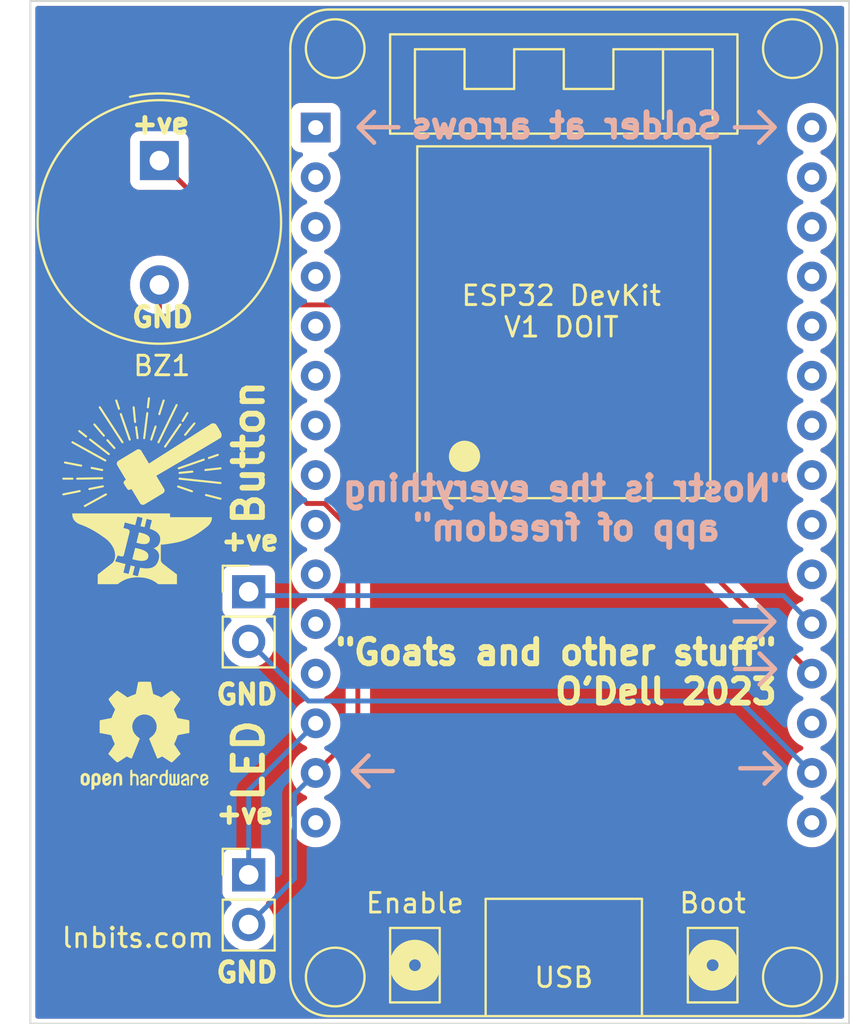
<source format=kicad_pcb>
(kicad_pcb (version 20221018) (generator pcbnew)
  (layers (0 "F.Cu" signal) (31 "B.Cu" signal) (34 "B.Paste" user) (35 "F.Paste" user) (36 "B.SilkS" user "B.Silkscreen") (37 "F.SilkS" user "F.Silkscreen") (38 "B.Mask" user) (39 "F.Mask" user) (44 "Edge.Cuts" user))
  (net 0 "")
  (net 1 "Net-(J1-Pin_1)")
  (net 2 "Net-(J2-Pin_1)")
  (net 3 "Net-(J2-Pin_2)")
  (net 29 "Net-(BZ1--)")
  (net 30 "Net-(BZ1-+)")
  (footprint "Connector_PinHeader_2.54mm:PinHeader_1x02_P2.54mm_Vertical" (layer "F.Cu") (at 119.634 113.797)
    (fp_text reference "J1" hide)
    (fp_text value "LED")
  )
  (footprint "Connector_PinHeader_2.54mm:PinHeader_1x02_P2.54mm_Vertical" (layer "F.Cu") (at 119.634 99.314)
    (fp_text reference "J2" hide)
    (fp_text value "Button" hide)
  )
  (footprint "Buzzer_Beeper:Buzzer_TDK_PS1240P02BT_D12.2mm_H6.5mm" (layer "F.Cu") (at 115.062 77.893216 -90)
    (fp_text reference "BZ1")
    (fp_text value "Buzzer")
  )
  (footprint "ESP32_DevKit_V1_DOIT:esp32_devkit_v1_doit" (layer "F.Cu") (at 135.763 75.565)
    (fp_text reference "U1")
    (fp_text value "ESP32_DevKit_V1_DOIT")
  )
  (footprint "Symbol:OSHW-Logo2_7.3x6mm_SilkScreen" (layer "F.Cu") (at 114.3 106.68)
    (fp_text reference "REF**" hide)
    (fp_text value "OSHW-Logo2_7.3x6mm_SilkScreen" hide)
  )
  (gr_poly (pts (xy 125.767091 109.389438) (xy 125.772883 109.389308) (xy 125.778567 109.388921) (xy 125.784145 109.388275) (xy 125.789616 109.387372) (xy 125.794979 109.38621) (xy 125.800235 109.384789) (xy 125.805385 109.383111) (xy 125.810427 109.381174) (xy 125.815362 109.378979) (xy 125.82019 109.376526) (xy 125.82491 109.373814) (xy 125.829524 109.370845) (xy 125.834031 109.367617) (xy 125.83843 109.364131) (xy 125.842723 109.360386) (xy 125.846908 109.356384) (xy 125.85091 109.352198) (xy 125.854655 109.347906) (xy 125.858141 109.343507) (xy 125.861369 109.339) (xy 125.864339 109.334386) (xy 125.86705 109.329665) (xy 125.869503 109.324838) (xy 125.871698 109.319903) (xy 125.873635 109.31486) (xy 125.875313 109.309711) (xy 125.876734 109.304455) (xy 125.877896 109.299091) (xy 125.8788 109.293621) (xy 125.879445 109.288043) (xy 125.879833 109.282359) (xy 125.879962 109.276567) (xy 125.879831 109.270672) (xy 125.879438 109.264894) (xy 125.878782 109.259233) (xy 125.877865 109.25369) (xy 125.876686 109.248264) (xy 125.875245 109.242955) (xy 125.873542 109.237763) (xy 125.871576 109.232689) (xy 125.869349 109.227732) (xy 125.866859 109.222892) (xy 125.864108 109.21817) (xy 125.861095 109.213565) (xy 125.857819 109.209077) (xy 125.854281 109.204706) (xy 125.850482 109.200453) (xy 125.84642 109.196316) (xy 125.249337 108.599234) (xy 127.008832 108.599234) (xy 127.014624 108.599104) (xy 127.020309 108.598717) (xy 127.025887 108.598071) (xy 127.031357 108.597168) (xy 127.036721 108.596006) (xy 127.041977 108.594585) (xy 127.047126 108.592907) (xy 127.052168 108.59097) (xy 127.057103 108.588775) (xy 127.061931 108.586322) (xy 127.066652 108.58361) (xy 127.071266 108.580641) (xy 127.075772 108.577413) (xy 127.080172 108.573927) (xy 127.084464 108.570182) (xy 127.088649 108.56618) (xy 127.092652 108.561994) (xy 127.096396 108.557702) (xy 127.099883 108.553302) (xy 127.10311 108.548796) (xy 127.10608 108.544182) (xy 127.108792 108.539461) (xy 127.111245 108.534634) (xy 127.11344 108.529699) (xy 127.115377 108.524656) (xy 127.117055 108.519507) (xy 127.118475 108.514251) (xy 127.119637 108.508887) (xy 127.120541 108.503417) (xy 127.121187 108.497839) (xy 127.121574 108.492155) (xy 127.121703 108.486363) (xy 127.121574 108.480571) (xy 127.121187 108.474886) (xy 127.120541 108.469308) (xy 127.119637 108.463838) (xy 127.118475 108.458475) (xy 127.117055 108.453218) (xy 127.115377 108.448069) (xy 127.11344 108.443027) (xy 127.111245 108.438092) (xy 127.108792 108.433264) (xy 127.10608 108.428543) (xy 127.10311 108.423929) (xy 127.099883 108.419423) (xy 127.096396 108.415023) (xy 127.092652 108.410731) (xy 127.088649 108.406546) (xy 127.084464 108.402543) (xy 127.080172 108.398799) (xy 127.075772 108.395313) (xy 127.071266 108.392085) (xy 127.066652 108.389115) (xy 127.061931 108.386403) (xy 127.057103 108.38395) (xy 127.052168 108.381755) (xy 127.047126 108.379818) (xy 127.041977 108.37814) (xy 127.036721 108.37672) (xy 127.031357 108.375558) (xy 127.025887 108.374654) (xy 127.020309 108.374008) (xy 127.014624 108.373621) (xy 127.008832 108.373492) (xy 125.249337 108.373492) (xy 125.84642 107.776409) (xy 125.850482 107.772273) (xy 125.854281 107.768019) (xy 125.857819 107.763649) (xy 125.861095 107.759161) (xy 125.864108 107.754555) (xy 125.866859 107.749833) (xy 125.869349 107.744993) (xy 125.871576 107.740036) (xy 125.873542 107.734962) (xy 125.875245 107.72977) (xy 125.876686 107.724462) (xy 125.877865 107.719035) (xy 125.878782 107.713492) (xy 125.879438 107.707832) (xy 125.879831 107.702054) (xy 125.879962 107.696159) (xy 125.879833 107.690367) (xy 125.879445 107.684682) (xy 125.8788 107.679104) (xy 125.877896 107.673634) (xy 125.876734 107.66827) (xy 125.875313 107.663014) (xy 125.873635 107.657865) (xy 125.871698 107.652823) (xy 125.869503 107.647888) (xy 125.86705 107.64306) (xy 125.864339 107.638339) (xy 125.861369 107.633725) (xy 125.858141 107.629219) (xy 125.854655 107.624819) (xy 125.85091 107.620527) (xy 125.846908 107.616342) (xy 125.842723 107.612339) (xy 125.83843 107.608594) (xy 125.834031 107.605108) (xy 125.829524 107.60188) (xy 125.82491 107.598911) (xy 125.82019 107.596199) (xy 125.815362 107.593746) (xy 125.810427 107.591551) (xy 125.805385 107.589614) (xy 125.800235 107.587936) (xy 125.794979 107.586516) (xy 125.789616 107.585353) (xy 125.784145 107.58445) (xy 125.778567 107.583804) (xy 125.772883 107.583417) (xy 125.767091 107.583288) (xy 125.761196 107.583415) (xy 125.755418 107.583797) (xy 125.749757 107.584434) (xy 125.744214 107.585326) (xy 125.738788 107.586473) (xy 125.733479 107.587875) (xy 125.728287 107.589531) (xy 125.723213 107.591443) (xy 125.718256 107.593609) (xy 125.713416 107.59603) (xy 125.708694 107.598706) (xy 125.704089 107.601637) (xy 125.699601 107.604822) (xy 125.69523 107.608263) (xy 125.690977 107.611958) (xy 125.68684 107.615908) (xy 124.896636 108.406112) (xy 124.892686 108.410458) (xy 124.888991 108.414893) (xy 124.88555 108.419417) (xy 124.882365 108.424031) (xy 124.879434 108.428734) (xy 124.876758 108.433526) (xy 124.874337 108.438408) (xy 124.872171 108.443379) (xy 124.87026 108.448439) (xy 124.868603 108.453589) (xy 124.867201 108.458828) (xy 124.866055 108.464156) (xy 124.865163 108.469574) (xy 124.864526 108.475081) (xy 124.864143 108.480677) (xy 124.864016 108.486363) (xy 124.864143 108.492048) (xy 124.864526 108.497644) (xy 124.865163 108.503151) (xy 124.866055 108.508569) (xy 124.867201 108.513897) (xy 124.868603 108.519136) (xy 124.87026 108.524286) (xy 124.872171 108.529346) (xy 124.874337 108.534317) (xy 124.876758 108.539199) (xy 124.879434 108.543991) (xy 124.882365 108.548694) (xy 124.88555 108.553308) (xy 124.888991 108.557832) (xy 124.892686 108.562267) (xy 124.896636 108.566613) (xy 125.68684 109.356817) (xy 125.691084 109.360767) (xy 125.695431 109.364463) (xy 125.699881 109.367903) (xy 125.704434 109.371089) (xy 125.70909 109.374019) (xy 125.713848 109.376695) (xy 125.71871 109.379116) (xy 125.723674 109.381283) (xy 125.728741 109.383194) (xy 125.733911 109.38485) (xy 125.739184 109.386252) (xy 125.744559 109.387399) (xy 125.750038 109.388291) (xy 125.755619 109.388928) (xy 125.761304 109.38931) (xy 125.767091 109.389438)) (fill solid) (layer "B.SilkS"))
  (gr_poly (pts (xy 126.051585 76.450337) (xy 126.057377 76.450207) (xy 126.063061 76.44982) (xy 126.068639 76.449174) (xy 126.07411 76.448271) (xy 126.079473 76.447109) (xy 126.084729 76.445688) (xy 126.089879 76.44401) (xy 126.094921 76.442073) (xy 126.099856 76.439878) (xy 126.104684 76.437425) (xy 126.109404 76.434713) (xy 126.114018 76.431744) (xy 126.118525 76.428516) (xy 126.122924 76.42503) (xy 126.127217 76.421285) (xy 126.131402 76.417283) (xy 126.135404 76.413097) (xy 126.139149 76.408805) (xy 126.142635 76.404406) (xy 126.145863 76.399899) (xy 126.148833 76.395285) (xy 126.151544 76.390564) (xy 126.153997 76.385737) (xy 126.156192 76.380802) (xy 126.158129 76.375759) (xy 126.159807 76.37061) (xy 126.161228 76.365354) (xy 126.16239 76.35999) (xy 126.163294 76.35452) (xy 126.163939 76.348942) (xy 126.164327 76.343258) (xy 126.164456 76.337466) (xy 126.164325 76.331571) (xy 126.163932 76.325793) (xy 126.163276 76.320132) (xy 126.162359 76.314589) (xy 126.16118 76.309163) (xy 126.159739 76.303854) (xy 126.158036 76.298662) (xy 126.15607 76.293588) (xy 126.153843 76.288631) (xy 126.151353 76.283791) (xy 126.148602 76.279069) (xy 126.145589 76.274464) (xy 126.142313 76.269976) (xy 126.138775 76.265605) (xy 126.134976 76.261352) (xy 126.130914 76.257215) (xy 125.533831 75.660133) (xy 127.293326 75.660133) (xy 127.299118 75.660003) (xy 127.304803 75.659616) (xy 127.310381 75.65897) (xy 127.315851 75.658067) (xy 127.321215 75.656905) (xy 127.326471 75.655484) (xy 127.33162 75.653806) (xy 127.336662 75.651869) (xy 127.341597 75.649674) (xy 127.346425 75.647221) (xy 127.351146 75.644509) (xy 127.35576 75.64154) (xy 127.360266 75.638312) (xy 127.364666 75.634826) (xy 127.368958 75.631081) (xy 127.373143 75.627079) (xy 127.377146 75.622893) (xy 127.38089 75.618601) (xy 127.384377 75.614201) (xy 127.387604 75.609695) (xy 127.390574 75.605081) (xy 127.393286 75.60036) (xy 127.395739 75.595533) (xy 127.397934 75.590598) (xy 127.399871 75.585555) (xy 127.401549 75.580406) (xy 127.402969 75.57515) (xy 127.404131 75.569786) (xy 127.405035 75.564316) (xy 127.405681 75.558738) (xy 127.406068 75.553054) (xy 127.406197 75.547262) (xy 127.406068 75.54147) (xy 127.405681 75.535785) (xy 127.405035 75.530207) (xy 127.404131 75.524737) (xy 127.402969 75.519374) (xy 127.401549 75.514117) (xy 127.399871 75.508968) (xy 127.397934 75.503926) (xy 127.395739 75.498991) (xy 127.393286 75.494163) (xy 127.390574 75.489442) (xy 127.387604 75.484828) (xy 127.384377 75.480322) (xy 127.38089 75.475922) (xy 127.377146 75.47163) (xy 127.373143 75.467445) (xy 127.368958 75.463442) (xy 127.364666 75.459698) (xy 127.360266 75.456212) (xy 127.35576 75.452984) (xy 127.351146 75.450014) (xy 127.346425 75.447302) (xy 127.341597 75.444849) (xy 127.336662 75.442654) (xy 127.33162 75.440717) (xy 127.326471 75.439039) (xy 127.321215 75.437619) (xy 127.315851 75.436457) (xy 127.310381 75.435553) (xy 127.304803 75.434907) (xy 127.299118 75.43452) (xy 127.293326 75.434391) (xy 125.533831 75.434391) (xy 126.130914 74.837308) (xy 126.134976 74.833172) (xy 126.138775 74.828918) (xy 126.142313 74.824548) (xy 126.145589 74.82006) (xy 126.148602 74.815454) (xy 126.151353 74.810732) (xy 126.153843 74.805892) (xy 126.15607 74.800935) (xy 126.158036 74.795861) (xy 126.159739 74.790669) (xy 126.16118 74.785361) (xy 126.162359 74.779934) (xy 126.163276 74.774391) (xy 126.163932 74.768731) (xy 126.164325 74.762953) (xy 126.164456 74.757058) (xy 126.164327 74.751266) (xy 126.163939 74.745581) (xy 126.163294 74.740003) (xy 126.16239 74.734533) (xy 126.161228 74.729169) (xy 126.159807 74.723913) (xy 126.158129 74.718764) (xy 126.156192 74.713722) (xy 126.153997 74.708787) (xy 126.151544 74.703959) (xy 126.148833 74.699238) (xy 126.145863 74.694624) (xy 126.142635 74.690118) (xy 126.139149 74.685718) (xy 126.135404 74.681426) (xy 126.131402 74.677241) (xy 126.127217 74.673238) (xy 126.122924 74.669493) (xy 126.118525 74.666007) (xy 126.114018 74.662779) (xy 126.109404 74.65981) (xy 126.104684 74.657098) (xy 126.099856 74.654645) (xy 126.094921 74.65245) (xy 126.089879 74.650513) (xy 126.084729 74.648835) (xy 126.079473 74.647415) (xy 126.07411 74.646252) (xy 126.068639 74.645349) (xy 126.063061 74.644703) (xy 126.057377 74.644316) (xy 126.051585 74.644187) (xy 126.04569 74.644314) (xy 126.039912 74.644696) (xy 126.034251 74.645333) (xy 126.028708 74.646225) (xy 126.023282 74.647372) (xy 126.017973 74.648774) (xy 126.012781 74.65043) (xy 126.007707 74.652342) (xy 126.00275 74.654508) (xy 125.99791 74.656929) (xy 125.993188 74.659605) (xy 125.988583 74.662536) (xy 125.984095 74.665721) (xy 125.979724 74.669162) (xy 125.975471 74.672857) (xy 125.971334 74.676807) (xy 125.18113 75.467011) (xy 125.17718 75.471357) (xy 125.173485 75.475792) (xy 125.170044 75.480316) (xy 125.166859 75.48493) (xy 125.163928 75.489633) (xy 125.161252 75.494425) (xy 125.158831 75.499307) (xy 125.156665 75.504278) (xy 125.154754 75.509338) (xy 125.153097 75.514488) (xy 125.151695 75.519727) (xy 125.150549 75.525055) (xy 125.149657 75.530473) (xy 125.14902 75.53598) (xy 125.148637 75.541576) (xy 125.14851 75.547262) (xy 125.148637 75.552947) (xy 125.14902 75.558543) (xy 125.149657 75.56405) (xy 125.150549 75.569468) (xy 125.151695 75.574796) (xy 125.153097 75.580035) (xy 125.154754 75.585185) (xy 125.156665 75.590245) (xy 125.158831 75.595216) (xy 125.161252 75.600098) (xy 125.163928 75.60489) (xy 125.166859 75.609593) (xy 125.170044 75.614207) (xy 125.173485 75.618731) (xy 125.17718 75.623166) (xy 125.18113 75.627512) (xy 125.971334 76.417716) (xy 125.975578 76.421666) (xy 125.979925 76.425362) (xy 125.984375 76.428802) (xy 125.988928 76.431988) (xy 125.993584 76.434918) (xy 125.998342 76.437594) (xy 126.003204 76.440015) (xy 126.008168 76.442182) (xy 126.013235 76.444093) (xy 126.018405 76.445749) (xy 126.023678 76.447151) (xy 126.029053 76.448298) (xy 126.034532 76.44919) (xy 126.040113 76.449827) (xy 126.045798 76.450209) (xy 126.051585 76.450337)) (fill solid) (layer "B.SilkS"))
  (gr_poly (pts (xy 145.786246 102.362054) (xy 145.780454 102.362184) (xy 145.77477 102.362571) (xy 145.769192 102.363217) (xy 145.763721 102.36412) (xy 145.758358 102.365282) (xy 145.753102 102.366703) (xy 145.747952 102.368381) (xy 145.74291 102.370318) (xy 145.737975 102.372513) (xy 145.733147 102.374966) (xy 145.728427 102.377678) (xy 145.723813 102.380647) (xy 145.719306 102.383875) (xy 145.714907 102.387361) (xy 145.710614 102.391106) (xy 145.706429 102.395108) (xy 145.702427 102.399294) (xy 145.698682 102.403586) (xy 145.695196 102.407985) (xy 145.691968 102.412492) (xy 145.688998 102.417106) (xy 145.686287 102.421827) (xy 145.683834 102.426654) (xy 145.681639 102.431589) (xy 145.679702 102.436632) (xy 145.678024 102.441781) (xy 145.676603 102.447037) (xy 145.675441 102.452401) (xy 145.674537 102.457871) (xy 145.673892 102.463449) (xy 145.673504 102.469133) (xy 145.673375 102.474925) (xy 145.673506 102.48082) (xy 145.673899 102.486598) (xy 145.674555 102.492259) (xy 145.675472 102.497802) (xy 145.676651 102.503228) (xy 145.678092 102.508537) (xy 145.679795 102.513729) (xy 145.681761 102.518803) (xy 145.683988 102.52376) (xy 145.686478 102.5286) (xy 145.689229 102.533322) (xy 145.692242 102.537927) (xy 145.695518 102.542415) (xy 145.699056 102.546786) (xy 145.702855 102.551039) (xy 145.706917 102.555176) (xy 146.304 103.152258) (xy 144.544505 103.152258) (xy 144.538713 103.152388) (xy 144.533028 103.152775) (xy 144.52745 103.153421) (xy 144.52198 103.154324) (xy 144.516616 103.155486) (xy 144.51136 103.156907) (xy 144.506211 103.158585) (xy 144.501169 103.160522) (xy 144.496234 103.162717) (xy 144.491406 103.16517) (xy 144.486685 103.167882) (xy 144.482071 103.170851) (xy 144.477565 103.174079) (xy 144.473165 103.177565) (xy 144.468873 103.18131) (xy 144.464688 103.185312) (xy 144.460685 103.189498) (xy 144.456941 103.19379) (xy 144.453454 103.19819) (xy 144.450227 103.202696) (xy 144.447257 103.20731) (xy 144.444545 103.212031) (xy 144.442092 103.216858) (xy 144.439897 103.221793) (xy 144.43796 103.226836) (xy 144.436282 103.231985) (xy 144.434862 103.237241) (xy 144.4337 103.242605) (xy 144.432796 103.248075) (xy 144.43215 103.253653) (xy 144.431763 103.259337) (xy 144.431634 103.265129) (xy 144.431763 103.270921) (xy 144.43215 103.276606) (xy 144.432796 103.282184) (xy 144.4337 103.287654) (xy 144.434862 103.293017) (xy 144.436282 103.298274) (xy 144.43796 103.303423) (xy 144.439897 103.308465) (xy 144.442092 103.3134) (xy 144.444545 103.318228) (xy 144.447257 103.322949) (xy 144.450227 103.327563) (xy 144.453454 103.332069) (xy 144.456941 103.336469) (xy 144.460685 103.340761) (xy 144.464688 103.344946) (xy 144.468873 103.348949) (xy 144.473165 103.352693) (xy 144.477565 103.356179) (xy 144.482071 103.359407) (xy 144.486685 103.362377) (xy 144.491406 103.365089) (xy 144.496234 103.367542) (xy 144.501169 103.369737) (xy 144.506211 103.371674) (xy 144.51136 103.373352) (xy 144.516616 103.374772) (xy 144.52198 103.375934) (xy 144.52745 103.376838) (xy 144.533028 103.377484) (xy 144.538713 103.377871) (xy 144.544505 103.378) (xy 146.304 103.378) (xy 145.706917 103.975083) (xy 145.702855 103.979219) (xy 145.699056 103.983473) (xy 145.695518 103.987843) (xy 145.692242 103.992331) (xy 145.689229 103.996937) (xy 145.686478 104.001659) (xy 145.683988 104.006499) (xy 145.681761 104.011456) (xy 145.679795 104.01653) (xy 145.678092 104.021722) (xy 145.676651 104.02703) (xy 145.675472 104.032457) (xy 145.674555 104.038) (xy 145.673899 104.04366) (xy 145.673506 104.049438) (xy 145.673375 104.055333) (xy 145.673504 104.061125) (xy 145.673892 104.06681) (xy 145.674537 104.072388) (xy 145.675441 104.077858) (xy 145.676603 104.083222) (xy 145.678024 104.088478) (xy 145.679702 104.093627) (xy 145.681639 104.098669) (xy 145.683834 104.103604) (xy 145.686287 104.108432) (xy 145.688998 104.113153) (xy 145.691968 104.117767) (xy 145.695196 104.122273) (xy 145.698682 104.126673) (xy 145.702427 104.130965) (xy 145.706429 104.13515) (xy 145.710614 104.139153) (xy 145.714907 104.142898) (xy 145.719306 104.146384) (xy 145.723813 104.149612) (xy 145.728427 104.152581) (xy 145.733147 104.155293) (xy 145.737975 104.157746) (xy 145.74291 104.159941) (xy 145.747952 104.161878) (xy 145.753102 104.163556) (xy 145.758358 104.164976) (xy 145.763721 104.166139) (xy 145.769192 104.167042) (xy 145.77477 104.167688) (xy 145.780454 104.168075) (xy 145.786246 104.168204) (xy 145.792141 104.168077) (xy 145.797919 104.167695) (xy 145.80358 104.167058) (xy 145.809123 104.166166) (xy 145.814549 104.165019) (xy 145.819858 104.163617) (xy 145.82505 104.161961) (xy 145.830124 104.160049) (xy 145.835081 104.157883) (xy 145.839921 104.155462) (xy 145.844643 104.152786) (xy 145.849248 104.149855) (xy 145.853736 104.14667) (xy 145.858107 104.143229) (xy 145.86236 104.139534) (xy 145.866497 104.135584) (xy 146.656701 103.34538) (xy 146.660651 103.341034) (xy 146.664346 103.336599) (xy 146.667787 103.332075) (xy 146.670972 103.327461) (xy 146.673903 103.322758) (xy 146.676579 103.317966) (xy 146.679 103.313084) (xy 146.681166 103.308113) (xy 146.683077 103.303053) (xy 146.684734 103.297903) (xy 146.686136 103.292664) (xy 146.687282 103.287336) (xy 146.688174 103.281918) (xy 146.688811 103.276411) (xy 146.689194 103.270815) (xy 146.689321 103.265129) (xy 146.689194 103.259444) (xy 146.688811 103.253848) (xy 146.688174 103.248341) (xy 146.687282 103.242923) (xy 146.686136 103.237595) (xy 146.684734 103.232356) (xy 146.683077 103.227206) (xy 146.681166 103.222146) (xy 146.679 103.217175) (xy 146.676579 103.212293) (xy 146.673903 103.207501) (xy 146.670972 103.202798) (xy 146.667787 103.198184) (xy 146.664346 103.19366) (xy 146.660651 103.189225) (xy 146.656701 103.184879) (xy 145.866497 102.394675) (xy 145.862253 102.390725) (xy 145.857906 102.387029) (xy 145.853456 102.383589) (xy 145.848903 102.380403) (xy 145.844247 102.377473) (xy 145.839489 102.374797) (xy 145.834627 102.372376) (xy 145.829663 102.370209) (xy 145.824596 102.368298) (xy 145.819426 102.366642) (xy 145.814153 102.36524) (xy 145.808778 102.364093) (xy 145.803299 102.363201) (xy 145.797718 102.362564) (xy 145.792033 102.362182) (xy 145.786246 102.362054)) (fill solid) (layer "B.SilkS"))
  (gr_poly (pts (xy 145.749154 99.934979) (xy 145.743362 99.935109) (xy 145.737678 99.935496) (xy 145.7321 99.936142) (xy 145.726629 99.937045) (xy 145.721266 99.938207) (xy 145.71601 99.939628) (xy 145.71086 99.941306) (xy 145.705818 99.943243) (xy 145.700883 99.945438) (xy 145.696055 99.947891) (xy 145.691335 99.950603) (xy 145.686721 99.953572) (xy 145.682214 99.9568) (xy 145.677815 99.960286) (xy 145.673522 99.964031) (xy 145.669337 99.968033) (xy 145.665335 99.972219) (xy 145.66159 99.976511) (xy 145.658104 99.98091) (xy 145.654876 99.985417) (xy 145.651906 99.990031) (xy 145.649195 99.994752) (xy 145.646742 99.999579) (xy 145.644547 100.004514) (xy 145.64261 100.009557) (xy 145.640932 100.014706) (xy 145.639511 100.019962) (xy 145.638349 100.025326) (xy 145.637445 100.030796) (xy 145.6368 100.036374) (xy 145.636412 100.042058) (xy 145.636283 100.04785) (xy 145.636414 100.053745) (xy 145.636807 100.059523) (xy 145.637463 100.065184) (xy 145.63838 100.070727) (xy 145.639559 100.076153) (xy 145.641 100.081462) (xy 145.642703 100.086654) (xy 145.644669 100.091728) (xy 145.646896 100.096685) (xy 145.649386 100.101525) (xy 145.652137 100.106247) (xy 145.65515 100.110852) (xy 145.658426 100.11534) (xy 145.661964 100.119711) (xy 145.665763 100.123964) (xy 145.669825 100.128101) (xy 146.266908 100.725183) (xy 144.507413 100.725183) (xy 144.501621 100.725313) (xy 144.495936 100.7257) (xy 144.490358 100.726346) (xy 144.484888 100.727249) (xy 144.479524 100.728411) (xy 144.474268 100.729832) (xy 144.469119 100.73151) (xy 144.464077 100.733447) (xy 144.459142 100.735642) (xy 144.454314 100.738095) (xy 144.449593 100.740807) (xy 144.444979 100.743776) (xy 144.440473 100.747004) (xy 144.436073 100.75049) (xy 144.431781 100.754235) (xy 144.427596 100.758237) (xy 144.423593 100.762423) (xy 144.419849 100.766715) (xy 144.416362 100.771115) (xy 144.413135 100.775621) (xy 144.410165 100.780235) (xy 144.407453 100.784956) (xy 144.405 100.789783) (xy 144.402805 100.794718) (xy 144.400868 100.799761) (xy 144.39919 100.80491) (xy 144.39777 100.810166) (xy 144.396608 100.81553) (xy 144.395704 100.821) (xy 144.395058 100.826578) (xy 144.394671 100.832262) (xy 144.394542 100.838054) (xy 144.394671 100.843846) (xy 144.395058 100.849531) (xy 144.395704 100.855109) (xy 144.396608 100.860579) (xy 144.39777 100.865942) (xy 144.39919 100.871199) (xy 144.400868 100.876348) (xy 144.402805 100.88139) (xy 144.405 100.886325) (xy 144.407453 100.891153) (xy 144.410165 100.895874) (xy 144.413135 100.900488) (xy 144.416362 100.904994) (xy 144.419849 100.909394) (xy 144.423593 100.913686) (xy 144.427596 100.917871) (xy 144.431781 100.921874) (xy 144.436073 100.925618) (xy 144.440473 100.929104) (xy 144.444979 100.932332) (xy 144.449593 100.935302) (xy 144.454314 100.938014) (xy 144.459142 100.940467) (xy 144.464077 100.942662) (xy 144.469119 100.944599) (xy 144.474268 100.946277) (xy 144.479524 100.947697) (xy 144.484888 100.948859) (xy 144.490358 100.949763) (xy 144.495936 100.950409) (xy 144.501621 100.950796) (xy 144.507413 100.950925) (xy 146.266908 100.950925) (xy 145.669825 101.548008) (xy 145.665763 101.552144) (xy 145.661964 101.556398) (xy 145.658426 101.560768) (xy 145.65515 101.565256) (xy 145.652137 101.569862) (xy 145.649386 101.574584) (xy 145.646896 101.579424) (xy 145.644669 101.584381) (xy 145.642703 101.589455) (xy 145.641 101.594647) (xy 145.639559 101.599955) (xy 145.63838 101.605382) (xy 145.637463 101.610925) (xy 145.636807 101.616585) (xy 145.636414 101.622363) (xy 145.636283 101.628258) (xy 145.636412 101.63405) (xy 145.6368 101.639735) (xy 145.637445 101.645313) (xy 145.638349 101.650783) (xy 145.639511 101.656147) (xy 145.640932 101.661403) (xy 145.64261 101.666552) (xy 145.644547 101.671594) (xy 145.646742 101.676529) (xy 145.649195 101.681357) (xy 145.651906 101.686078) (xy 145.654876 101.690692) (xy 145.658104 101.695198) (xy 145.66159 101.699598) (xy 145.665335 101.70389) (xy 145.669337 101.708075) (xy 145.673522 101.712078) (xy 145.677815 101.715823) (xy 145.682214 101.719309) (xy 145.686721 101.722537) (xy 145.691335 101.725506) (xy 145.696055 101.728218) (xy 145.700883 101.730671) (xy 145.705818 101.732866) (xy 145.71086 101.734803) (xy 145.71601 101.736481) (xy 145.721266 101.737901) (xy 145.726629 101.739064) (xy 145.7321 101.739967) (xy 145.737678 101.740613) (xy 145.743362 101.741) (xy 145.749154 101.741129) (xy 145.755049 101.741002) (xy 145.760827 101.74062) (xy 145.766488 101.739983) (xy 145.772031 101.739091) (xy 145.777457 101.737944) (xy 145.782766 101.736542) (xy 145.787958 101.734886) (xy 145.793032 101.732974) (xy 145.797989 101.730808) (xy 145.802829 101.728387) (xy 145.807551 101.725711) (xy 145.812156 101.72278) (xy 145.816644 101.719595) (xy 145.821015 101.716154) (xy 145.825268 101.712459) (xy 145.829405 101.708509) (xy 146.619609 100.918305) (xy 146.623559 100.913959) (xy 146.627254 100.909524) (xy 146.630695 100.905) (xy 146.63388 100.900386) (xy 146.636811 100.895683) (xy 146.639487 100.890891) (xy 146.641908 100.886009) (xy 146.644074 100.881038) (xy 146.645985 100.875978) (xy 146.647642 100.870828) (xy 146.649044 100.865589) (xy 146.65019 100.860261) (xy 146.651082 100.854843) (xy 146.651719 100.849336) (xy 146.652102 100.84374) (xy 146.652229 100.838054) (xy 146.652102 100.832369) (xy 146.651719 100.826773) (xy 146.651082 100.821266) (xy 146.65019 100.815848) (xy 146.649044 100.81052) (xy 146.647642 100.805281) (xy 146.645985 100.800131) (xy 146.644074 100.795071) (xy 146.641908 100.7901) (xy 146.639487 100.785218) (xy 146.636811 100.780426) (xy 146.63388 100.775723) (xy 146.630695 100.771109) (xy 146.627254 100.766585) (xy 146.623559 100.76215) (xy 146.619609 100.757804) (xy 145.829405 99.9676) (xy 145.825161 99.96365) (xy 145.820814 99.959954) (xy 145.816364 99.956514) (xy 145.811811 99.953328) (xy 145.807155 99.950398) (xy 145.802397 99.947722) (xy 145.797535 99.945301) (xy 145.792571 99.943134) (xy 145.787504 99.941223) (xy 145.782334 99.939567) (xy 145.777061 99.938165) (xy 145.771686 99.937018) (xy 145.766207 99.936126) (xy 145.760626 99.935489) (xy 145.754941 99.935107) (xy 145.749154 99.934979)) (fill solid) (layer "B.SilkS"))
  (gr_poly (pts (xy 146.040246 107.442054) (xy 146.034454 107.442184) (xy 146.02877 107.442571) (xy 146.023192 107.443217) (xy 146.017721 107.44412) (xy 146.012358 107.445282) (xy 146.007102 107.446703) (xy 146.001952 107.448381) (xy 145.99691 107.450318) (xy 145.991975 107.452513) (xy 145.987147 107.454966) (xy 145.982427 107.457678) (xy 145.977813 107.460647) (xy 145.973306 107.463875) (xy 145.968907 107.467361) (xy 145.964614 107.471106) (xy 145.960429 107.475108) (xy 145.956427 107.479294) (xy 145.952682 107.483586) (xy 145.949196 107.487985) (xy 145.945968 107.492492) (xy 145.942998 107.497106) (xy 145.940287 107.501827) (xy 145.937834 107.506654) (xy 145.935639 107.511589) (xy 145.933702 107.516632) (xy 145.932024 107.521781) (xy 145.930603 107.527037) (xy 145.929441 107.532401) (xy 145.928537 107.537871) (xy 145.927892 107.543449) (xy 145.927504 107.549133) (xy 145.927375 107.554925) (xy 145.927506 107.56082) (xy 145.927899 107.566598) (xy 145.928555 107.572259) (xy 145.929472 107.577802) (xy 145.930651 107.583228) (xy 145.932092 107.588537) (xy 145.933795 107.593729) (xy 145.935761 107.598803) (xy 145.937988 107.60376) (xy 145.940478 107.6086) (xy 145.943229 107.613322) (xy 145.946242 107.617927) (xy 145.949518 107.622415) (xy 145.953056 107.626786) (xy 145.956855 107.631039) (xy 145.960917 107.635176) (xy 146.558 108.232258) (xy 144.798505 108.232258) (xy 144.792713 108.232388) (xy 144.787028 108.232775) (xy 144.78145 108.233421) (xy 144.77598 108.234324) (xy 144.770616 108.235486) (xy 144.76536 108.236907) (xy 144.760211 108.238585) (xy 144.755169 108.240522) (xy 144.750234 108.242717) (xy 144.745406 108.24517) (xy 144.740685 108.247882) (xy 144.736071 108.250851) (xy 144.731565 108.254079) (xy 144.727165 108.257565) (xy 144.722873 108.26131) (xy 144.718688 108.265312) (xy 144.714685 108.269498) (xy 144.710941 108.27379) (xy 144.707454 108.27819) (xy 144.704227 108.282696) (xy 144.701257 108.28731) (xy 144.698545 108.292031) (xy 144.696092 108.296858) (xy 144.693897 108.301793) (xy 144.69196 108.306836) (xy 144.690282 108.311985) (xy 144.688862 108.317241) (xy 144.6877 108.322605) (xy 144.686796 108.328075) (xy 144.68615 108.333653) (xy 144.685763 108.339337) (xy 144.685634 108.345129) (xy 144.685763 108.350921) (xy 144.68615 108.356606) (xy 144.686796 108.362184) (xy 144.6877 108.367654) (xy 144.688862 108.373017) (xy 144.690282 108.378274) (xy 144.69196 108.383423) (xy 144.693897 108.388465) (xy 144.696092 108.3934) (xy 144.698545 108.398228) (xy 144.701257 108.402949) (xy 144.704227 108.407563) (xy 144.707454 108.412069) (xy 144.710941 108.416469) (xy 144.714685 108.420761) (xy 144.718688 108.424946) (xy 144.722873 108.428949) (xy 144.727165 108.432693) (xy 144.731565 108.436179) (xy 144.736071 108.439407) (xy 144.740685 108.442377) (xy 144.745406 108.445089) (xy 144.750234 108.447542) (xy 144.755169 108.449737) (xy 144.760211 108.451674) (xy 144.76536 108.453352) (xy 144.770616 108.454772) (xy 144.77598 108.455934) (xy 144.78145 108.456838) (xy 144.787028 108.457484) (xy 144.792713 108.457871) (xy 144.798505 108.458) (xy 146.558 108.458) (xy 145.960917 109.055083) (xy 145.956855 109.059219) (xy 145.953056 109.063473) (xy 145.949518 109.067843) (xy 145.946242 109.072331) (xy 145.943229 109.076937) (xy 145.940478 109.081659) (xy 145.937988 109.086499) (xy 145.935761 109.091456) (xy 145.933795 109.09653) (xy 145.932092 109.101722) (xy 145.930651 109.10703) (xy 145.929472 109.112457) (xy 145.928555 109.118) (xy 145.927899 109.12366) (xy 145.927506 109.129438) (xy 145.927375 109.135333) (xy 145.927504 109.141125) (xy 145.927892 109.14681) (xy 145.928537 109.152388) (xy 145.929441 109.157858) (xy 145.930603 109.163222) (xy 145.932024 109.168478) (xy 145.933702 109.173627) (xy 145.935639 109.178669) (xy 145.937834 109.183604) (xy 145.940287 109.188432) (xy 145.942998 109.193153) (xy 145.945968 109.197767) (xy 145.949196 109.202273) (xy 145.952682 109.206673) (xy 145.956427 109.210965) (xy 145.960429 109.21515) (xy 145.964614 109.219153) (xy 145.968907 109.222898) (xy 145.973306 109.226384) (xy 145.977813 109.229612) (xy 145.982427 109.232581) (xy 145.987147 109.235293) (xy 145.991975 109.237746) (xy 145.99691 109.239941) (xy 146.001952 109.241878) (xy 146.007102 109.243556) (xy 146.012358 109.244976) (xy 146.017721 109.246139) (xy 146.023192 109.247042) (xy 146.02877 109.247688) (xy 146.034454 109.248075) (xy 146.040246 109.248204) (xy 146.046141 109.248077) (xy 146.051919 109.247695) (xy 146.05758 109.247058) (xy 146.063123 109.246166) (xy 146.068549 109.245019) (xy 146.073858 109.243617) (xy 146.07905 109.241961) (xy 146.084124 109.240049) (xy 146.089081 109.237883) (xy 146.093921 109.235462) (xy 146.098643 109.232786) (xy 146.103248 109.229855) (xy 146.107736 109.22667) (xy 146.112107 109.223229) (xy 146.11636 109.219534) (xy 146.120497 109.215584) (xy 146.910701 108.42538) (xy 146.914651 108.421034) (xy 146.918346 108.416599) (xy 146.921787 108.412075) (xy 146.924972 108.407461) (xy 146.927903 108.402758) (xy 146.930579 108.397966) (xy 146.933 108.393084) (xy 146.935166 108.388113) (xy 146.937077 108.383053) (xy 146.938734 108.377903) (xy 146.940136 108.372664) (xy 146.941282 108.367336) (xy 146.942174 108.361918) (xy 146.942811 108.356411) (xy 146.943194 108.350815) (xy 146.943321 108.345129) (xy 146.943194 108.339444) (xy 146.942811 108.333848) (xy 146.942174 108.328341) (xy 146.941282 108.322923) (xy 146.940136 108.317595) (xy 146.938734 108.312356) (xy 146.937077 108.307206) (xy 146.935166 108.302146) (xy 146.933 108.297175) (xy 146.930579 108.292293) (xy 146.927903 108.287501) (xy 146.924972 108.282798) (xy 146.921787 108.278184) (xy 146.918346 108.27366) (xy 146.914651 108.269225) (xy 146.910701 108.264879) (xy 146.120497 107.474675) (xy 146.116253 107.470725) (xy 146.111906 107.467029) (xy 146.107456 107.463589) (xy 146.102903 107.460403) (xy 146.098247 107.457473) (xy 146.093489 107.454797) (xy 146.088627 107.452376) (xy 146.083663 107.450209) (xy 146.078596 107.448298) (xy 146.073426 107.446642) (xy 146.068153 107.44524) (xy 146.062778 107.444093) (xy 146.057299 107.443201) (xy 146.051718 107.442564) (xy 146.046033 107.442182) (xy 146.040246 107.442054)) (fill solid) (layer "B.SilkS"))
  (gr_poly (pts (xy 145.767741 74.647796) (xy 145.761949 74.647926) (xy 145.756265 74.648313) (xy 145.750687 74.648959) (xy 145.745216 74.649862) (xy 145.739853 74.651024) (xy 145.734597 74.652445) (xy 145.729447 74.654123) (xy 145.724405 74.65606) (xy 145.71947 74.658255) (xy 145.714642 74.660708) (xy 145.709922 74.66342) (xy 145.705308 74.666389) (xy 145.700801 74.669617) (xy 145.696402 74.673103) (xy 145.692109 74.676848) (xy 145.687924 74.68085) (xy 145.683922 74.685036) (xy 145.680177 74.689328) (xy 145.676691 74.693727) (xy 145.673463 74.698234) (xy 145.670493 74.702848) (xy 145.667782 74.707569) (xy 145.665329 74.712396) (xy 145.663134 74.717331) (xy 145.661197 74.722374) (xy 145.659519 74.727523) (xy 145.658098 74.732779) (xy 145.656936 74.738143) (xy 145.656032 74.743613) (xy 145.655387 74.749191) (xy 145.654999 74.754875) (xy 145.65487 74.760667) (xy 145.655001 74.766562) (xy 145.655394 74.77234) (xy 145.65605 74.778001) (xy 145.656967 74.783544) (xy 145.658146 74.78897) (xy 145.659587 74.794279) (xy 145.66129 74.799471) (xy 145.663256 74.804545) (xy 145.665483 74.809502) (xy 145.667973 74.814342) (xy 145.670724 74.819064) (xy 145.673737 74.823669) (xy 145.677013 74.828157) (xy 145.680551 74.832528) (xy 145.68435 74.836781) (xy 145.688412 74.840918) (xy 146.285495 75.438) (xy 144.526 75.438) (xy 144.520208 75.43813) (xy 144.514523 75.438517) (xy 144.508945 75.439163) (xy 144.503475 75.440066) (xy 144.498111 75.441228) (xy 144.492855 75.442649) (xy 144.487706 75.444327) (xy 144.482664 75.446264) (xy 144.477729 75.448459) (xy 144.472901 75.450912) (xy 144.46818 75.453624) (xy 144.463566 75.456593) (xy 144.45906 75.459821) (xy 144.45466 75.463307) (xy 144.450368 75.467052) (xy 144.446183 75.471054) (xy 144.44218 75.47524) (xy 144.438436 75.479532) (xy 144.434949 75.483932) (xy 144.431722 75.488438) (xy 144.428752 75.493052) (xy 144.42604 75.497773) (xy 144.423587 75.5026) (xy 144.421392 75.507535) (xy 144.419455 75.512578) (xy 144.417777 75.517727) (xy 144.416357 75.522983) (xy 144.415195 75.528347) (xy 144.414291 75.533817) (xy 144.413645 75.539395) (xy 144.413258 75.545079) (xy 144.413129 75.550871) (xy 144.413258 75.556663) (xy 144.413645 75.562348) (xy 144.414291 75.567926) (xy 144.415195 75.573396) (xy 144.416357 75.578759) (xy 144.417777 75.584016) (xy 144.419455 75.589165) (xy 144.421392 75.594207) (xy 144.423587 75.599142) (xy 144.42604 75.60397) (xy 144.428752 75.608691) (xy 144.431722 75.613305) (xy 144.434949 75.617811) (xy 144.438436 75.622211) (xy 144.44218 75.626503) (xy 144.446183 75.630688) (xy 144.450368 75.634691) (xy 144.45466 75.638435) (xy 144.45906 75.641921) (xy 144.463566 75.645149) (xy 144.46818 75.648119) (xy 144.472901 75.650831) (xy 144.477729 75.653284) (xy 144.482664 75.655479) (xy 144.487706 75.657416) (xy 144.492855 75.659094) (xy 144.498111 75.660514) (xy 144.503475 75.661676) (xy 144.508945 75.66258) (xy 144.514523 75.663226) (xy 144.520208 75.663613) (xy 144.526 75.663742) (xy 146.285495 75.663742) (xy 145.688412 76.260825) (xy 145.68435 76.264961) (xy 145.680551 76.269215) (xy 145.677013 76.273585) (xy 145.673737 76.278073) (xy 145.670724 76.282679) (xy 145.667973 76.287401) (xy 145.665483 76.292241) (xy 145.663256 76.297198) (xy 145.66129 76.302272) (xy 145.659587 76.307464) (xy 145.658146 76.312772) (xy 145.656967 76.318199) (xy 145.65605 76.323742) (xy 145.655394 76.329402) (xy 145.655001 76.33518) (xy 145.65487 76.341075) (xy 145.654999 76.346867) (xy 145.655387 76.352552) (xy 145.656032 76.35813) (xy 145.656936 76.3636) (xy 145.658098 76.368964) (xy 145.659519 76.37422) (xy 145.661197 76.379369) (xy 145.663134 76.384411) (xy 145.665329 76.389346) (xy 145.667782 76.394174) (xy 145.670493 76.398895) (xy 145.673463 76.403509) (xy 145.676691 76.408015) (xy 145.680177 76.412415) (xy 145.683922 76.416707) (xy 145.687924 76.420892) (xy 145.692109 76.424895) (xy 145.696402 76.42864) (xy 145.700801 76.432126) (xy 145.705308 76.435354) (xy 145.709922 76.438323) (xy 145.714642 76.441035) (xy 145.71947 76.443488) (xy 145.724405 76.445683) (xy 145.729447 76.44762) (xy 145.734597 76.449298) (xy 145.739853 76.450718) (xy 145.745216 76.451881) (xy 145.750687 76.452784) (xy 145.756265 76.45343) (xy 145.761949 76.453817) (xy 145.767741 76.453946) (xy 145.773636 76.453819) (xy 145.779414 76.453437) (xy 145.785075 76.4528) (xy 145.790618 76.451908) (xy 145.796044 76.450761) (xy 145.801353 76.449359) (xy 145.806545 76.447703) (xy 145.811619 76.445791) (xy 145.816576 76.443625) (xy 145.821416 76.441204) (xy 145.826138 76.438528) (xy 145.830743 76.435597) (xy 145.835231 76.432412) (xy 145.839602 76.428971) (xy 145.843855 76.425276) (xy 145.847992 76.421326) (xy 146.638196 75.631122) (xy 146.642146 75.626776) (xy 146.645841 75.622341) (xy 146.649282 75.617817) (xy 146.652467 75.613203) (xy 146.655398 75.6085) (xy 146.658074 75.603708) (xy 146.660495 75.598826) (xy 146.662661 75.593855) (xy 146.664572 75.588795) (xy 146.666229 75.583645) (xy 146.667631 75.578406) (xy 146.668777 75.573078) (xy 146.669669 75.56766) (xy 146.670306 75.562153) (xy 146.670689 75.556557) (xy 146.670816 75.550871) (xy 146.670689 75.545186) (xy 146.670306 75.53959) (xy 146.669669 75.534083) (xy 146.668777 75.528665) (xy 146.667631 75.523337) (xy 146.666229 75.518098) (xy 146.664572 75.512948) (xy 146.662661 75.507888) (xy 146.660495 75.502917) (xy 146.658074 75.498035) (xy 146.655398 75.493243) (xy 146.652467 75.48854) (xy 146.649282 75.483926) (xy 146.645841 75.479402) (xy 146.642146 75.474967) (xy 146.638196 75.470621) (xy 145.847992 74.680417) (xy 145.843748 74.676467) (xy 145.839401 74.672771) (xy 145.834951 74.669331) (xy 145.830398 74.666145) (xy 145.825742 74.663215) (xy 145.820984 74.660539) (xy 145.816122 74.658118) (xy 145.811158 74.655951) (xy 145.806091 74.65404) (xy 145.800921 74.652384) (xy 145.795648 74.650982) (xy 145.790273 74.649835) (xy 145.784794 74.648943) (xy 145.779213 74.648306) (xy 145.773528 74.647924) (xy 145.767741 74.647796)) (fill solid) (layer "B.SilkS"))
  (gr_poly (pts (xy 117.3352 92.501723) (xy 117.33802 92.501917) (xy 117.340785 92.502236) (xy 117.343493 92.502678) (xy 117.346141 92.50324) (xy 117.348727 92.503921) (xy 117.351247 92.504717) (xy 117.3537 92.505625) (xy 117.356083 92.506644) (xy 117.358394 92.507771) (xy 117.360629 92.509003) (xy 117.362786 92.510337) (xy 117.364863 92.511771) (xy 117.366858 92.513302) (xy 117.368767 92.514929) (xy 117.370587 92.516647) (xy 117.372318 92.518455) (xy 117.373955 92.52035) (xy 117.375496 92.52233) (xy 117.37694 92.524391) (xy 117.378282 92.526531) (xy 117.379522 92.528749) (xy 117.380655 92.53104) (xy 117.38168 92.533403) (xy 117.382594 92.535836) (xy 117.383394 92.538334) (xy 117.384079 92.540896) (xy 117.384644 92.54352) (xy 117.385088 92.546202) (xy 117.385409 92.54894) (xy 117.385603 92.551732) (xy 117.385668 92.554575) (xy 117.385637 92.55653) (xy 117.385542 92.558467) (xy 117.385384 92.560383) (xy 117.385165 92.562277) (xy 117.384884 92.56415) (xy 117.384543 92.565999) (xy 117.384142 92.567823) (xy 117.383682 92.569621) (xy 117.383164 92.571393) (xy 117.382588 92.573137) (xy 117.381955 92.574852) (xy 117.381265 92.576536) (xy 117.38052 92.57819) (xy 117.379719 92.579811) (xy 117.378864 92.581398) (xy 117.377956 92.582951) (xy 117.376994 92.584469) (xy 117.37598 92.585949) (xy 117.374915 92.587392) (xy 117.373798 92.588796) (xy 117.372632 92.59016) (xy 117.371415 92.591482) (xy 117.37015 92.592763) (xy 117.368836 92.593999) (xy 117.367475 92.595192) (xy 117.366066 92.596339) (xy 117.364612 92.597439) (xy 117.363112 92.598491) (xy 117.361567 92.599494) (xy 117.359978 92.600448) (xy 117.358345 92.60135) (xy 117.35667 92.6022) (xy 116.079156 93.046277) (xy 116.073913 93.048011) (xy 116.069692 93.049357) (xy 116.067892 93.0499) (xy 116.066258 93.050364) (xy 116.064762 93.050755) (xy 116.063374 93.051079) (xy 116.062063 93.051342) (xy 116.060802 93.051551) (xy 116.059559 93.051711) (xy 116.058305 93.051828) (xy 116.057011 93.051909) (xy 116.055647 93.051959) (xy 116.052591 93.051992) (xy 116.049729 93.051927) (xy 116.046917 93.051734) (xy 116.044159 93.051415) (xy 116.041457 93.050972) (xy 116.038814 93.05041) (xy 116.036233 93.049729) (xy 116.033715 93.048933) (xy 116.031265 93.048025) (xy 116.028883 93.047006) (xy 116.026574 93.045879) (xy 116.024339 93.044647) (xy 116.022181 93.043313) (xy 116.020103 93.041879) (xy 116.018107 93.040348) (xy 116.016196 93.038721) (xy 116.014373 93.037003) (xy 116.01264 93.035195) (xy 116.011 93.0333) (xy 116.009455 93.031321) (xy 116.008008 93.029259) (xy 116.006663 93.027119) (xy 116.00542 93.024901) (xy 116.004283 93.02261) (xy 116.003255 93.020247) (xy 116.002338 93.017815) (xy 116.001535 93.015316) (xy 116.000848 93.012754) (xy 116.000281 93.01013) (xy 115.999834 93.007448) (xy 115.999512 93.00471) (xy 115.999317 93.001918) (xy 115.999252 92.999075) (xy 115.999281 92.997188) (xy 115.999369 92.99532) (xy 115.999514 92.993469) (xy 115.999717 92.991639) (xy 115.999976 92.989829) (xy 116.000292 92.988041) (xy 116.000663 92.986275) (xy 116.001089 92.984533) (xy 116.001569 92.982815) (xy 116.002104 92.981123) (xy 116.002691 92.979457) (xy 116.003331 92.977819) (xy 116.004024 92.976209) (xy 116.004768 92.974628) (xy 116.005563 92.973078) (xy 116.006409 92.971558) (xy 116.007304 92.970071) (xy 116.008249 92.968618) (xy 116.009243 92.967198) (xy 116.010285 92.965814) (xy 116.011374 92.964466) (xy 116.012511 92.963155) (xy 116.013694 92.961882) (xy 116.014923 92.960648) (xy 116.016198 92.959453) (xy 116.017517 92.9583) (xy 116.018881 92.957189) (xy 116.020289 92.956121) (xy 116.02174 92.955097) (xy 116.023233 92.954117) (xy 116.024768 92.953183) (xy 116.026345 92.952296) (xy 116.980856 92.620192) (xy 117.070814 92.588971) (xy 117.09124 92.581906) (xy 117.103094 92.577858) (xy 117.129023 92.568862) (xy 117.144964 92.563293) (xy 117.154952 92.559867) (xy 117.180881 92.550871) (xy 117.196822 92.545301) (xy 117.20681 92.541875) (xy 117.232739 92.532879) (xy 117.266923 92.52096) (xy 117.278638 92.51691) (xy 117.286185 92.514359) (xy 117.294784 92.511422) (xy 117.307351 92.507056) (xy 117.312132 92.505396) (xy 117.315987 92.504114) (xy 117.317638 92.5036) (xy 117.319142 92.503162) (xy 117.320528 92.502795) (xy 117.321824 92.502492) (xy 117.323058 92.502247) (xy 117.324258 92.502055) (xy 117.325452 92.501908) (xy 117.32667 92.501802) (xy 117.327937 92.50173) (xy 117.329284 92.501686) (xy 117.332328 92.501658)) (fill solid) (layer "F.SilkS"))
  (gr_poly (pts (xy 110.962214 91.041091) (xy 110.965175 91.041248) (xy 110.968134 91.041542) (xy 110.971072 91.041972) (xy 110.973969 91.042534) (xy 110.976807 91.043227) (xy 110.979565 91.044047) (xy 110.982225 91.044994) (xy 110.984767 91.046065) (xy 110.987172 91.047256) (xy 110.989419 91.048567) (xy 111.171029 91.190899) (xy 111.350099 91.332835) (xy 111.351567 91.334494) (xy 111.352953 91.336214) (xy 111.354257 91.337991) (xy 111.355479 91.339822) (xy 111.357677 91.343631) (xy 111.359543 91.347612) (xy 111.361077 91.351737) (xy 111.362275 91.355978) (xy 111.363137 91.360305) (xy 111.363659 91.364691) (xy 111.363841 91.369106) (xy 111.363679 91.373523) (xy 111.363172 91.377912) (xy 111.362318 91.382246) (xy 111.361115 91.386495) (xy 111.359561 91.390632) (xy 111.358652 91.392649) (xy 111.357654 91.394627) (xy 111.356567 91.396562) (xy 111.355391 91.398452) (xy 111.354501 91.399787) (xy 111.353614 91.401058) (xy 111.352725 91.402268) (xy 111.351829 91.403423) (xy 111.350922 91.404527) (xy 111.35 91.405585) (xy 111.349057 91.406601) (xy 111.348089 91.40758) (xy 111.347091 91.408527) (xy 111.346058 91.409447) (xy 111.344987 91.410343) (xy 111.343872 91.411221) (xy 111.342708 91.412086) (xy 111.341492 91.412941) (xy 111.340218 91.413793) (xy 111.338881 91.414644) (xy 111.335793 91.416413) (xy 111.332539 91.417948) (xy 111.329141 91.41925) (xy 111.325626 91.420318) (xy 111.322015 91.421152) (xy 111.318335 91.421753) (xy 111.314609 91.422119) (xy 111.310862 91.422251) (xy 111.307117 91.422149) (xy 111.303398 91.421812) (xy 111.29973 91.42124) (xy 111.296138 91.420434) (xy 111.292644 91.419392) (xy 111.289274 91.418116) (xy 111.286052 91.416604) (xy 111.283001 91.414856) (xy 111.104024 91.274587) (xy 110.924649 91.13281) (xy 110.922813 91.131005) (xy 110.921076 91.129088) (xy 110.919441 91.127065) (xy 110.917911 91.124942) (xy 110.916488 91.122726) (xy 110.915175 91.120424) (xy 110.913974 91.118041) (xy 110.912889 91.115586) (xy 110.911921 91.113063) (xy 110.911074 91.11048) (xy 110.91035 91.107842) (xy 110.909752 91.105158) (xy 110.909282 91.102432) (xy 110.908943 91.099672) (xy 110.908738 91.096884) (xy 110.908669 91.094075) (xy 110.90871 91.091836) (xy 110.908833 91.089625) (xy 110.909038 91.087442) (xy 110.909322 91.08529) (xy 110.909686 91.083169) (xy 110.910127 91.081082) (xy 110.910645 91.079029) (xy 110.911238 91.077013) (xy 110.911907 91.075034) (xy 110.912649 91.073094) (xy 110.913464 91.071194) (xy 110.91435 91.069336) (xy 110.915307 91.067522) (xy 110.916333 91.065752) (xy 110.917428 91.064028) (xy 110.918591 91.062352) (xy 110.919819 91.060724) (xy 110.921113 91.059147) (xy 110.922471 91.057622) (xy 110.923893 91.056151) (xy 110.925376 91.054734) (xy 110.926921 91.053373) (xy 110.928525 91.05207) (xy 110.930189 91.050826) (xy 110.931911 91.049642) (xy 110.93369 91.04852) (xy 110.935524 91.047462) (xy 110.937414 91.046468) (xy 110.939357 91.04554) (xy 110.941353 91.04468) (xy 110.9434 91.04389) (xy 110.945499 91.043169) (xy 110.948063 91.042452) (xy 110.950741 91.041886) (xy 110.953515 91.04147) (xy 110.956365 91.0412) (xy 110.959271 91.041074)) (fill solid) (layer "F.SilkS"))
  (gr_poly (pts (xy 118.193836 92.946294) (xy 118.195009 92.946339) (xy 118.196125 92.946402) (xy 118.197192 92.946482) (xy 118.198217 92.946582) (xy 118.199208 92.946701) (xy 118.200174 92.946841) (xy 118.201123 92.947003) (xy 118.202061 92.947187) (xy 118.202998 92.947395) (xy 118.203941 92.947627) (xy 118.204898 92.947885) (xy 118.205876 92.948169) (xy 118.210025 92.949627) (xy 118.213971 92.951372) (xy 118.217705 92.953393) (xy 118.221219 92.955677) (xy 118.224504 92.958211) (xy 118.22755 92.960983) (xy 118.230348 92.963981) (xy 118.232891 92.967193) (xy 118.235167 92.970605) (xy 118.23717 92.974206) (xy 118.238889 92.977983) (xy 118.240316 92.981923) (xy 118.241441 92.986015) (xy 118.242256 92.990246) (xy 118.242751 92.994603) (xy 118.242918 92.999075) (xy 118.242876 93.001325) (xy 118.24275 93.003549) (xy 118.242542 93.005745) (xy 118.242251 93.007912) (xy 118.241881 93.010048) (xy 118.241432 93.012152) (xy 118.240905 93.014221) (xy 118.240301 93.016255) (xy 118.239621 93.01825) (xy 118.238868 93.020207) (xy 118.238041 93.022122) (xy 118.237142 93.023994) (xy 118.236173 93.025822) (xy 118.235133 93.027604) (xy 118.234026 93.029339) (xy 118.232851 93.031023) (xy 118.23161 93.032657) (xy 118.230305 93.034238) (xy 118.228935 93.035764) (xy 118.227503 93.037234) (xy 118.22601 93.038646) (xy 118.224457 93.039998) (xy 118.222845 93.04129) (xy 118.221175 93.042518) (xy 118.219448 93.043681) (xy 118.217666 93.044779) (xy 118.21583 93.045808) (xy 118.21394 93.046768) (xy 118.211999 93.047656) (xy 118.210007 93.048471) (xy 118.207966 93.049211) (xy 118.205876 93.049875) (xy 118.116302 93.060683) (xy 117.831226 93.092208) (xy 117.444617 93.134542) (xy 117.43619 93.135445) (xy 117.432416 93.135799) (xy 117.428911 93.13609) (xy 117.425658 93.136315) (xy 117.422639 93.136477) (xy 117.419837 93.136573) (xy 117.417233 93.136606) (xy 117.41481 93.136573) (xy 117.412551 93.136477) (xy 117.410438 93.136315) (xy 117.408452 93.13609) (xy 117.406577 93.135799) (xy 117.404795 93.135445) (xy 117.403088 93.135025) (xy 117.401438 93.134542) (xy 117.397308 93.133101) (xy 117.393378 93.131369) (xy 117.389658 93.129358) (xy 117.386156 93.12708) (xy 117.382882 93.12455) (xy 117.379844 93.12178) (xy 117.377053 93.118782) (xy 117.374516 93.115571) (xy 117.372244 93.112159) (xy 117.370244 93.108559) (xy 117.368528 93.104784) (xy 117.367103 93.100847) (xy 117.365978 93.096761) (xy 117.365164 93.09254) (xy 117.364669 93.088196) (xy 117.364502 93.083742) (xy 117.364544 93.081492) (xy 117.36467 93.079268) (xy 117.364879 93.077072) (xy 117.365169 93.074904) (xy 117.365539 93.072768) (xy 117.365988 93.070665) (xy 117.366515 93.068595) (xy 117.367119 93.066562) (xy 117.367799 93.064566) (xy 117.368552 93.06261) (xy 117.369379 93.060695) (xy 117.370278 93.058822) (xy 117.371248 93.056994) (xy 117.372287 93.055212) (xy 117.373394 93.053478) (xy 117.374569 93.051793) (xy 117.37581 93.05016) (xy 117.377116 93.048579) (xy 117.378485 93.047053) (xy 117.379917 93.045583) (xy 117.38141 93.044171) (xy 117.382963 93.042818) (xy 117.384575 93.041527) (xy 117.386245 93.040299) (xy 117.387972 93.039135) (xy 117.389754 93.038038) (xy 117.39159 93.037009) (xy 117.393479 93.036049) (xy 117.395421 93.035161) (xy 117.397412 93.034346) (xy 117.399453 93.033606) (xy 117.401543 93.032942) (xy 117.413889 93.030984) (xy 117.44475 93.0272) (xy 117.56876 93.013362) (xy 117.782543 92.990079) (xy 117.869326 92.980554) (xy 118.03866 92.962034) (xy 118.176243 92.946899) (xy 118.176771 92.946819) (xy 118.177684 92.94674) (xy 118.180463 92.946582) (xy 118.188414 92.946264) (xy 118.191287 92.946251)) (fill solid) (layer "F.SilkS"))
  (gr_poly (pts (xy 116.13894 90.702568) (xy 116.141125 90.702668) (xy 116.143279 90.702832) (xy 116.145383 90.703059) (xy 116.147418 90.70335) (xy 116.149365 90.703705) (xy 116.151206 90.704125) (xy 116.152922 90.704609) (xy 116.156104 90.705694) (xy 116.159176 90.706963) (xy 116.162136 90.70841) (xy 116.164977 90.710029) (xy 116.167695 90.711816) (xy 116.170286 90.713765) (xy 116.172745 90.715871) (xy 116.175067 90.718129) (xy 116.177248 90.720533) (xy 116.179283 90.723078) (xy 116.181167 90.725759) (xy 116.182896 90.72857) (xy 116.184464 90.731507) (xy 116.185869 90.734563) (xy 116.187103 90.737734) (xy 116.188164 90.741015) (xy 116.18862 90.742802) (xy 116.188994 90.744737) (xy 116.18929 90.746796) (xy 116.189507 90.748959) (xy 116.189647 90.751204) (xy 116.189712 90.753509) (xy 116.189702 90.755853) (xy 116.189619 90.758213) (xy 116.189465 90.760568) (xy 116.189239 90.762897) (xy 116.188944 90.765177) (xy 116.188581 90.767388) (xy 116.188151 90.769506) (xy 116.187655 90.771511) (xy 116.187095 90.773381) (xy 116.186471 90.775094) (xy 116.17221 90.796813) (xy 116.13247 90.855103) (xy 115.978614 91.078306) (xy 115.584703 91.648113) (xy 115.497202 91.774491) (xy 115.4377 91.86007) (xy 115.403043 91.909336) (xy 115.394045 91.921752) (xy 115.390075 91.926772) (xy 115.388156 91.928516) (xy 115.386206 91.930137) (xy 115.384221 91.931637) (xy 115.382197 91.933018) (xy 115.380132 91.934279) (xy 115.37802 91.935424) (xy 115.375859 91.936453) (xy 115.373645 91.937368) (xy 115.371373 91.93817) (xy 115.369041 91.938861) (xy 115.366644 91.939442) (xy 115.364179 91.939913) (xy 115.361642 91.940278) (xy 115.35903 91.940537) (xy 115.356338 91.940691) (xy 115.353563 91.940742) (xy 115.351485 91.940712) (xy 115.349456 91.940622) (xy 115.347473 91.94047) (xy 115.345533 91.940256) (xy 115.343632 91.939978) (xy 115.341768 91.939637) (xy 115.339938 91.93923) (xy 115.338138 91.938757) (xy 115.336365 91.938218) (xy 115.334616 91.93761) (xy 115.332889 91.936934) (xy 115.331179 91.936188) (xy 115.329484 91.935371) (xy 115.327801 91.934482) (xy 115.326127 91.933521) (xy 115.324458 91.932487) (xy 115.321646 91.930539) (xy 115.319003 91.928466) (xy 115.316533 91.926272) (xy 115.314236 91.923959) (xy 115.312113 91.921528) (xy 115.310167 91.918982) (xy 115.308399 91.916324) (xy 115.306811 91.913556) (xy 115.305403 91.910679) (xy 115.304179 91.907698) (xy 115.303138 91.904612) (xy 115.302283 91.901426) (xy 115.301615 91.898142) (xy 115.301137 91.894761) (xy 115.300848 91.891286) (xy 115.300752 91.887719) (xy 115.300783 91.885534) (xy 115.300878 91.883418) (xy 115.30104 91.881365) (xy 115.301269 91.879367) (xy 115.301569 91.877416) (xy 115.30194 91.875506) (xy 115.302386 91.873629) (xy 115.302908 91.871778) (xy 115.303508 91.869946) (xy 115.304188 91.868125) (xy 115.304951 91.866307) (xy 115.305797 91.864487) (xy 115.30673 91.862656) (xy 115.307751 91.860808) (xy 115.308862 91.858934) (xy 115.310065 91.857028) (xy 115.564806 91.488304) (xy 115.941361 90.943792) (xy 116.082225 90.740274) (xy 116.085387 90.735724) (xy 116.088304 90.731618) (xy 116.091008 90.727928) (xy 116.093531 90.724624) (xy 116.095903 90.721678) (xy 116.098155 90.719059) (xy 116.100319 90.716739) (xy 116.102426 90.714689) (xy 116.104507 90.71288) (xy 116.106593 90.711282) (xy 116.108715 90.709866) (xy 116.110904 90.708604) (xy 116.113192 90.707465) (xy 116.11561 90.706422) (xy 116.118189 90.705444) (xy 116.12096 90.704503) (xy 116.122583 90.704038) (xy 116.124343 90.703635) (xy 116.126222 90.703294) (xy 116.128201 90.703016) (xy 116.130262 90.702801) (xy 116.132385 90.702648) (xy 116.134551 90.702558) (xy 116.136742 90.702531)) (fill solid) (layer "F.SilkS"))
  (gr_poly (pts (xy 116.100873 93.475909) (xy 116.117296 93.477349) (xy 116.139493 93.479524) (xy 116.165093 93.482204) (xy 117.064993 93.577454) (xy 117.078474 93.578936) (xy 117.089335 93.5801) (xy 117.198872 93.591742) (xy 117.33381 93.606029) (xy 117.478802 93.621375) (xy 117.553943 93.629312) (xy 117.893668 93.665296) (xy 118.035959 93.680418) (xy 118.131648 93.690788) (xy 118.186398 93.697011) (xy 118.200192 93.698756) (xy 118.205876 93.699692) (xy 118.20999 93.701096) (xy 118.21391 93.702799) (xy 118.217626 93.704788) (xy 118.22113 93.707049) (xy 118.22441 93.709568) (xy 118.227457 93.712333) (xy 118.23026 93.715329) (xy 118.232811 93.718543) (xy 118.235099 93.721962) (xy 118.237114 93.725572) (xy 118.238846 93.72936) (xy 118.240286 93.733312) (xy 118.241423 93.737414) (xy 118.242247 93.741654) (xy 118.242749 93.746018) (xy 118.242918 93.750492) (xy 118.242853 93.753297) (xy 118.242658 93.756056) (xy 118.242337 93.758767) (xy 118.241892 93.761425) (xy 118.241326 93.764029) (xy 118.240642 93.766575) (xy 118.239843 93.769062) (xy 118.238932 93.771485) (xy 118.23791 93.773842) (xy 118.236783 93.77613) (xy 118.235551 93.778347) (xy 118.234218 93.78049) (xy 118.232786 93.782555) (xy 118.231259 93.784541) (xy 118.22964 93.786444) (xy 118.22793 93.788261) (xy 118.226133 93.78999) (xy 118.224252 93.791627) (xy 118.222289 93.793171) (xy 118.220248 93.794618) (xy 118.218131 93.795965) (xy 118.215941 93.79721) (xy 118.21368 93.79835) (xy 118.211352 93.799382) (xy 118.208959 93.800302) (xy 118.206505 93.80111) (xy 118.203991 93.8018) (xy 118.201422 93.802372) (xy 118.198799 93.802821) (xy 118.196125 93.803145) (xy 118.193403 93.803342) (xy 118.190637 93.803408) (xy 117.133679 93.692283) (xy 116.314807 93.605182) (xy 116.135653 93.585752) (xy 116.078627 93.579042) (xy 116.074513 93.577638) (xy 116.070593 93.575934) (xy 116.066877 93.573945) (xy 116.063374 93.571684) (xy 116.060094 93.569165) (xy 116.057047 93.5664) (xy 116.054243 93.563404) (xy 116.051692 93.56019) (xy 116.049404 93.556771) (xy 116.047389 93.553161) (xy 116.045657 93.549373) (xy 116.044218 93.545421) (xy 116.043081 93.541319) (xy 116.042256 93.537079) (xy 116.041755 93.532715) (xy 116.041585 93.528242) (xy 116.041626 93.526003) (xy 116.04175 93.523791) (xy 116.041954 93.521609) (xy 116.042239 93.519456) (xy 116.042602 93.517336) (xy 116.043043 93.515248) (xy 116.043561 93.513196) (xy 116.044155 93.511179) (xy 116.044823 93.5092) (xy 116.045565 93.50726) (xy 116.04638 93.50536) (xy 116.047266 93.503503) (xy 116.048223 93.501688) (xy 116.04925 93.499918) (xy 116.050345 93.498194) (xy 116.051507 93.496518) (xy 116.052735 93.494891) (xy 116.054029 93.493314) (xy 116.055387 93.491789) (xy 116.056809 93.490317) (xy 116.058292 93.4889) (xy 116.059837 93.487539) (xy 116.061442 93.486236) (xy 116.063106 93.484992) (xy 116.064827 93.483808) (xy 116.066606 93.482687) (xy 116.068441 93.481628) (xy 116.07033 93.480634) (xy 116.072273 93.479707) (xy 116.074269 93.478847) (xy 116.076317 93.478056) (xy 116.078415 93.477336) (xy 116.079858 93.47695) (xy 116.081465 93.476592) (xy 116.0832 93.476268) (xy 116.08503 93.475986) (xy 116.086919 93.475755) (xy 116.088833 93.47558) (xy 116.090737 93.475469) (xy 116.092597 93.475431)) (fill solid) (layer "F.SilkS"))
  (gr_poly (pts (xy 116.498693 90.120484) (xy 116.500875 90.120584) (xy 116.503025 90.120748) (xy 116.505124 90.120975) (xy 116.507154 90.121267) (xy 116.509097 90.121622) (xy 116.510935 90.122041) (xy 116.512649 90.122525) (xy 116.515759 90.12359) (xy 116.518773 90.124834) (xy 116.521686 90.126252) (xy 116.524491 90.127838) (xy 116.527183 90.129586) (xy 116.529755 90.13149) (xy 116.532202 90.133544) (xy 116.534517 90.135741) (xy 116.536695 90.138076) (xy 116.538728 90.140542) (xy 116.540612 90.143135) (xy 116.54234 90.145846) (xy 116.543907 90.148672) (xy 116.545305 90.151604) (xy 116.54653 90.154638) (xy 116.547574 90.157768) (xy 116.548108 90.159718) (xy 116.548557 90.161786) (xy 116.548923 90.163955) (xy 116.549206 90.166204) (xy 116.549407 90.168518) (xy 116.549526 90.170876) (xy 116.549563 90.17326) (xy 116.549519 90.175653) (xy 116.549394 90.178037) (xy 116.54919 90.180392) (xy 116.548905 90.1827) (xy 116.548542 90.184944) (xy 116.548099 90.187104) (xy 116.547579 90.189163) (xy 116.54698 90.191103) (xy 116.546304 90.192904) (xy 116.438658 90.372675) (xy 116.302041 90.598246) (xy 116.300705 90.600388) (xy 116.299429 90.602378) (xy 116.298203 90.604225) (xy 116.297017 90.60594) (xy 116.295863 90.607535) (xy 116.29473 90.609019) (xy 116.293608 90.610404) (xy 116.292489 90.6117) (xy 116.291363 90.612918) (xy 116.290219 90.614068) (xy 116.289049 90.615162) (xy 116.287843 90.616209) (xy 116.28659 90.617222) (xy 116.285282 90.618209) (xy 116.283909 90.619183) (xy 116.282462 90.620153) (xy 116.280793 90.621188) (xy 116.279119 90.622149) (xy 116.277435 90.623037) (xy 116.27574 90.623854) (xy 116.274028 90.624601) (xy 116.272299 90.625277) (xy 116.270547 90.625885) (xy 116.26877 90.626424) (xy 116.266964 90.626897) (xy 116.265126 90.627304) (xy 116.263254 90.627645) (xy 116.261343 90.627922) (xy 116.259391 90.628137) (xy 116.257394 90.628288) (xy 116.255348 90.628379) (xy 116.253252 90.628409) (xy 116.250993 90.628367) (xy 116.248762 90.628241) (xy 116.24656 90.628034) (xy 116.244388 90.627745) (xy 116.242249 90.627377) (xy 116.240143 90.626929) (xy 116.238073 90.626403) (xy 116.236039 90.625801) (xy 116.234044 90.625122) (xy 116.232088 90.624369) (xy 116.230174 90.623543) (xy 116.228303 90.622643) (xy 116.226476 90.621672) (xy 116.224695 90.620631) (xy 116.222961 90.61952) (xy 116.221277 90.618341) (xy 116.219643 90.617095) (xy 116.218061 90.615782) (xy 116.216533 90.614404) (xy 116.21506 90.612962) (xy 116.213643 90.611457) (xy 116.212285 90.609891) (xy 116.210987 90.608263) (xy 116.209749 90.606575) (xy 116.208575 90.604829) (xy 116.207465 90.603025) (xy 116.20642 90.601164) (xy 116.205444 90.599248) (xy 116.204536 90.597277) (xy 116.203698 90.595253) (xy 116.202932 90.593177) (xy 116.20224 90.591049) (xy 116.201708 90.589098) (xy 116.201262 90.587026) (xy 116.200901 90.584853) (xy 116.200624 90.582597) (xy 116.200432 90.580278) (xy 116.200322 90.577913) (xy 116.200294 90.575522) (xy 116.200348 90.573124) (xy 116.200483 90.570736) (xy 116.200697 90.568379) (xy 116.20099 90.56607) (xy 116.201362 90.563829) (xy 116.201811 90.561674) (xy 116.202337 90.559623) (xy 116.202939 90.557697) (xy 116.203616 90.555913) (xy 116.326184 90.351495) (xy 116.453276 90.141998) (xy 116.454455 90.140388) (xy 116.455726 90.138813) (xy 116.457084 90.137277) (xy 116.458525 90.135784) (xy 116.460045 90.134337) (xy 116.461637 90.132939) (xy 116.463299 90.131593) (xy 116.465024 90.130304) (xy 116.46681 90.129074) (xy 116.46865 90.127907) (xy 116.47054 90.126807) (xy 116.472476 90.125776) (xy 116.474453 90.124818) (xy 116.476466 90.123937) (xy 116.47851 90.123136) (xy 116.480582 90.122419) (xy 116.482241 90.121954) (xy 116.48403 90.121551) (xy 116.485933 90.12121) (xy 116.487929 90.120932) (xy 116.490002 90.120717) (xy 116.492133 90.120564) (xy 116.494304 90.120474) (xy 116.496497 90.120448)) (fill solid) (layer "F.SilkS"))
  (gr_poly (pts (xy 115.28169 89.474901) (xy 115.283875 89.475001) (xy 115.286029 89.475165) (xy 115.288133 89.475392) (xy 115.290168 89.475683) (xy 115.292115 89.476039) (xy 115.293956 89.476458) (xy 115.295672 89.476942) (xy 115.298068 89.477749) (xy 115.300447 89.478698) (xy 115.302799 89.479779) (xy 115.305116 89.480985) (xy 115.307387 89.482309) (xy 115.309604 89.483741) (xy 115.311757 89.485276) (xy 115.313836 89.486903) (xy 115.315831 89.488617) (xy 115.317735 89.490408) (xy 115.319536 89.492268) (xy 115.321226 89.494191) (xy 115.322794 89.496167) (xy 115.324233 89.49819) (xy 115.325532 89.500251) (xy 115.326681 89.502342) (xy 115.327517 89.504045) (xy 115.32828 89.505709) (xy 115.328972 89.507342) (xy 115.329595 89.508955) (xy 115.330149 89.510557) (xy 115.330636 89.512159) (xy 115.331058 89.51377) (xy 115.331417 89.515399) (xy 115.331714 89.517057) (xy 115.33195 89.518753) (xy 115.332127 89.520497) (xy 115.332247 89.522299) (xy 115.332312 89.524169) (xy 115.332321 89.526116) (xy 115.332279 89.52815) (xy 115.332185 89.530281) (xy 115.331761 89.540971) (xy 115.219366 89.893819) (xy 115.139158 90.144618) (xy 115.1141 90.222134) (xy 115.104114 90.252065) (xy 115.103341 90.253432) (xy 115.102423 90.254867) (xy 115.101376 90.256351) (xy 115.100216 90.257871) (xy 115.098958 90.259409) (xy 115.097619 90.260952) (xy 115.096215 90.262482) (xy 115.094761 90.263984) (xy 115.093273 90.265444) (xy 115.091768 90.266844) (xy 115.090262 90.268169) (xy 115.088769 90.269404) (xy 115.087308 90.270532) (xy 115.085892 90.271539) (xy 115.084539 90.272409) (xy 115.083264 90.273126) (xy 115.081128 90.27415) (xy 115.078967 90.27508) (xy 115.076785 90.275916) (xy 115.074584 90.276659) (xy 115.072368 90.277308) (xy 115.070138 90.277866) (xy 115.067899 90.278331) (xy 115.065653 90.278705) (xy 115.063403 90.278989) (xy 115.061152 90.279182) (xy 115.058903 90.279285) (xy 115.056658 90.279299) (xy 115.054421 90.279224) (xy 115.052194 90.27906) (xy 115.049981 90.278809) (xy 115.047784 90.278471) (xy 115.045606 90.278045) (xy 115.043451 90.277534) (xy 115.04132 90.276936) (xy 115.039218 90.276254) (xy 115.037146 90.275486) (xy 115.035108 90.274634) (xy 115.033107 90.273699) (xy 115.031145 90.27268) (xy 115.029226 90.271578) (xy 115.027352 90.270394) (xy 115.025526 90.269128) (xy 115.023752 90.267781) (xy 115.022032 90.266353) (xy 115.020368 90.264845) (xy 115.018765 90.263257) (xy 115.017225 90.26159) (xy 115.015506 90.259559) (xy 115.013923 90.25751) (xy 115.012471 90.255436) (xy 115.011149 90.253334) (xy 115.009955 90.251195) (xy 115.008886 90.249016) (xy 115.007941 90.24679) (xy 115.007117 90.244511) (xy 115.006412 90.242174) (xy 115.005825 90.239773) (xy 115.005351 90.237303) (xy 115.004991 90.234756) (xy 115.00474 90.232129) (xy 115.004598 90.229414) (xy 115.004562 90.226607) (xy 115.00463 90.223701) (xy 115.005159 90.213013) (xy 115.117554 89.860164) (xy 115.197763 89.609326) (xy 115.222821 89.531805) (xy 115.232807 89.501918) (xy 115.233561 89.500587) (xy 115.234462 89.499182) (xy 115.235492 89.497722) (xy 115.236637 89.496221) (xy 115.237878 89.494698) (xy 115.239199 89.493169) (xy 115.240584 89.49165) (xy 115.242014 89.490158) (xy 115.243475 89.488709) (xy 115.244949 89.48732) (xy 115.246419 89.486008) (xy 115.247868 89.484788) (xy 115.24928 89.483679) (xy 115.250639 89.482696) (xy 115.251926 89.481856) (xy 115.253127 89.481175) (xy 115.254211 89.480637) (xy 115.25545 89.480066) (xy 115.256801 89.479477) (xy 115.25822 89.478886) (xy 115.259664 89.478311) (xy 115.261089 89.477767) (xy 115.262452 89.477269) (xy 115.26371 89.476836) (xy 115.265333 89.47637) (xy 115.267093 89.475968) (xy 115.268972 89.475627) (xy 115.270951 89.475349) (xy 115.273012 89.475133) (xy 115.275135 89.474981) (xy 115.277301 89.474891) (xy 115.279493 89.474864)) (fill solid) (layer "F.SilkS"))
  (gr_poly (pts (xy 110.235778 92.649928) (xy 110.237722 92.65002) (xy 110.239575 92.650161) (xy 110.241314 92.650351) (xy 110.242914 92.650592) (xy 110.244353 92.650883) (xy 110.25323 92.652656) (xy 110.268377 92.65554) (xy 111.074827 92.811221) (xy 111.078742 92.812768) (xy 111.082466 92.814583) (xy 111.085989 92.816655) (xy 111.089303 92.818972) (xy 111.0924 92.82152) (xy 111.095272 92.82429) (xy 111.09791 92.827268) (xy 111.100306 92.830443) (xy 111.102452 92.833803) (xy 111.104338 92.837335) (xy 111.105958 92.841029) (xy 111.107301 92.844871) (xy 111.108361 92.84885) (xy 111.109128 92.852955) (xy 111.109595 92.857173) (xy 111.109752 92.861492) (xy 111.109686 92.864297) (xy 111.109492 92.867057) (xy 111.10917 92.869767) (xy 111.108725 92.872425) (xy 111.108159 92.875029) (xy 111.107475 92.877576) (xy 111.106675 92.880062) (xy 111.105763 92.882485) (xy 111.104742 92.884842) (xy 111.103613 92.88713) (xy 111.10238 92.889347) (xy 111.101046 92.89149) (xy 111.099613 92.893555) (xy 111.098084 92.895541) (xy 111.096462 92.897444) (xy 111.09475 92.899261) (xy 111.092951 92.90099) (xy 111.091067 92.902628) (xy 111.089101 92.904171) (xy 111.087056 92.905618) (xy 111.084934 92.906966) (xy 111.08274 92.908211) (xy 111.080474 92.90935) (xy 111.078141 92.910382) (xy 111.075742 92.911303) (xy 111.073282 92.91211) (xy 111.070761 92.9128) (xy 111.068184 92.913372) (xy 111.065553 92.913821) (xy 111.062871 92.914146) (xy 111.060141 92.914342) (xy 111.057365 92.914409) (xy 111.036185 92.911181) (xy 110.970952 92.899142) (xy 110.633396 92.834504) (xy 110.338717 92.777645) (xy 110.213344 92.753012) (xy 110.209428 92.751448) (xy 110.205705 92.749619) (xy 110.202182 92.747539) (xy 110.198868 92.745217) (xy 110.19577 92.742666) (xy 110.192898 92.739897) (xy 110.19026 92.736921) (xy 110.187864 92.733751) (xy 110.185719 92.730397) (xy 110.183832 92.726871) (xy 110.182213 92.723184) (xy 110.180869 92.719348) (xy 110.17981 92.715374) (xy 110.179043 92.711274) (xy 110.178576 92.70706) (xy 110.178419 92.702742) (xy 110.17846 92.700503) (xy 110.178584 92.698291) (xy 110.178788 92.696109) (xy 110.179072 92.693956) (xy 110.179436 92.691836) (xy 110.179877 92.689749) (xy 110.180395 92.687696) (xy 110.180988 92.685679) (xy 110.181657 92.6837) (xy 110.182399 92.68176) (xy 110.183214 92.679861) (xy 110.1841 92.678003) (xy 110.185057 92.676188) (xy 110.186084 92.674418) (xy 110.187178 92.672694) (xy 110.188341 92.671018) (xy 110.189569 92.669391) (xy 110.190863 92.667814) (xy 110.192221 92.666289) (xy 110.193643 92.664817) (xy 110.195126 92.6634) (xy 110.196671 92.662039) (xy 110.198276 92.660736) (xy 110.199939 92.659492) (xy 110.201661 92.658308) (xy 110.20344 92.657187) (xy 110.205274 92.656128) (xy 110.207164 92.655134) (xy 110.209107 92.654207) (xy 110.211103 92.653347) (xy 110.21315 92.652556) (xy 110.215249 92.651836) (xy 110.216613 92.651458) (xy 110.218149 92.651118) (xy 110.219833 92.650817) (xy 110.221642 92.650556) (xy 110.223551 92.650336) (xy 110.225536 92.650158) (xy 110.227575 92.650023) (xy 110.229642 92.649931) (xy 110.231714 92.649884) (xy 110.233767 92.649883)) (fill solid) (layer "F.SilkS"))
  (gr_poly (pts (xy 111.602278 92.92605) (xy 111.622872 92.929304) (xy 111.707762 92.945279) (xy 111.877255 92.978438) (xy 112.071089 93.01667) (xy 112.154433 93.033471) (xy 112.158329 93.035019) (xy 112.162036 93.036838) (xy 112.165545 93.038914) (xy 112.168848 93.041237) (xy 112.171935 93.043792) (xy 112.174798 93.046568) (xy 112.177429 93.049552) (xy 112.17982 93.052733) (xy 112.181961 93.056097) (xy 112.183844 93.059632) (xy 112.185461 93.063326) (xy 112.186803 93.067166) (xy 112.187862 93.07114) (xy 112.188628 93.075236) (xy 112.189095 93.07944) (xy 112.189252 93.083742) (xy 112.18921 93.085982) (xy 112.189085 93.088196) (xy 112.188878 93.090382) (xy 112.188589 93.09254) (xy 112.188222 93.094667) (xy 112.187775 93.096761) (xy 112.187251 93.098822) (xy 112.186651 93.100847) (xy 112.185975 93.102835) (xy 112.185226 93.104784) (xy 112.184403 93.106692) (xy 112.183509 93.108559) (xy 112.182544 93.110381) (xy 112.18151 93.112159) (xy 112.180407 93.113889) (xy 112.179237 93.115571) (xy 112.178002 93.117203) (xy 112.176701 93.118782) (xy 112.175336 93.120309) (xy 112.173909 93.12178) (xy 112.172421 93.123194) (xy 112.170872 93.12455) (xy 112.169264 93.125846) (xy 112.167597 93.12708) (xy 112.165874 93.128252) (xy 112.164096 93.129358) (xy 112.162262 93.130398) (xy 112.160375 93.131369) (xy 112.158436 93.132271) (xy 112.156446 93.133101) (xy 112.154405 93.133859) (xy 112.152316 93.134542) (xy 112.147669 93.135991) (xy 112.141653 93.136552) (xy 112.130319 93.135546) (xy 112.109718 93.132293) (xy 112.024919 93.116325) (xy 111.855665 93.083213) (xy 111.661832 93.04498) (xy 111.578488 93.028179) (xy 111.574591 93.026631) (xy 111.570884 93.024812) (xy 111.567375 93.022736) (xy 111.564073 93.020414) (xy 111.560986 93.017858) (xy 111.558123 93.015082) (xy 111.555491 93.012098) (xy 111.553101 93.008918) (xy 111.55096 93.005554) (xy 111.549077 93.002019) (xy 111.54746 92.998325) (xy 111.546118 92.994485) (xy 111.545059 92.99051) (xy 111.544292 92.986415) (xy 111.543826 92.98221) (xy 111.543669 92.977908) (xy 111.54371 92.975669) (xy 111.543833 92.973458) (xy 111.544038 92.971275) (xy 111.544322 92.969123) (xy 111.544686 92.967002) (xy 111.545127 92.964915) (xy 111.545645 92.962862) (xy 111.546238 92.960846) (xy 111.546907 92.958867) (xy 111.547649 92.956927) (xy 111.548464 92.955027) (xy 111.54935 92.953169) (xy 111.550307 92.951355) (xy 111.551333 92.949585) (xy 111.552428 92.947861) (xy 111.553591 92.946185) (xy 111.554819 92.944557) (xy 111.556113 92.94298) (xy 111.557471 92.941456) (xy 111.558893 92.939984) (xy 111.560376 92.938567) (xy 111.561921 92.937206) (xy 111.563525 92.935903) (xy 111.565189 92.934659) (xy 111.566911 92.933475) (xy 111.56869 92.932353) (xy 111.570524 92.931295) (xy 111.572414 92.930301) (xy 111.574357 92.929374) (xy 111.576353 92.928514) (xy 111.5784 92.927723) (xy 111.580499 92.927002) (xy 111.585041 92.925584) (xy 111.590984 92.925038)) (fill solid) (layer "F.SilkS"))
  (gr_poly (pts (xy 112.129139 93.454357) (xy 112.133784 93.454418) (xy 112.137776 93.454514) (xy 112.141171 93.454645) (xy 112.144025 93.454812) (xy 112.146394 93.455015) (xy 112.148334 93.455255) (xy 112.149901 93.455534) (xy 112.151152 93.455852) (xy 112.155452 93.457308) (xy 112.159535 93.459051) (xy 112.163393 93.461068) (xy 112.167017 93.463348) (xy 112.1704 93.465878) (xy 112.173532 93.468649) (xy 112.176406 93.471647) (xy 112.179013 93.474862) (xy 112.181344 93.478281) (xy 112.183392 93.481893) (xy 112.185148 93.485687) (xy 112.186603 93.48965) (xy 112.187749 93.493772) (xy 112.188578 93.49804) (xy 112.189082 93.502443) (xy 112.189252 93.506969) (xy 112.189211 93.509227) (xy 112.189088 93.511456) (xy 112.188885 93.513654) (xy 112.188602 93.51582) (xy 112.188241 93.517952) (xy 112.187802 93.52005) (xy 112.187287 93.522112) (xy 112.186695 93.524137) (xy 112.186029 93.526123) (xy 112.18529 93.528069) (xy 112.184477 93.529973) (xy 112.183593 93.531834) (xy 112.182638 93.533652) (xy 112.181612 93.535423) (xy 112.180518 93.537148) (xy 112.179356 93.538825) (xy 112.178128 93.540452) (xy 112.176833 93.542028) (xy 112.175473 93.543551) (xy 112.174049 93.545021) (xy 112.172562 93.546436) (xy 112.171012 93.547795) (xy 112.169402 93.549096) (xy 112.167731 93.550338) (xy 112.166002 93.551519) (xy 112.164213 93.552638) (xy 112.162368 93.553695) (xy 112.160466 93.554686) (xy 112.158509 93.555612) (xy 112.156498 93.556471) (xy 112.154433 93.557261) (xy 112.152316 93.557981) (xy 112.137602 93.559459) (xy 112.065797 93.561314) (xy 111.523031 93.570681) (xy 110.873638 93.581159) (xy 110.866129 93.581142) (xy 110.859924 93.581087) (xy 110.854858 93.580985) (xy 110.8527 93.580914) (xy 110.850765 93.580828) (xy 110.849032 93.580725) (xy 110.84748 93.580605) (xy 110.84609 93.580467) (xy 110.84484 93.58031) (xy 110.843709 93.580132) (xy 110.842678 93.579933) (xy 110.841725 93.579711) (xy 110.84083 93.579465) (xy 110.836566 93.578008) (xy 110.832512 93.576266) (xy 110.828677 93.574249) (xy 110.82507 93.571969) (xy 110.8217 93.569438) (xy 110.818576 93.566667) (xy 110.815707 93.563669) (xy 110.813101 93.560454) (xy 110.810769 93.557035) (xy 110.808718 93.553423) (xy 110.806958 93.549629) (xy 110.805498 93.545666) (xy 110.804346 93.541545) (xy 110.803513 93.537277) (xy 110.803006 93.532874) (xy 110.802835 93.528348) (xy 110.802876 93.52609) (xy 110.802999 93.523861) (xy 110.803202 93.521663) (xy 110.803485 93.519497) (xy 110.803846 93.517364) (xy 110.804285 93.515266) (xy 110.804801 93.513204) (xy 110.805392 93.511179) (xy 110.806058 93.509193) (xy 110.806798 93.507248) (xy 110.80761 93.505343) (xy 110.808495 93.503482) (xy 110.80945 93.501665) (xy 110.810475 93.499893) (xy 110.811569 93.498168) (xy 110.812731 93.496491) (xy 110.81396 93.494865) (xy 110.815255 93.493289) (xy 110.816615 93.491765) (xy 110.818039 93.490295) (xy 110.819526 93.48888) (xy 110.821075 93.487521) (xy 110.822685 93.486221) (xy 110.824356 93.484979) (xy 110.826086 93.483798) (xy 110.827874 93.482678) (xy 110.829719 93.481622) (xy 110.831621 93.48063) (xy 110.833578 93.479704) (xy 110.835589 93.478846) (xy 110.837654 93.478056) (xy 110.839771 93.477336) (xy 110.854105 93.47588) (xy 110.923247 93.474108) (xy 111.444714 93.465165) (xy 112.061723 93.455005) (xy 112.084405 93.454663) (xy 112.102902 93.454438) (xy 112.117664 93.454333)) (fill solid) (layer "F.SilkS"))
  (gr_poly (pts (xy 114.530274 89.358484) (xy 114.532459 89.358585) (xy 114.534612 89.358748) (xy 114.536716 89.358976) (xy 114.538751 89.359267) (xy 114.540698 89.359622) (xy 114.542539 89.360042) (xy 114.544255 89.360525) (xy 114.548332 89.361965) (xy 114.552219 89.363696) (xy 114.555907 89.365704) (xy 114.559386 89.367975) (xy 114.562646 89.370494) (xy 114.565675 89.373248) (xy 114.568465 89.376223) (xy 114.571005 89.379403) (xy 114.573284 89.382776) (xy 114.575292 89.386327) (xy 114.57702 89.390042) (xy 114.578456 89.393907) (xy 114.579591 89.397908) (xy 114.580414 89.402031) (xy 114.580916 89.406261) (xy 114.581085 89.410584) (xy 114.572829 89.490406) (xy 114.554481 89.653631) (xy 114.535678 89.815903) (xy 114.526052 89.892867) (xy 114.525263 89.895265) (xy 114.524331 89.897651) (xy 114.523263 89.900014) (xy 114.522068 89.902344) (xy 114.520753 89.904631) (xy 114.519327 89.906866) (xy 114.517796 89.909037) (xy 114.51617 89.911136) (xy 114.514455 89.913152) (xy 114.51266 89.915074) (xy 114.510793 89.916893) (xy 114.508862 89.918599) (xy 114.506874 89.920182) (xy 114.504838 89.921631) (xy 114.502761 89.922936) (xy 114.500652 89.924088) (xy 114.49737 89.925621) (xy 114.494004 89.926926) (xy 114.490567 89.928005) (xy 114.487074 89.928857) (xy 114.483539 89.929483) (xy 114.479978 89.929884) (xy 114.476403 89.930061) (xy 114.472831 89.930014) (xy 114.469274 89.929744) (xy 114.465749 89.929251) (xy 114.462268 89.928536) (xy 114.458846 89.9276) (xy 114.455498 89.926443) (xy 114.452239 89.925066) (xy 114.449082 89.923469) (xy 114.446042 89.921654) (xy 114.443264 89.91974) (xy 114.440648 89.917691) (xy 114.438195 89.915514) (xy 114.435908 89.913212) (xy 114.43379 89.91079) (xy 114.431844 89.908253) (xy 114.43007 89.905607) (xy 114.428473 89.902855) (xy 114.427055 89.900002) (xy 114.425818 89.897054) (xy 114.424764 89.894016) (xy 114.423896 89.890891) (xy 114.423217 89.887684) (xy 114.422729 89.884402) (xy 114.422434 89.881048) (xy 114.422335 89.877627) (xy 114.430577 89.797777) (xy 114.448899 89.634594) (xy 114.467698 89.472383) (xy 114.477368 89.39545) (xy 114.478391 89.392363) (xy 114.47959 89.389374) (xy 114.48096 89.386489) (xy 114.482498 89.383711) (xy 114.484198 89.381046) (xy 114.486056 89.378497) (xy 114.488068 89.37607) (xy 114.490227 89.373768) (xy 114.492531 89.371596) (xy 114.494974 89.369559) (xy 114.497551 89.367662) (xy 114.500258 89.365908) (xy 114.503091 89.364302) (xy 114.506044 89.362849) (xy 114.509113 89.361553) (xy 114.512294 89.360419) (xy 114.513916 89.359954) (xy 114.515677 89.359551) (xy 114.517556 89.35921) (xy 114.519535 89.358932) (xy 114.521595 89.358717) (xy 114.523718 89.358564) (xy 114.525884 89.358474) (xy 114.528076 89.358448)) (fill solid) (layer "F.SilkS"))
  (gr_poly (pts (xy 110.61394 91.612728) (xy 110.616081 91.612787) (xy 110.618179 91.612904) (xy 110.620213 91.613077) (xy 110.62216 91.613308) (xy 110.623999 91.613597) (xy 110.625705 91.613945) (xy 110.627258 91.614352) (xy 110.628264 91.614675) (xy 110.629327 91.615043) (xy 110.630432 91.615449) (xy 110.631566 91.615888) (xy 110.633857 91.616835) (xy 110.636082 91.617831) (xy 110.637133 91.61833) (xy 110.638123 91.618822) (xy 110.639039 91.619299) (xy 110.639864 91.619754) (xy 110.640584 91.620182) (xy 110.641185 91.620575) (xy 110.641651 91.620927) (xy 110.641969 91.621231) (xy 110.642055 91.621303) (xy 110.642193 91.621398) (xy 110.64261 91.621653) (xy 110.643196 91.621984) (xy 110.643927 91.622382) (xy 110.645719 91.623329) (xy 110.64779 91.624406) (xy 110.64834 91.624665) (xy 110.648877 91.624925) (xy 110.649398 91.625183) (xy 110.649901 91.62544) (xy 110.650382 91.625691) (xy 110.650839 91.625937) (xy 110.651267 91.626175) (xy 110.651666 91.626403) (xy 110.65203 91.626621) (xy 110.652359 91.626825) (xy 110.652648 91.627015) (xy 110.652894 91.627189) (xy 110.653096 91.627344) (xy 110.653249 91.62748) (xy 110.653306 91.62754) (xy 110.653351 91.627595) (xy 110.653382 91.627644) (xy 110.653399 91.627686) (xy 110.65342 91.627735) (xy 110.653443 91.627783) (xy 110.653469 91.62783) (xy 110.653497 91.627875) (xy 110.653527 91.627919) (xy 110.653559 91.627961) (xy 110.653629 91.628042) (xy 110.653705 91.628117) (xy 110.653787 91.628187) (xy 110.653875 91.628251) (xy 110.653968 91.628308) (xy 110.654064 91.62836) (xy 110.654162 91.628405) (xy 110.654264 91.628444) (xy 110.654366 91.628476) (xy 110.654469 91.628501) (xy 110.654572 91.628519) (xy 110.654674 91.62853) (xy 110.654775 91.628534) (xy 110.654893 91.628547) (xy 110.655049 91.628586) (xy 110.65524 91.628649) (xy 110.655462 91.628735) (xy 110.655995 91.628969) (xy 110.656627 91.629274) (xy 110.657338 91.629639) (xy 110.658108 91.630051) (xy 110.658919 91.630498) (xy 110.659749 91.630968) (xy 110.660688 91.631558) (xy 110.661884 91.632279) (xy 110.664842 91.633997) (xy 110.668217 91.635894) (xy 110.671602 91.637741) (xy 110.678653 91.641564) (xy 110.681946 91.643381) (xy 110.684514 91.644832) (xy 110.689488 91.64757) (xy 110.692134 91.649014) (xy 110.693357 91.649663) (xy 110.694462 91.650229) (xy 110.714994 91.661659) (xy 110.724519 91.666951) (xy 110.72714 91.668426) (xy 110.730009 91.67002) (xy 110.732779 91.671535) (xy 110.735102 91.672772) (xy 110.745156 91.678275) (xy 110.747529 91.679558) (xy 110.750011 91.680921) (xy 110.752315 91.682204) (xy 110.754152 91.683249) (xy 110.774472 91.694573) (xy 110.779274 91.697193) (xy 110.784314 91.699971) (xy 110.786762 91.701352) (xy 110.789447 91.702842) (xy 110.794263 91.705474) (xy 110.7988 91.707961) (xy 110.803259 91.710448) (xy 110.816342 91.717724) (xy 110.820925 91.720241) (xy 110.824743 91.722302) (xy 110.827031 91.723544) (xy 110.829558 91.724934) (xy 110.832006 91.726305) (xy 110.834056 91.727488) (xy 110.838567 91.729961) (xy 110.843475 91.732673) (xy 110.848397 91.735399) (xy 110.853 91.737965) (xy 110.865965 91.745188) (xy 110.874167 91.749713) (xy 110.875262 91.750274) (xy 110.876461 91.750911) (xy 110.879022 91.752319) (xy 110.883798 91.755004) (xy 110.888626 91.757663) (xy 110.891224 91.759097) (xy 110.893534 91.760402) (xy 110.902742 91.765482) (xy 110.915707 91.772705) (xy 110.923909 91.777229) (xy 110.924999 91.777786) (xy 110.926184 91.77841) (xy 110.928698 91.779769) (xy 110.933328 91.782309) (xy 110.943594 91.788024) (xy 110.953119 91.793316) (xy 110.954918 91.794343) (xy 110.957114 91.795578) (xy 110.961585 91.798078) (xy 110.963927 91.799332) (xy 110.966745 91.800883) (xy 110.97238 91.804005) (xy 110.977393 91.806796) (xy 110.982474 91.809588) (xy 110.995981 91.816917) (xy 110.997706 91.817826) (xy 110.99936 91.818711) (xy 111.000902 91.819549) (xy 111.002291 91.820317) (xy 111.003488 91.82099) (xy 111.004449 91.821545) (xy 111.005136 91.821959) (xy 111.005363 91.822106) (xy 111.005506 91.822209) (xy 111.006311 91.822708) (xy 111.007663 91.823505) (xy 111.009391 91.8245) (xy 111.011327 91.825595) (xy 111.016486 91.828439) (xy 111.022122 91.831522) (xy 111.024803 91.833041) (xy 111.027691 91.834631) (xy 111.032705 91.837342) (xy 111.049136 91.846312) (xy 111.05491 91.849516) (xy 111.060328 91.852582) (xy 111.067637 91.856703) (xy 111.073398 91.859912) (xy 111.082341 91.864859) (xy 111.099089 91.873974) (xy 111.106689 91.878179) (xy 111.115044 91.882851) (xy 111.12564 91.888791) (xy 111.132506 91.892588) (xy 111.149373 91.901808) (xy 111.169019 91.912696) (xy 111.190714 91.924787) (xy 111.196909 91.928204) (xy 111.203203 91.93164) (xy 111.212291 91.936641) (xy 111.218101 91.939855) (xy 111.22384 91.94307) (xy 111.241343 91.952767) (xy 111.252733 91.959051) (xy 111.263052 91.964686) (xy 111.278133 91.973021) (xy 111.293161 91.981408) (xy 111.303427 91.987096) (xy 111.473289 92.080971) (xy 111.979173 92.3609) (xy 112.222642 92.495758) (xy 112.326412 92.553623) (xy 112.327497 92.554402) (xy 112.328605 92.555268) (xy 112.329726 92.55621) (xy 112.330855 92.557221) (xy 112.331984 92.558291) (xy 112.333104 92.559412) (xy 112.334208 92.560575) (xy 112.335289 92.561772) (xy 112.336339 92.562993) (xy 112.33735 92.564231) (xy 112.338315 92.565476) (xy 112.339226 92.566719) (xy 112.340076 92.567953) (xy 112.340857 92.569168) (xy 112.341561 92.570356) (xy 112.342181 92.571508) (xy 112.343186 92.573588) (xy 112.344096 92.575697) (xy 112.344912 92.577833) (xy 112.345635 92.579992) (xy 112.346266 92.582172) (xy 112.346805 92.584368) (xy 112.347252 92.586578) (xy 112.347609 92.588799) (xy 112.347875 92.591027) (xy 112.348051 92.593259) (xy 112.348139 92.595493) (xy 112.348138 92.597724) (xy 112.348049 92.599951) (xy 112.347873 92.602168) (xy 112.34761 92.604374) (xy 112.347261 92.606566) (xy 112.346827 92.608739) (xy 112.346307 92.610891) (xy 112.345703 92.613019) (xy 112.345015 92.615119) (xy 112.344244 92.617189) (xy 112.34339 92.619224) (xy 112.342455 92.621223) (xy 112.341437 92.623181) (xy 112.340339 92.625096) (xy 112.33916 92.626965) (xy 112.337902 92.628784) (xy 112.336564 92.630549) (xy 112.335148 92.632259) (xy 112.333654 92.633909) (xy 112.332082 92.635497) (xy 112.330434 92.637019) (xy 112.328536 92.638628) (xy 112.326609 92.640122) (xy 112.324651 92.641502) (xy 112.322657 92.64277) (xy 112.320624 92.643928) (xy 112.318548 92.644978) (xy 112.316426 92.64592) (xy 112.314255 92.646756) (xy 112.31203 92.647488) (xy 112.309748 92.648117) (xy 112.307405 92.648646) (xy 112.304999 92.649074) (xy 112.302525 92.649405) (xy 112.29998 92.649639) (xy 112.29736 92.649779) (xy 112.294662 92.649825) (xy 112.292095 92.649794) (xy 112.290901 92.649755) (xy 112.289761 92.649698) (xy 112.288667 92.649623) (xy 112.287615 92.649529) (xy 112.286599 92.649416) (xy 112.285613 92.649283) (xy 112.284652 92.649128) (xy 112.283711 92.648952) (xy 112.282783 92.648753) (xy 112.281863 92.64853) (xy 112.280945 92.648283) (xy 112.280025 92.648012) (xy 112.279096 92.647714) (xy 112.278152 92.647391) (xy 112.258897 92.637307) (xy 112.211583 92.611566) (xy 112.061194 92.528752) (xy 111.218231 92.062132) (xy 110.581009 91.708861) (xy 110.579923 91.708081) (xy 110.578816 91.707215) (xy 110.577694 91.706273) (xy 110.576565 91.705262) (xy 110.575437 91.704192) (xy 110.574317 91.703071) (xy 110.573213 91.701908) (xy 110.572132 91.700712) (xy 110.571082 91.69949) (xy 110.570071 91.698253) (xy 110.569106 91.697008) (xy 110.568195 91.695764) (xy 110.567345 91.69453) (xy 110.566564 91.693315) (xy 110.56586 91.692127) (xy 110.565239 91.690975) (xy 110.563706 91.687693) (xy 110.562401 91.684327) (xy 110.561323 91.68089) (xy 110.56047 91.677397) (xy 110.559844 91.673862) (xy 110.559443 91.670301) (xy 110.559266 91.666727) (xy 110.559313 91.663154) (xy 110.559583 91.659598) (xy 110.560076 91.656072) (xy 110.560791 91.652591) (xy 110.561727 91.649169) (xy 110.562884 91.645821) (xy 110.564261 91.642562) (xy 110.565858 91.639405) (xy 110.567674 91.636365) (xy 110.568991 91.634405) (xy 110.570365 91.632533) (xy 110.571796 91.630747) (xy 110.573288 91.629046) (xy 110.574841 91.627428) (xy 110.576456 91.625891) (xy 110.578137 91.624435) (xy 110.579884 91.623056) (xy 110.5817 91.621755) (xy 110.583585 91.620529) (xy 110.585542 91.619377) (xy 110.587572 91.618297) (xy 110.589677 91.617288) (xy 110.591859 91.616348) (xy 110.59412 91.615476) (xy 110.59646 91.614669) (xy 110.597976 91.614239) (xy 110.59965 91.613861) (xy 110.601461 91.613537) (xy 110.603386 91.613265) (xy 110.605402 91.613048) (xy 110.607489 91.612885) (xy 110.609622 91.612777) (xy 110.61178 91.612725)) (fill solid) (layer "F.SilkS"))
  (gr_poly (pts (xy 113.823176 97.068616) (xy 113.823327 97.068631) (xy 113.823481 97.068656) (xy 113.823637 97.06869) (xy 113.823795 97.068735) (xy 113.823954 97.06879) (xy 113.851126 97.075166) (xy 113.931798 97.093449) (xy 113.96726 97.101642) (xy 114.001795 97.110083) (xy 114.035261 97.118729) (xy 114.067516 97.12754) (xy 114.098416 97.136476) (xy 114.127819 97.145494) (xy 114.155583 97.154555) (xy 114.181564 97.163616) (xy 114.205337 97.172532) (xy 114.228551 97.181856) (xy 114.251086 97.191533) (xy 114.272819 97.201505) (xy 114.29363 97.211715) (xy 114.313396 97.222106) (xy 114.331997 97.232621) (xy 114.34931 97.243203) (xy 114.3719 97.258414) (xy 114.392678 97.274079) (xy 114.411645 97.2902) (xy 114.428799 97.306775) (xy 114.444141 97.323803) (xy 114.45767 97.341283) (xy 114.463755 97.350193) (xy 114.469385 97.359215) (xy 114.474563 97.368351) (xy 114.479287 97.377598) (xy 114.483557 97.386959) (xy 114.487374 97.396432) (xy 114.490737 97.406017) (xy 114.493646 97.415715) (xy 114.496101 97.425524) (xy 114.498102 97.435446) (xy 114.499649 97.44548) (xy 114.500743 97.455626) (xy 114.501382 97.465883) (xy 114.501567 97.476252) (xy 114.501298 97.486733) (xy 114.500575 97.497325) (xy 114.499397 97.508028) (xy 114.497765 97.518843) (xy 114.493137 97.540806) (xy 114.490488 97.550683) (xy 114.487542 97.560306) (xy 114.485957 97.565021) (xy 114.484297 97.569672) (xy 114.482564 97.574256) (xy 114.480755 97.578774) (xy 114.478873 97.583225) (xy 114.476916 97.587608) (xy 114.474884 97.591924) (xy 114.472778 97.59617) (xy 114.470598 97.600347) (xy 114.468343 97.604454) (xy 114.466014 97.60849) (xy 114.46361 97.612455) (xy 114.459487 97.618848) (xy 114.455136 97.625088) (xy 114.450561 97.63117) (xy 114.445764 97.637093) (xy 114.440749 97.642855) (xy 114.435519 97.648452) (xy 114.430077 97.653881) (xy 114.424425 97.659142) (xy 114.418568 97.664229) (xy 114.412508 97.669142) (xy 114.406249 97.673877) (xy 114.399793 97.678431) (xy 114.393143 97.682803) (xy 114.386303 97.686989) (xy 114.379276 97.690987) (xy 114.372064 97.694794) (xy 114.352024 97.704033) (xy 114.330592 97.712068) (xy 114.307756 97.718896) (xy 114.283507 97.724519) (xy 114.257833 97.728937) (xy 114.230724 97.732149) (xy 114.20217 97.734156) (xy 114.172158 97.734957) (xy 114.14068 97.734553) (xy 114.107724 97.732943) (xy 114.073279 97.730128) (xy 114.037335 97.726107) (xy 113.999881 97.720881) (xy 113.960906 97.714449) (xy 113.9204 97.706811) (xy 113.878352 97.697969) (xy 113.850359 97.691586) (xy 113.81844 97.683957) (xy 113.752278 97.667396) (xy 113.722763 97.659682) (xy 113.698776 97.653157) (xy 113.682682 97.64843) (xy 113.678334 97.646931) (xy 113.676845 97.64611) (xy 113.821943 97.069107) (xy 113.821974 97.069059) (xy 113.822008 97.069013) (xy 113.822046 97.06897) (xy 113.822086 97.068929) (xy 113.822128 97.06889) (xy 113.822174 97.068854) (xy 113.822222 97.068821) (xy 113.822272 97.06879) (xy 113.822379 97.068735) (xy 113.822495 97.068691) (xy 113.822619 97.068656) (xy 113.82275 97.068631) (xy 113.822887 97.068616) (xy 113.823029 97.068611)) (fill solid) (layer "F.SilkS"))
  (gr_poly (pts (xy 112.011379 89.824151) (xy 112.013568 89.824251) (xy 112.015726 89.824415) (xy 112.017835 89.824642) (xy 112.019877 89.824933) (xy 112.021834 89.825289) (xy 112.023689 89.825708) (xy 112.025422 89.826192) (xy 112.026877 89.826672) (xy 112.028379 89.827235) (xy 112.029916 89.827874) (xy 112.031478 89.828582) (xy 112.033053 89.829352) (xy 112.034631 89.830179) (xy 112.036201 89.831055) (xy 112.037751 89.831973) (xy 112.039273 89.832928) (xy 112.040753 89.833911) (xy 112.042182 89.834918) (xy 112.043549 89.83594) (xy 112.044843 89.836972) (xy 112.046052 89.838006) (xy 112.047167 89.839036) (xy 112.048176 89.840056) (xy 112.08371 89.893594) (xy 112.164487 90.017221) (xy 112.745195 90.909396) (xy 113.217634 91.635413) (xy 113.218779 91.637299) (xy 113.219835 91.639153) (xy 113.220803 91.64098) (xy 113.221686 91.64279) (xy 113.222486 91.644587) (xy 113.223204 91.646379) (xy 113.223844 91.648174) (xy 113.224408 91.649978) (xy 113.224897 91.651798) (xy 113.225314 91.653641) (xy 113.22566 91.655514) (xy 113.225939 91.657424) (xy 113.226152 91.659379) (xy 113.226302 91.661384) (xy 113.22639 91.663447) (xy 113.226419 91.665575) (xy 113.226353 91.668399) (xy 113.226158 91.671175) (xy 113.225836 91.673899) (xy 113.225391 91.67657) (xy 113.224824 91.679183) (xy 113.224138 91.681738) (xy 113.223337 91.68423) (xy 113.222422 91.686657) (xy 113.221396 91.689017) (xy 113.220263 91.691307) (xy 113.219025 91.693525) (xy 113.217684 91.695666) (xy 113.216244 91.69773) (xy 113.214706 91.699712) (xy 113.213074 91.701611) (xy 113.211351 91.703424) (xy 113.209538 91.705147) (xy 113.207639 91.706779) (xy 113.205657 91.708317) (xy 113.203593 91.709757) (xy 113.201451 91.711098) (xy 113.199234 91.712336) (xy 113.196944 91.71347) (xy 113.194584 91.714495) (xy 113.192157 91.71541) (xy 113.189664 91.716211) (xy 113.18711 91.716897) (xy 113.184496 91.717464) (xy 113.181826 91.717909) (xy 113.179102 91.718231) (xy 113.176326 91.718426) (xy 113.173502 91.718492) (xy 113.170506 91.718418) (xy 113.167555 91.718197) (xy 113.164653 91.717832) (xy 113.161804 91.717324) (xy 113.159014 91.716677) (xy 113.156286 91.715891) (xy 113.153626 91.71497) (xy 113.151039 91.713914) (xy 113.148528 91.712728) (xy 113.146099 91.711412) (xy 113.143756 91.709969) (xy 113.141504 91.708401) (xy 113.139347 91.70671) (xy 113.137291 91.704899) (xy 113.135339 91.702969) (xy 113.133497 91.700923) (xy 113.124536 91.687755) (xy 113.103401 91.655746) (xy 113.037189 91.55445) (xy 112.45754 90.663863) (xy 111.965203 89.907154) (xy 111.964058 89.905268) (xy 111.963002 89.903414) (xy 111.962034 89.901586) (xy 111.961151 89.899777) (xy 111.960352 89.89798) (xy 111.959633 89.896187) (xy 111.958993 89.894393) (xy 111.958429 89.892589) (xy 111.95794 89.890769) (xy 111.957524 89.888926) (xy 111.957177 89.887053) (xy 111.956898 89.885142) (xy 111.956685 89.883188) (xy 111.956535 89.881183) (xy 111.956447 89.87912) (xy 111.956418 89.876992) (xy 111.95646 89.874753) (xy 111.956583 89.872541) (xy 111.956788 89.870359) (xy 111.957072 89.868206) (xy 111.957435 89.866086) (xy 111.957877 89.863999) (xy 111.958395 89.861946) (xy 111.958988 89.85993) (xy 111.959657 89.85795) (xy 111.960399 89.85601) (xy 111.961214 89.854111) (xy 111.9621 89.852253) (xy 111.963057 89.850438) (xy 111.964083 89.848668) (xy 111.965178 89.846944) (xy 111.96634 89.845268) (xy 111.967569 89.843641) (xy 111.968863 89.842064) (xy 111.970221 89.840539) (xy 111.971642 89.839067) (xy 111.973126 89.83765) (xy 111.974671 89.83629) (xy 111.976275 89.834986) (xy 111.977939 89.833742) (xy 111.979661 89.832558) (xy 111.98144 89.831437) (xy 111.983274 89.830378) (xy 111.985164 89.829384) (xy 111.987107 89.828457) (xy 111.989103 89.827597) (xy 111.99115 89.826806) (xy 111.993249 89.826086) (xy 111.994908 89.82562) (xy 111.996697 89.825218) (xy 111.9986 89.824877) (xy 112.000597 89.824599) (xy 112.002672 89.824383) (xy 112.004805 89.824231) (xy 112.006979 89.824141) (xy 112.009177 89.824114)) (fill solid) (layer "F.SilkS"))
  (gr_poly (pts (xy 110.986458 94.110451) (xy 110.988716 94.110581) (xy 110.990885 94.110791) (xy 110.992968 94.111082) (xy 110.994969 94.111454) (xy 110.996889 94.111907) (xy 110.998733 94.112442) (xy 111.002863 94.113882) (xy 111.006792 94.115614) (xy 111.010512 94.117625) (xy 111.014014 94.119903) (xy 111.017288 94.122433) (xy 111.020326 94.125204) (xy 111.023118 94.128201) (xy 111.025654 94.131412) (xy 111.027927 94.134824) (xy 111.029926 94.138424) (xy 111.031642 94.142199) (xy 111.033067 94.146136) (xy 111.034192 94.150222) (xy 111.035006 94.154443) (xy 111.035501 94.158788) (xy 111.035669 94.163242) (xy 111.035626 94.165491) (xy 111.0355 94.167715) (xy 111.035292 94.169912) (xy 111.035002 94.172079) (xy 111.034631 94.174215) (xy 111.034182 94.176319) (xy 111.033655 94.178388) (xy 111.033051 94.180421) (xy 111.032372 94.182417) (xy 111.031618 94.184373) (xy 111.030791 94.186288) (xy 111.029892 94.188161) (xy 111.028923 94.189989) (xy 111.027884 94.191771) (xy 111.026776 94.193505) (xy 111.025601 94.19519) (xy 111.02436 94.196823) (xy 111.023055 94.198404) (xy 111.021685 94.19993) (xy 111.020254 94.2014) (xy 111.01876 94.202812) (xy 111.017207 94.204165) (xy 111.015595 94.205456) (xy 111.013925 94.206684) (xy 111.012198 94.207848) (xy 111.010416 94.208945) (xy 111.00858 94.209975) (xy 111.006691 94.210934) (xy 111.00475 94.211822) (xy 111.002758 94.212637) (xy 111.000717 94.213378) (xy 110.998627 94.214042) (xy 110.573389 94.300825) (xy 110.42409 94.331025) (xy 110.313955 94.353252) (xy 110.271649 94.361734) (xy 110.236825 94.368653) (xy 110.208712 94.374152) (xy 110.186541 94.378374) (xy 110.169542 94.381463) (xy 110.162741 94.382627) (xy 110.156945 94.383561) (xy 110.152056 94.384283) (xy 110.14798 94.384812) (xy 110.144618 94.385165) (xy 110.141876 94.385359) (xy 110.139658 94.385414) (xy 110.137866 94.385346) (xy 110.136404 94.385174) (xy 110.135177 94.384915) (xy 110.130688 94.383375) (xy 110.126558 94.381935) (xy 110.122629 94.380202) (xy 110.118908 94.378191) (xy 110.115407 94.375914) (xy 110.112132 94.373383) (xy 110.109095 94.370613) (xy 110.106303 94.367616) (xy 110.103767 94.364404) (xy 110.101494 94.360992) (xy 110.099495 94.357392) (xy 110.097778 94.353617) (xy 110.096353 94.34968) (xy 110.095229 94.345595) (xy 110.094415 94.341373) (xy 110.093919 94.337029) (xy 110.093752 94.332575) (xy 110.093795 94.330325) (xy 110.093922 94.328101) (xy 110.094132 94.325905) (xy 110.094423 94.323738) (xy 110.094796 94.321601) (xy 110.095248 94.319498) (xy 110.095778 94.317428) (xy 110.096385 94.315395) (xy 110.097067 94.313399) (xy 110.097824 94.311443) (xy 110.098654 94.309528) (xy 110.099556 94.307655) (xy 110.100529 94.305827) (xy 110.101571 94.304045) (xy 110.102682 94.302311) (xy 110.103859 94.300626) (xy 110.105102 94.298993) (xy 110.10641 94.297412) (xy 110.107781 94.295886) (xy 110.109214 94.294416) (xy 110.110707 94.293004) (xy 110.11226 94.291651) (xy 110.113872 94.29036) (xy 110.11554 94.289132) (xy 110.117265 94.287968) (xy 110.119044 94.286871) (xy 110.120876 94.285842) (xy 110.12276 94.284882) (xy 110.124695 94.283994) (xy 110.12668 94.283179) (xy 110.128713 94.282439) (xy 110.130794 94.281775) (xy 110.454644 94.215629) (xy 110.857869 94.134032) (xy 110.922983 94.120789) (xy 110.95841 94.1135) (xy 110.961705 94.112844) (xy 110.964883 94.112265) (xy 110.967948 94.111764) (xy 110.970902 94.11134) (xy 110.973748 94.110995) (xy 110.976489 94.110728) (xy 110.979128 94.11054) (xy 110.981667 94.110431) (xy 110.98411 94.110401)) (fill solid) (layer "F.SilkS"))
  (gr_poly (pts (xy 118.055614 92.258335) (xy 118.059128 92.258614) (xy 118.062537 92.259078) (xy 118.065839 92.259728) (xy 118.067451 92.260123) (xy 118.069035 92.260564) (xy 118.070593 92.261051) (xy 118.072124 92.261585) (xy 118.073628 92.262165) (xy 118.075105 92.262791) (xy 118.076555 92.263463) (xy 118.077977 92.264182) (xy 118.079372 92.264946) (xy 118.08074 92.265757) (xy 118.082081 92.266614) (xy 118.083394 92.267518) (xy 118.084679 92.268467) (xy 118.085937 92.269462) (xy 118.087166 92.270504) (xy 118.088368 92.271592) (xy 118.089543 92.272725) (xy 118.090689 92.273905) (xy 118.091807 92.275131) (xy 118.092897 92.276402) (xy 118.094992 92.279083) (xy 118.096974 92.281948) (xy 118.098476 92.284379) (xy 118.09983 92.286863) (xy 118.101035 92.289396) (xy 118.102094 92.291972) (xy 118.103008 92.294585) (xy 118.103779 92.297229) (xy 118.104408 92.299899) (xy 118.104897 92.302588) (xy 118.105246 92.30529) (xy 118.105458 92.308001) (xy 118.105533 92.310714) (xy 118.105474 92.313424) (xy 118.105282 92.316124) (xy 118.104957 92.318809) (xy 118.104503 92.321473) (xy 118.103919 92.32411) (xy 118.103209 92.326714) (xy 118.102372 92.329281) (xy 118.10141 92.331803) (xy 118.100326 92.334275) (xy 118.09912 92.336691) (xy 118.097794 92.339046) (xy 118.096349 92.341334) (xy 118.094786 92.343548) (xy 118.093108 92.345684) (xy 118.091316 92.347735) (xy 118.089411 92.349695) (xy 118.087394 92.351559) (xy 118.085267 92.353321) (xy 118.083032 92.354975) (xy 118.08069 92.356516) (xy 118.078241 92.357937) (xy 117.846903 92.439561) (xy 117.610564 92.521661) (xy 117.609185 92.521991) (xy 117.607642 92.522267) (xy 117.605958 92.522489) (xy 117.604154 92.522658) (xy 117.602254 92.522774) (xy 117.60028 92.522838) (xy 117.598253 92.522851) (xy 117.596197 92.522812) (xy 117.594133 92.522722) (xy 117.592084 92.522582) (xy 117.590073 92.522391) (xy 117.588121 92.522152) (xy 117.58625 92.521863) (xy 117.584484 92.521526) (xy 117.582845 92.521141) (xy 117.581354 92.520708) (xy 117.577224 92.519268) (xy 117.573295 92.517536) (xy 117.569575 92.515525) (xy 117.566073 92.513247) (xy 117.562798 92.510717) (xy 117.559761 92.507946) (xy 117.556969 92.504949) (xy 117.554433 92.501738) (xy 117.55216 92.498326) (xy 117.550161 92.494725) (xy 117.548444 92.49095) (xy 117.547019 92.487014) (xy 117.545895 92.482928) (xy 117.545081 92.478706) (xy 117.544585 92.474362) (xy 117.544418 92.469908) (xy 117.54445 92.467953) (xy 117.544545 92.466017) (xy 117.544702 92.4641) (xy 117.544922 92.462206) (xy 117.545202 92.460333) (xy 117.545543 92.458484) (xy 117.545944 92.45666) (xy 117.546404 92.454862) (xy 117.546923 92.45309) (xy 117.547499 92.451346) (xy 117.548132 92.449631) (xy 117.548822 92.447947) (xy 117.549567 92.446293) (xy 117.550367 92.444672) (xy 117.551222 92.443085) (xy 117.552131 92.441532) (xy 117.553092 92.440014) (xy 117.554106 92.438533) (xy 117.555172 92.437091) (xy 117.556288 92.435687) (xy 117.557455 92.434323) (xy 117.558672 92.433001) (xy 117.559937 92.43172) (xy 117.561251 92.430484) (xy 117.562612 92.429291) (xy 117.56402 92.428145) (xy 117.565475 92.427044) (xy 117.566975 92.425992) (xy 117.56852 92.424989) (xy 117.570109 92.424036) (xy 117.571741 92.423133) (xy 117.573417 92.422283) (xy 117.760953 92.356111) (xy 118.018022 92.266602) (xy 118.025811 92.263934) (xy 118.031873 92.261903) (xy 118.034369 92.261099) (xy 118.036567 92.260422) (xy 118.038511 92.259862) (xy 118.040248 92.259406) (xy 118.04182 92.259044) (xy 118.043274 92.258766) (xy 118.044653 92.258561) (xy 118.046002 92.258417) (xy 118.047367 92.258324) (xy 118.04879 92.258271) (xy 118.051995 92.258242)) (fill solid) (layer "F.SilkS"))
  (gr_poly (pts (xy 111.736288 90.702533) (xy 111.73876 90.702657) (xy 111.741164 90.702866) (xy 111.743503 90.70316) (xy 111.745781 90.703541) (xy 111.748001 90.70401) (xy 111.750166 90.704568) (xy 111.752279 90.705217) (xy 111.754344 90.705958) (xy 111.756364 90.706791) (xy 111.758342 90.707719) (xy 111.760281 90.708742) (xy 111.762185 90.709863) (xy 111.764057 90.711081) (xy 111.7659 90.712398) (xy 111.767718 90.713816) (xy 112.017167 91.004963) (xy 112.266299 91.298651) (xy 112.267239 91.30019) (xy 112.268115 91.301753) (xy 112.268928 91.303341) (xy 112.269677 91.304955) (xy 112.270364 91.306596) (xy 112.270989 91.308265) (xy 112.271552 91.309965) (xy 112.272053 91.311695) (xy 112.272494 91.313458) (xy 112.272875 91.315254) (xy 112.273196 91.317084) (xy 112.273457 91.318951) (xy 112.27366 91.320855) (xy 112.273804 91.322798) (xy 112.27389 91.32478) (xy 112.273919 91.326803) (xy 112.273853 91.329636) (xy 112.273659 91.332421) (xy 112.273339 91.335154) (xy 112.272895 91.337832) (xy 112.272331 91.340453) (xy 112.271648 91.343014) (xy 112.27085 91.345513) (xy 112.269938 91.347946) (xy 112.268917 91.350311) (xy 112.267788 91.352606) (xy 112.266554 91.354828) (xy 112.265218 91.356974) (xy 112.263782 91.359041) (xy 112.262249 91.361027) (xy 112.260622 91.362929) (xy 112.258904 91.364744) (xy 112.257096 91.36647) (xy 112.255202 91.368104) (xy 112.253224 91.369643) (xy 112.251165 91.371085) (xy 112.249028 91.372427) (xy 112.246816 91.373667) (xy 112.24453 91.374801) (xy 112.242174 91.375827) (xy 112.23975 91.376742) (xy 112.23726 91.377544) (xy 112.234709 91.37823) (xy 112.232098 91.378797) (xy 112.229429 91.379243) (xy 112.226706 91.379565) (xy 112.223932 91.37976) (xy 112.221108 91.379825) (xy 112.218619 91.379783) (xy 112.216193 91.379655) (xy 112.213827 91.379442) (xy 112.211518 91.379142) (xy 112.209265 91.378755) (xy 112.207064 91.378279) (xy 112.204914 91.377715) (xy 112.202812 91.37706) (xy 112.200756 91.376315) (xy 112.198743 91.375479) (xy 112.196772 91.374551) (xy 112.19484 91.37353) (xy 112.192944 91.372415) (xy 112.191082 91.371206) (xy 112.189253 91.369901) (xy 112.187453 91.368501) (xy 111.938004 91.077353) (xy 111.688872 90.783666) (xy 111.687932 90.782126) (xy 111.687056 90.780564) (xy 111.686243 90.778976) (xy 111.685494 90.777362) (xy 111.684807 90.775721) (xy 111.684182 90.774052) (xy 111.683619 90.772352) (xy 111.683117 90.770622) (xy 111.682676 90.768859) (xy 111.682296 90.767063) (xy 111.681975 90.765233) (xy 111.681713 90.763366) (xy 111.681511 90.761462) (xy 111.681367 90.75952) (xy 111.681281 90.757537) (xy 111.681252 90.755514) (xy 111.681291 90.753277) (xy 111.681408 90.751071) (xy 111.681603 90.748897) (xy 111.681874 90.746756) (xy 111.68222 90.744649) (xy 111.682641 90.742578) (xy 111.683136 90.740543) (xy 111.683704 90.738546) (xy 111.684345 90.736588) (xy 111.685057 90.734671) (xy 111.68584 90.732794) (xy 111.686694 90.73096) (xy 111.687616 90.729169) (xy 111.688607 90.727423) (xy 111.689665 90.725722) (xy 111.69079 90.724069) (xy 111.691981 90.722463) (xy 111.693238 90.720907) (xy 111.694559 90.719401) (xy 111.695944 90.717947) (xy 111.697391 90.716545) (xy 111.698901 90.715197) (xy 111.700472 90.713904) (xy 111.702103 90.712667) (xy 111.703794 90.711487) (xy 111.705544 90.710365) (xy 111.707352 90.709303) (xy 111.709217 90.708302) (xy 111.711139 90.707362) (xy 111.713116 90.706486) (xy 111.715149 90.705673) (xy 111.717235 90.704926) (xy 111.719112 90.704305) (xy 111.720038 90.704033) (xy 111.720961 90.703787) (xy 111.721887 90.703564) (xy 111.722822 90.703365) (xy 111.72377 90.703189) (xy 111.724736 90.703034) (xy 111.725726 90.702901) (xy 111.726745 90.702788) (xy 111.728888 90.702619) (xy 111.731208 90.702523) (xy 111.733745 90.702492)) (fill solid) (layer "F.SilkS"))
  (gr_poly (pts (xy 110.517558 93.475403) (xy 110.54108 93.475424) (xy 110.560854 93.475462) (xy 110.577223 93.475521) (xy 110.590534 93.475603) (xy 110.601131 93.475711) (xy 110.609359 93.475847) (xy 110.615564 93.476016) (xy 110.618016 93.476113) (xy 110.620091 93.47622) (xy 110.621833 93.476335) (xy 110.623284 93.476461) (xy 110.624489 93.476597) (xy 110.62549 93.476743) (xy 110.62633 93.476901) (xy 110.627052 93.477069) (xy 110.628316 93.477442) (xy 110.632446 93.478882) (xy 110.636375 93.480614) (xy 110.640096 93.482626) (xy 110.643598 93.484903) (xy 110.646872 93.487433) (xy 110.649909 93.490204) (xy 110.652701 93.493201) (xy 110.655238 93.496412) (xy 110.65751 93.499824) (xy 110.659509 93.503425) (xy 110.661226 93.507199) (xy 110.662651 93.511136) (xy 110.663775 93.515222) (xy 110.66459 93.519443) (xy 110.665085 93.523788) (xy 110.665252 93.528242) (xy 110.66521 93.530482) (xy 110.665085 93.532696) (xy 110.664878 93.534882) (xy 110.66459 93.53704) (xy 110.664222 93.539167) (xy 110.663775 93.541261) (xy 110.663251 93.543322) (xy 110.662651 93.545347) (xy 110.661975 93.547335) (xy 110.661226 93.549284) (xy 110.660403 93.551192) (xy 110.659509 93.553059) (xy 110.658544 93.554881) (xy 110.65751 93.556659) (xy 110.656407 93.558389) (xy 110.655238 93.560071) (xy 110.654002 93.561703) (xy 110.652701 93.563282) (xy 110.651336 93.564809) (xy 110.649909 93.56628) (xy 110.648421 93.567694) (xy 110.646872 93.56905) (xy 110.645264 93.570346) (xy 110.643598 93.57158) (xy 110.641874 93.572752) (xy 110.640096 93.573858) (xy 110.638262 93.574898) (xy 110.636375 93.575869) (xy 110.634436 93.576771) (xy 110.632446 93.577602) (xy 110.630405 93.578359) (xy 110.628316 93.579042) (xy 110.625491 93.57974) (xy 110.620098 93.580266) (xy 110.590587 93.580894) (xy 110.379502 93.581159) (xy 110.30059 93.581154) (xy 110.240908 93.581125) (xy 110.217408 93.581094) (xy 110.197669 93.581047) (xy 110.181345 93.580981) (xy 110.168087 93.580894) (xy 110.157546 93.580782) (xy 110.149373 93.580642) (xy 110.146067 93.58056) (xy 110.143222 93.580471) (xy 110.140795 93.580373) (xy 110.138743 93.580266) (xy 110.137021 93.580149) (xy 110.135588 93.580023) (xy 110.134398 93.579887) (xy 110.133408 93.57974) (xy 110.132575 93.579583) (xy 110.131856 93.579414) (xy 110.130582 93.579042) (xy 110.126471 93.577602) (xy 110.122558 93.575869) (xy 110.118852 93.573858) (xy 110.115362 93.57158) (xy 110.112098 93.56905) (xy 110.109069 93.56628) (xy 110.106284 93.563282) (xy 110.103753 93.560071) (xy 110.101485 93.556659) (xy 110.099489 93.553059) (xy 110.097775 93.549284) (xy 110.096352 93.545347) (xy 110.095228 93.541261) (xy 110.094414 93.53704) (xy 110.093919 93.532696) (xy 110.093752 93.528242) (xy 110.093793 93.526003) (xy 110.093917 93.523791) (xy 110.094121 93.521609) (xy 110.094406 93.519456) (xy 110.094769 93.517336) (xy 110.09521 93.515248) (xy 110.095728 93.513196) (xy 110.096322 93.511179) (xy 110.09699 93.5092) (xy 110.097732 93.50726) (xy 110.098547 93.50536) (xy 110.099434 93.503503) (xy 110.10039 93.501688) (xy 110.101417 93.499918) (xy 110.102512 93.498194) (xy 110.103674 93.496518) (xy 110.104903 93.494891) (xy 110.106196 93.493314) (xy 110.107555 93.491789) (xy 110.108976 93.490317) (xy 110.110459 93.4889) (xy 110.112004 93.487539) (xy 110.113609 93.486236) (xy 110.115273 93.484992) (xy 110.116994 93.483808) (xy 110.118773 93.482687) (xy 110.120608 93.481628) (xy 110.122497 93.480634) (xy 110.12444 93.479707) (xy 110.126436 93.478847) (xy 110.128484 93.478056) (xy 110.130582 93.477336) (xy 110.133398 93.476737) (xy 110.139242 93.476279) (xy 110.170098 93.475709) (xy 110.379079 93.475431) (xy 110.457887 93.4754)) (fill solid) (layer "F.SilkS"))
  (gr_poly (pts (xy 112.176686 93.867064) (xy 112.178125 93.867247) (xy 112.179374 93.867507) (xy 112.180512 93.86783) (xy 112.18162 93.8682) (xy 112.184066 93.869025) (xy 112.188196 93.870465) (xy 112.192125 93.872197) (xy 112.195846 93.874209) (xy 112.199347 93.876486) (xy 112.202622 93.879017) (xy 112.205659 93.881787) (xy 112.208451 93.884784) (xy 112.210987 93.887996) (xy 112.21326 93.891408) (xy 112.215259 93.895008) (xy 112.216976 93.898783) (xy 112.218401 93.90272) (xy 112.219525 93.906805) (xy 112.220339 93.911027) (xy 112.220835 93.915371) (xy 112.221002 93.919825) (xy 112.22097 93.921798) (xy 112.220876 93.923749) (xy 112.22072 93.925677) (xy 112.220502 93.92758) (xy 112.220223 93.929458) (xy 112.219884 93.93131) (xy 112.219484 93.933136) (xy 112.219026 93.934934) (xy 112.218508 93.936704) (xy 112.217933 93.938445) (xy 112.2173 93.940155) (xy 112.21661 93.941835) (xy 112.215863 93.943483) (xy 112.21506 93.945098) (xy 112.214202 93.94668) (xy 112.213289 93.948228) (xy 112.212322 93.949741) (xy 112.211301 93.951218) (xy 112.210227 93.952658) (xy 112.209101 93.954061) (xy 112.207922 93.955425) (xy 112.206692 93.95675) (xy 112.205411 93.958035) (xy 112.20408 93.959279) (xy 112.202699 93.960482) (xy 112.201269 93.961642) (xy 112.19979 93.962758) (xy 112.198263 93.96383) (xy 112.196689 93.964858) (xy 112.195067 93.965839) (xy 112.1934 93.966774) (xy 112.191686 93.967661) (xy 112.17743 93.971556) (xy 112.128596 93.981909) (xy 111.836509 94.040686) (xy 111.659363 94.076035) (xy 111.551937 94.097254) (xy 111.519157 94.103583) (xy 111.497553 94.1076) (xy 111.485041 94.109711) (xy 111.481542 94.11018) (xy 111.479534 94.110325) (xy 111.476116 94.110227) (xy 111.472772 94.109936) (xy 111.469504 94.109452) (xy 111.466316 94.108779) (xy 111.463212 94.107917) (xy 111.460195 94.10687) (xy 111.458721 94.106278) (xy 111.457269 94.105639) (xy 111.455842 94.104955) (xy 111.454438 94.104226) (xy 111.453059 94.103452) (xy 111.451704 94.102634) (xy 111.450375 94.10177) (xy 111.449072 94.100863) (xy 111.446546 94.098917) (xy 111.444127 94.096797) (xy 111.441821 94.094505) (xy 111.439631 94.092043) (xy 111.437561 94.089413) (xy 111.435613 94.086618) (xy 111.434337 94.084559) (xy 111.433166 94.082452) (xy 111.432102 94.0803) (xy 111.431142 94.07811) (xy 111.430287 94.075883) (xy 111.429536 94.073625) (xy 111.428888 94.07134) (xy 111.428343 94.069032) (xy 111.427901 94.066704) (xy 111.42756 94.064362) (xy 111.427321 94.062009) (xy 111.427182 94.059649) (xy 111.427143 94.057286) (xy 111.427204 94.054925) (xy 111.427364 94.05257) (xy 111.427622 94.050225) (xy 111.427979 94.047893) (xy 111.428433 94.04558) (xy 111.428984 94.043289) (xy 111.429631 94.041024) (xy 111.430374 94.03879) (xy 111.431212 94.03659) (xy 111.432145 94.034429) (xy 111.433172 94.032311) (xy 111.434293 94.030239) (xy 111.435507 94.028219) (xy 111.436813 94.026254) (xy 111.438211 94.024349) (xy 111.439701 94.022507) (xy 111.441282 94.020732) (xy 111.442953 94.01903) (xy 111.444714 94.017403) (xy 111.448173 94.01412) (xy 111.453231 94.0112) (xy 111.46513 94.00749) (xy 111.489112 94.001833) (xy 111.594287 93.980062) (xy 111.810686 93.936652) (xy 111.93515 93.911743) (xy 112.027157 93.893388) (xy 112.062587 93.886379) (xy 112.091821 93.880661) (xy 112.115498 93.876119) (xy 112.134258 93.872636) (xy 112.141994 93.871256) (xy 112.148741 93.870098) (xy 112.154578 93.869146) (xy 112.159586 93.868387) (xy 112.163844 93.867806) (xy 112.167432 93.867388) (xy 112.17043 93.86712) (xy 112.172919 93.866986) (xy 112.174978 93.866972)) (fill solid) (layer "F.SilkS"))
  (gr_poly (pts (xy 113.874027 90.840151) (xy 113.876209 90.840251) (xy 113.878358 90.840415) (xy 113.880457 90.840642) (xy 113.882487 90.840934) (xy 113.88443 90.841289) (xy 113.886268 90.841708) (xy 113.887983 90.842192) (xy 113.891076 90.84324) (xy 113.89408 90.844474) (xy 113.896988 90.845886) (xy 113.899793 90.84747) (xy 113.902488 90.849218) (xy 113.905065 90.851121) (xy 113.907517 90.853174) (xy 113.909837 90.855368) (xy 113.912019 90.857696) (xy 113.914055 90.86015) (xy 113.915937 90.862724) (xy 113.917659 90.865409) (xy 113.919214 90.868198) (xy 113.920594 90.871084) (xy 113.921792 90.87406) (xy 113.922802 90.877117) (xy 113.961934 91.16497) (xy 113.999002 91.454649) (xy 113.998935 91.457406) (xy 113.998738 91.460118) (xy 113.998412 91.462784) (xy 113.997961 91.465399) (xy 113.997387 91.467961) (xy 113.996694 91.470468) (xy 113.995884 91.472916) (xy 113.99496 91.475303) (xy 113.993926 91.477626) (xy 113.992783 91.479881) (xy 113.991534 91.482067) (xy 113.990184 91.48418) (xy 113.988734 91.486218) (xy 113.987187 91.488177) (xy 113.985546 91.490055) (xy 113.983815 91.49185) (xy 113.981995 91.493557) (xy 113.980091 91.495175) (xy 113.978103 91.4967) (xy 113.976037 91.49813) (xy 113.973894 91.499462) (xy 113.971677 91.500692) (xy 113.969389 91.501819) (xy 113.967034 91.50284) (xy 113.964613 91.503751) (xy 113.96213 91.504549) (xy 113.959588 91.505233) (xy 113.956989 91.505799) (xy 113.954336 91.506243) (xy 113.951633 91.506565) (xy 113.948882 91.50676) (xy 113.946085 91.506825) (xy 113.94397 91.506795) (xy 113.941909 91.506705) (xy 113.939898 91.506552) (xy 113.937934 91.506337) (xy 113.936015 91.506058) (xy 113.934136 91.505715) (xy 113.932295 91.505305) (xy 113.930488 91.504828) (xy 113.928712 91.504282) (xy 113.926964 91.503668) (xy 113.92524 91.502983) (xy 113.923538 91.502226) (xy 113.921853 91.501397) (xy 113.920184 91.500495) (xy 113.918525 91.499518) (xy 113.916875 91.498464) (xy 113.914832 91.497076) (xy 113.912869 91.49561) (xy 113.910989 91.49407) (xy 113.909194 91.492458) (xy 113.907485 91.490777) (xy 113.905864 91.489028) (xy 113.904332 91.487216) (xy 113.902892 91.485341) (xy 113.901545 91.483406) (xy 113.900292 91.481415) (xy 113.899136 91.479369) (xy 113.898078 91.477271) (xy 113.89712 91.475123) (xy 113.896264 91.472928) (xy 113.89551 91.470689) (xy 113.894862 91.468407) (xy 113.856021 91.180157) (xy 113.819085 90.891828) (xy 113.819128 90.889694) (xy 113.819256 90.88758) (xy 113.819467 90.885487) (xy 113.819761 90.883418) (xy 113.820135 90.881374) (xy 113.820589 90.879356) (xy 113.821121 90.877367) (xy 113.821729 90.875409) (xy 113.822414 90.873482) (xy 113.823172 90.871589) (xy 113.824004 90.869732) (xy 113.824906 90.867913) (xy 113.825879 90.866132) (xy 113.826921 90.864393) (xy 113.82803 90.862696) (xy 113.829206 90.861043) (xy 113.830446 90.859437) (xy 113.831749 90.857879) (xy 113.833115 90.85637) (xy 113.834542 90.854913) (xy 113.836028 90.853509) (xy 113.837572 90.85216) (xy 113.839173 90.850868) (xy 113.840829 90.849635) (xy 113.84254 90.848462) (xy 113.844303 90.847351) (xy 113.846118 90.846303) (xy 113.847982 90.845322) (xy 113.849896 90.844407) (xy 113.851857 90.843562) (xy 113.853864 90.842788) (xy 113.855915 90.842086) (xy 113.857574 90.841621) (xy 113.859364 90.841218) (xy 113.861266 90.840877) (xy 113.863262 90.840599) (xy 113.865335 90.840384) (xy 113.867466 90.840231) (xy 113.869637 90.840141) (xy 113.87183 90.840115)) (fill solid) (layer "F.SilkS"))
  (gr_poly (pts (xy 113.090879 90.173401) (xy 113.093068 90.173501) (xy 113.095226 90.173665) (xy 113.097335 90.173892) (xy 113.099377 90.174183) (xy 113.101334 90.174539) (xy 113.103189 90.174958) (xy 113.104922 90.175442) (xy 113.107227 90.176213) (xy 113.109495 90.177094) (xy 113.111722 90.178083) (xy 113.113903 90.179176) (xy 113.116034 90.180369) (xy 113.11811 90.181659) (xy 113.120127 90.183043) (xy 113.12208 90.184517) (xy 113.123965 90.186078) (xy 113.125778 90.187722) (xy 113.127513 90.189446) (xy 113.129166 90.191247) (xy 113.130733 90.193121) (xy 113.13221 90.195065) (xy 113.133591 90.197075) (xy 113.134873 90.199148) (xy 113.136132 90.201729) (xy 113.137982 90.2061) (xy 113.140268 90.211851) (xy 113.142837 90.218569) (xy 113.148208 90.23326) (xy 113.150702 90.240409) (xy 113.152864 90.246879) (xy 113.294681 90.65275) (xy 113.531774 91.331089) (xy 113.595671 91.514763) (xy 113.596001 91.516159) (xy 113.596277 91.517715) (xy 113.596499 91.519409) (xy 113.596668 91.521218) (xy 113.596785 91.523122) (xy 113.596849 91.525099) (xy 113.596861 91.527126) (xy 113.596822 91.529182) (xy 113.596732 91.531246) (xy 113.596592 91.533296) (xy 113.596402 91.535309) (xy 113.596162 91.537265) (xy 113.595873 91.539142) (xy 113.595536 91.540917) (xy 113.595151 91.54257) (xy 113.594718 91.544078) (xy 113.594238 91.545534) (xy 113.593676 91.547035) (xy 113.593037 91.548572) (xy 113.592329 91.550134) (xy 113.591558 91.551709) (xy 113.590732 91.553287) (xy 113.589856 91.554857) (xy 113.588938 91.556408) (xy 113.587983 91.557929) (xy 113.586999 91.55941) (xy 113.585993 91.560839) (xy 113.58497 91.562206) (xy 113.583939 91.563499) (xy 113.582904 91.564709) (xy 113.581874 91.565823) (xy 113.580854 91.566832) (xy 113.578364 91.569002) (xy 113.575782 91.570987) (xy 113.573115 91.572788) (xy 113.570371 91.574408) (xy 113.56756 91.575848) (xy 113.564689 91.577109) (xy 113.561767 91.578193) (xy 113.558801 91.579101) (xy 113.555801 91.579834) (xy 113.552775 91.580395) (xy 113.54973 91.580784) (xy 113.546676 91.581003) (xy 113.54362 91.581053) (xy 113.540571 91.580936) (xy 113.537537 91.580654) (xy 113.534526 91.580207) (xy 113.531547 91.579598) (xy 113.528607 91.578827) (xy 113.525716 91.577896) (xy 113.522882 91.576807) (xy 113.520112 91.575561) (xy 113.517415 91.57416) (xy 113.5148 91.572604) (xy 113.512274 91.570896) (xy 113.509847 91.569036) (xy 113.507526 91.567027) (xy 113.505319 91.56487) (xy 113.503235 91.562566) (xy 113.501282 91.560116) (xy 113.499469 91.557523) (xy 113.497803 91.554787) (xy 113.496294 91.55191) (xy 113.374691 91.206259) (xy 113.146409 90.552738) (xy 113.036448 90.238413) (xy 113.03613 90.228041) (xy 113.036043 90.225186) (xy 113.036025 90.222678) (xy 113.036045 90.221531) (xy 113.036086 90.220442) (xy 113.036149 90.2194) (xy 113.036236 90.218397) (xy 113.036348 90.217422) (xy 113.036486 90.216467) (xy 113.036651 90.21552) (xy 113.036845 90.214572) (xy 113.037068 90.213614) (xy 113.037323 90.212636) (xy 113.037609 90.211627) (xy 113.03793 90.210579) (xy 113.038973 90.207469) (xy 113.040194 90.204454) (xy 113.041587 90.20154) (xy 113.043147 90.198732) (xy 113.044867 90.196035) (xy 113.046742 90.193456) (xy 113.048766 90.190999) (xy 113.050934 90.188671) (xy 113.053239 90.186477) (xy 113.055676 90.184422) (xy 113.05824 90.182512) (xy 113.060923 90.180753) (xy 113.063722 90.17915) (xy 113.06663 90.177709) (xy 113.06964 90.176436) (xy 113.072749 90.175335) (xy 113.074408 90.17487) (xy 113.076197 90.174468) (xy 113.0781 90.174127) (xy 113.080097 90.173849) (xy 113.082172 90.173633) (xy 113.084305 90.173481) (xy 113.086479 90.173391) (xy 113.088677 90.173364)) (fill solid) (layer "F.SilkS"))
  (gr_poly (pts (xy 115.607668 95.4978) (xy 117.75291 95.4978) (xy 117.75291 95.510183) (xy 117.752346 95.536586) (xy 117.75069 95.562543) (xy 117.747938 95.588069) (xy 117.744084 95.613176) (xy 117.739123 95.637879) (xy 117.733051 95.66219) (xy 117.725861 95.686123) (xy 117.717548 95.709691) (xy 117.708109 95.732909) (xy 117.697537 95.755789) (xy 117.685827 95.778345) (xy 117.672974 95.800591) (xy 117.658974 95.822539) (xy 117.643821 95.844204) (xy 117.627509 95.865599) (xy 117.610035 95.886738) (xy 117.60056 95.897395) (xy 117.589598 95.909056) (xy 117.577507 95.921375) (xy 117.564646 95.934005) (xy 117.551373 95.9466) (xy 117.538047 95.958814) (xy 117.525026 95.970302) (xy 117.512668 95.980717) (xy 117.43123 96.044297) (xy 117.32693 96.124545) (xy 117.258863 96.175448) (xy 117.192359 96.223656) (xy 117.127157 96.269341) (xy 117.062996 96.312677) (xy 116.999613 96.353834) (xy 116.936748 96.392986) (xy 116.874138 96.430305) (xy 116.811522 96.465963) (xy 116.732805 96.508414) (xy 116.653589 96.548495) (xy 116.574011 96.586147) (xy 116.494208 96.621313) (xy 116.414315 96.653934) (xy 116.334469 96.683952) (xy 116.254806 96.711308) (xy 116.175464 96.735944) (xy 116.131379 96.748605) (xy 116.088909 96.760137) (xy 116.047119 96.770751) (xy 116.005073 96.780658) (xy 115.961836 96.79007) (xy 115.916474 96.799196) (xy 115.86805 96.808248) (xy 115.815631 96.817436) (xy 115.689287 96.838649) (xy 115.575766 96.856888) (xy 115.475075 96.872156) (xy 115.387218 96.884455) (xy 115.312199 96.893786) (xy 115.250025 96.900154) (xy 115.200699 96.90356) (xy 115.180856 96.904153) (xy 115.164227 96.904007) (xy 115.156693 96.903658) (xy 115.149833 96.90328) (xy 115.144403 96.902921) (xy 115.142459 96.902764) (xy 115.141155 96.902632) (xy 115.13671 96.90189) (xy 115.137028 97.305539) (xy 115.137239 97.709187) (xy 115.140097 97.721887) (xy 115.142866 97.732943) (xy 115.146179 97.743853) (xy 115.150042 97.754627) (xy 115.154462 97.765276) (xy 115.159448 97.775809) (xy 115.165005 97.786237) (xy 115.171142 97.79657) (xy 115.177866 97.806818) (xy 115.185184 97.816992) (xy 115.193103 97.827102) (xy 115.201631 97.837158) (xy 115.210775 97.847171) (xy 115.220542 97.857149) (xy 115.23094 97.867105) (xy 115.241975 97.877047) (xy 115.253656 97.886987) (xy 115.465005 98.049944) (xy 115.92972 98.403877) (xy 115.96221 98.428642) (xy 115.961999 98.677986) (xy 115.961681 98.927328) (xy 115.480245 98.927646) (xy 115.215683 98.927726) (xy 115.130564 98.927684) (xy 115.070869 98.927567) (xy 115.032083 98.927361) (xy 115.019122 98.92722) (xy 115.009695 98.927051) (xy 115.00324 98.926852) (xy 114.999191 98.926622) (xy 114.996985 98.926358) (xy 114.996397 98.926213) (xy 114.996058 98.926058) (xy 114.995255 98.925492) (xy 114.994001 98.924539) (xy 114.990396 98.92168) (xy 114.985759 98.917888) (xy 114.980606 98.913571) (xy 114.959441 98.896081) (xy 114.937826 98.878981) (xy 114.915778 98.862281) (xy 114.893315 98.845989) (xy 114.870453 98.830117) (xy 114.84721 98.814674) (xy 114.823601 98.79967) (xy 114.799644 98.785115) (xy 114.775357 98.771019) (xy 114.750755 98.757392) (xy 114.725855 98.744243) (xy 114.700675 98.731583) (xy 114.675232 98.719422) (xy 114.649542 98.707769) (xy 114.623622 98.696635) (xy 114.597489 98.686029) (xy 114.566173 98.674109) (xy 114.534487 98.662874) (xy 114.46997 98.642452) (xy 114.40386 98.624749) (xy 114.336081 98.609749) (xy 114.266556 98.597439) (xy 114.195207 98.587802) (xy 114.121958 98.580824) (xy 114.046733 98.576491) (xy 114.012192 98.575717) (xy 113.967252 98.575459) (xy 113.922312 98.575717) (xy 113.887771 98.576491) (xy 113.846553 98.578513) (xy 113.805884 98.581325) (xy 113.765756 98.584928) (xy 113.726165 98.589323) (xy 113.687106 98.594513) (xy 113.648573 98.600497) (xy 113.61056 98.607278) (xy 113.573063 98.614856) (xy 113.536075 98.623233) (xy 113.499591 98.632409) (xy 113.463607 98.642387) (xy 113.428115 98.653168) (xy 113.393112 98.664751) (xy 113.358592 98.67714) (xy 113.324548 98.690335) (xy 113.290977 98.704337) (xy 113.267184 98.714845) (xy 113.243736 98.725697) (xy 113.220612 98.736906) (xy 113.197791 98.748486) (xy 113.175252 98.760448) (xy 113.152976 98.772805) (xy 113.130942 98.78557) (xy 113.109129 98.798755) (xy 113.087517 98.812373) (xy 113.066085 98.826437) (xy 113.044814 98.840958) (xy 113.023682 98.85595) (xy 113.002669 98.871425) (xy 112.981754 98.887395) (xy 112.940139 98.920874) (xy 112.931779 98.927858) (xy 111.906677 98.927858) (xy 111.906889 98.677879) (xy 111.907206 98.428007) (xy 112.234231 98.172525) (xy 112.586656 97.897253) (xy 112.607227 97.88114) (xy 112.621052 97.870266) (xy 112.638799 97.85519) (xy 112.655607 97.839256) (xy 112.671471 97.822469) (xy 112.686391 97.804832) (xy 112.700363 97.786352) (xy 112.713385 97.767033) (xy 112.717604 97.759987) (xy 112.798217 97.759987) (xy 112.798353 97.760151) (xy 112.798871 97.760403) (xy 112.800984 97.761155) (xy 112.804429 97.762208) (xy 112.809078 97.763532) (xy 112.821479 97.766863) (xy 112.837163 97.770888) (xy 113.141527 97.846837) (xy 113.321986 97.89302) (xy 113.323072 97.89331) (xy 113.324068 97.893587) (xy 113.324978 97.893853) (xy 113.325804 97.894108) (xy 113.326549 97.894354) (xy 113.326892 97.894475) (xy 113.327216 97.894594) (xy 113.32752 97.894711) (xy 113.327806 97.894827) (xy 113.328073 97.894943) (xy 113.328323 97.895057) (xy 113.328555 97.895171) (xy 113.328769 97.895284) (xy 113.328967 97.895397) (xy 113.329148 97.89551) (xy 113.329312 97.895624) (xy 113.32946 97.895737) (xy 113.329593 97.895852) (xy 113.32971 97.895966) (xy 113.329813 97.896082) (xy 113.3299 97.896199) (xy 113.329974 97.896318) (xy 113.330033 97.896437) (xy 113.330078 97.896559) (xy 113.33011 97.896682) (xy 113.330129 97.896808) (xy 113.330135 97.896935) (xy 113.275631 98.116116) (xy 113.237372 98.269786) (xy 113.221656 98.333921) (xy 113.353604 98.36706) (xy 113.485393 98.399325) (xy 113.539685 98.182792) (xy 113.593978 97.966256) (xy 113.5982 97.967194) (xy 113.609416 97.970026) (xy 113.646048 97.979591) (xy 113.698316 97.993257) (xy 113.75114 98.006684) (xy 113.764149 98.009987) (xy 113.775202 98.012841) (xy 113.784368 98.015267) (xy 113.791714 98.017281) (xy 113.797309 98.018904) (xy 113.799471 98.019575) (xy 113.801221 98.020154) (xy 113.802567 98.020644) (xy 113.803518 98.021049) (xy 113.804082 98.021369) (xy 113.804222 98.021498) (xy 113.804269 98.021607) (xy 113.750717 98.237295) (xy 113.713014 98.388862) (xy 113.701693 98.435103) (xy 113.697694 98.452242) (xy 113.829682 98.485594) (xy 113.961431 98.518071) (xy 114.016041 98.299949) (xy 114.054617 98.145842) (xy 114.070968 98.081191) (xy 114.071068 98.081119) (xy 114.071245 98.081062) (xy 114.071496 98.08102) (xy 114.071815 98.080993) (xy 114.072643 98.080983) (xy 114.073694 98.081032) (xy 114.074933 98.081141) (xy 114.076326 98.08131) (xy 114.077839 98.081538) (xy 114.079435 98.081826) (xy 114.125398 98.090075) (xy 114.17085 98.097337) (xy 114.215492 98.103577) (xy 114.259021 98.108761) (xy 114.301136 98.112853) (xy 114.341536 98.115819) (xy 114.37992 98.117624) (xy 114.415985 98.118233) (xy 114.460214 98.117346) (xy 114.502671 98.114678) (xy 114.543383 98.110214) (xy 114.58238 98.103942) (xy 114.619689 98.095848) (xy 114.63772 98.091114) (xy 114.65534 98.085919) (xy 114.672552 98.080262) (xy 114.68936 98.074141) (xy 114.705767 98.067554) (xy 114.721777 98.060501) (xy 114.737394 98.052979) (xy 114.752621 98.044986) (xy 114.767462 98.036521) (xy 114.781919 98.027582) (xy 114.795998 98.018168) (xy 114.809701 98.008276) (xy 114.823031 97.997906) (xy 114.835993 97.987056) (xy 114.84859 97.975723) (xy 114.860825 97.963906) (xy 114.872703 97.951604) (xy 114.884225 97.938815) (xy 114.895397 97.925537) (xy 114.906222 97.911769) (xy 114.916702 97.897508) (xy 114.926843 97.882753) (xy 114.938932 97.863819) (xy 114.950452 97.844204) (xy 114.961428 97.823855) (xy 114.971888 97.802717) (xy 114.981856 97.780736) (xy 114.99136 97.757857) (xy 115.000424 97.734026) (xy 115.009075 97.709187) (xy 115.015936 97.687894) (xy 115.022093 97.667034) (xy 115.027574 97.646484) (xy 115.032411 97.626121) (xy 115.036633 97.605823) (xy 115.04027 97.585466) (xy 115.04335 97.564929) (xy 115.045905 97.544087) (xy 115.046616 97.534636) (xy 115.047088 97.522138) (xy 115.047329 97.507634) (xy 115.047347 97.492163) (xy 115.047153 97.476766) (xy 115.046754 97.462485) (xy 115.046159 97.450359) (xy 115.045376 97.441429) (xy 115.043856 97.430537) (xy 115.042149 97.419913) (xy 115.040248 97.40954) (xy 115.03815 97.399398) (xy 115.035846 97.389469) (xy 115.033332 97.379734) (xy 115.030602 97.370174) (xy 115.027649 97.360771) (xy 115.024468 97.351505) (xy 115.021053 97.342358) (xy 115.017398 97.333311) (xy 115.013497 97.324346) (xy 115.009344 97.315443) (xy 115.004934 97.306584) (xy 115.00026 97.29775) (xy 114.995317 97.288923) (xy 114.986607 97.274548) (xy 114.977116 97.260362) (xy 114.966854 97.246375) (xy 114.955833 97.232598) (xy 114.944064 97.219041) (xy 114.931561 97.205715) (xy 114.918333 97.19263) (xy 114.904393 97.179796) (xy 114.889752 97.167223) (xy 114.874422 97.154923) (xy 114.858414 97.142905) (xy 114.841741 97.13118) (xy 114.824414 97.119758) (xy 114.806443 97.10865) (xy 114.787842 97.097866) (xy 114.768622 97.087417) (xy 114.767956 97.087061) (xy 114.767312 97.08671) (xy 114.766099 97.086031) (xy 114.765537 97.085707) (xy 114.765009 97.085396) (xy 114.76452 97.085101) (xy 114.764071 97.084823) (xy 114.763667 97.084566) (xy 114.763312 97.08433) (xy 114.763007 97.084119) (xy 114.762758 97.083934) (xy 114.762567 97.083777) (xy 114.762438 97.083651) (xy 114.762397 97.0836) (xy 114.762374 97.083558) (xy 114.762367 97.083525) (xy 114.762378 97.0835) (xy 114.762812 97.08333) (xy 114.763906 97.082991) (xy 114.767775 97.081887) (xy 114.780158 97.078526) (xy 114.794781 97.074336) (xy 114.809292 97.069727) (xy 114.82359 97.064739) (xy 114.837572 97.05941) (xy 114.851139 97.053778) (xy 114.864186 97.047882) (xy 114.876614 97.041761) (xy 114.88832 97.035452) (xy 114.894403 97.031878) (xy 114.901266 97.027634) (xy 114.908618 97.022913) (xy 114.916167 97.01791) (xy 114.923622 97.012818) (xy 114.930691 97.00783) (xy 114.937083 97.003139) (xy 114.942506 96.998939) (xy 114.945624 96.996376) (xy 114.949068 96.993404) (xy 114.956727 96.98645) (xy 114.965061 96.9785) (xy 114.973648 96.969981) (xy 114.982065 96.961318) (xy 114.989893 96.952937) (xy 114.996709 96.945262) (xy 114.999605 96.941823) (xy 115.00209 96.93872) (xy 115.006355 96.9331) (xy 115.010946 96.926794) (xy 115.015703 96.920043) (xy 115.020466 96.913082) (xy 115.025075 96.906152) (xy 115.02937 96.899489) (xy 115.033192 96.893333) (xy 115.03638 96.88792) (xy 115.042617 96.876504) (xy 115.048586 96.864726) (xy 115.054284 96.852595) (xy 115.059708 96.840122) (xy 115.064857 96.827315) (xy 115.069727 96.814185) (xy 115.074316 96.800742) (xy 115.078621 96.786995) (xy 115.08264 96.772954) (xy 115.086369 96.758629) (xy 115.089807 96.74403) (xy 115.09295 96.729166) (xy 115.095796 96.714047) (xy 115.098343 96.698683) (xy 115.100587 96.683083) (xy 115.102526 96.667258) (xy 115.103359 96.657265) (xy 115.103953 96.64522) (xy 115.104306 96.631828) (xy 115.104418 96.617794) (xy 115.104286 96.603825) (xy 115.10391 96.590627) (xy 115.103289 96.578904) (xy 115.10242 96.569362) (xy 115.100334 96.553746) (xy 115.097763 96.53844) (xy 115.0947 96.523427) (xy 115.091139 96.508693) (xy 115.087073 96.494222) (xy 115.082496 96.479998) (xy 115.077401 96.466006) (xy 115.071782 96.452231) (xy 115.065631 96.438656) (xy 115.058944 96.425267) (xy 115.051713 96.412048) (xy 115.043931 96.398984) (xy 115.035592 96.386058) (xy 115.02669 96.373255) (xy 115.017218 96.360561) (xy 115.00717 96.347959) (xy 115.001262 96.341192) (xy 114.993443 96.33278) (xy 114.984282 96.323289) (xy 114.974349 96.313285) (xy 114.964212 96.303336) (xy 114.95444 96.294009) (xy 114.945604 96.285869) (xy 114.938273 96.279484) (xy 114.922529 96.266769) (xy 114.906094 96.254262) (xy 114.888968 96.241962) (xy 114.871148 96.229868) (xy 114.852633 96.217981) (xy 114.833423 96.206298) (xy 114.813516 96.19482) (xy 114.792911 96.183547) (xy 114.7496 96.161608) (xy 114.703481 96.140479) (xy 114.654545 96.120153) (xy 114.602781 96.100626) (xy 114.572936 96.089832) (xy 114.57271 96.089751) (xy 114.572488 96.089667) (xy 114.572056 96.089492) (xy 114.571643 96.089308) (xy 114.571251 96.089117) (xy 114.570882 96.088921) (xy 114.570538 96.088722) (xy 114.570221 96.088522) (xy 114.569933 96.088323) (xy 114.569801 96.088224) (xy 114.569676 96.088126) (xy 114.56956 96.088029) (xy 114.569452 96.087934) (xy 114.569353 96.08784) (xy 114.569263 96.087747) (xy 114.569182 96.087657) (xy 114.569111 96.087569) (xy 114.56905 96.087484) (xy 114.568998 96.087401) (xy 114.568957 96.087321) (xy 114.568927 96.087245) (xy 114.568907 96.087171) (xy 114.568898 96.087102) (xy 114.5689 96.087036) (xy 114.568914 96.086974) (xy 114.623802 95.867092) (xy 114.675912 95.65475) (xy 114.543977 95.621452) (xy 114.412281 95.589029) (xy 114.359364 95.800272) (xy 114.332142 95.908929) (xy 114.322823 95.945833) (xy 114.315893 95.972938) (xy 114.310997 95.99161) (xy 114.309201 95.99821) (xy 114.307781 96.003213) (xy 114.306691 96.00679) (xy 114.305888 96.009111) (xy 114.305328 96.010347) (xy 114.305125 96.010611) (xy 114.304966 96.010668) (xy 114.240011 95.994965) (xy 114.130447 95.969499) (xy 114.117163 95.96639) (xy 114.106171 95.963758) (xy 114.098612 95.961879) (xy 114.096477 95.961309) (xy 114.095628 95.961032) (xy 114.20072 95.537805) (xy 114.200564 95.537483) (xy 114.199862 95.537056) (xy 114.196374 95.535767) (xy 114.17794 95.530634) (xy 114.138272 95.520541) (xy 114.070228 95.503621) (xy 113.937936 95.4706) (xy 113.937609 95.469641) (xy 113.937474 95.469292) (xy 113.937204 95.469628) (xy 113.932472 95.486793) (xy 113.881527 95.690311) (xy 113.843969 95.840303) (xy 113.828081 95.903142) (xy 113.827274 95.903238) (xy 113.824838 95.902897) (xy 113.813092 95.900469) (xy 113.748177 95.885573) (xy 113.710016 95.876614) (xy 113.6826 95.870016) (xy 113.672881 95.867583) (xy 113.665801 95.865719) (xy 113.661342 95.864416) (xy 113.660091 95.863972) (xy 113.659489 95.863666) (xy 113.476754 95.817469) (xy 113.294575 95.772226) (xy 113.224514 96.053954) (xy 113.227249 96.054688) (xy 113.234409 96.056414) (xy 113.25764 96.061891) (xy 113.317371 96.075848) (xy 113.362586 96.086788) (xy 113.380126 96.091214) (xy 113.394487 96.094991) (xy 113.405819 96.098152) (xy 113.414273 96.100732) (xy 113.42432 96.103999) (xy 113.432403 96.106665) (xy 113.438889 96.108866) (xy 113.444144 96.110733) (xy 113.448536 96.112403) (xy 113.452432 96.114008) (xy 113.456199 96.115682) (xy 113.460204 96.11756) (xy 113.469695 96.122455) (xy 113.4786 96.127772) (xy 113.486914 96.133505) (xy 113.494635 96.139648) (xy 113.501759 96.146195) (xy 113.508282 96.153143) (xy 113.5142 96.160484) (xy 113.519511 96.168214) (xy 113.52421 96.176328) (xy 113.528294 96.184819) (xy 113.53176 96.193682) (xy 113.534604 96.202913) (xy 113.536822 96.212505) (xy 113.53841 96.222453) (xy 113.539366 96.232752) (xy 113.539685 96.243396) (xy 113.53958 96.256096) (xy 113.477879 96.502793) (xy 113.416178 96.749491) (xy 113.426126 96.752454) (xy 113.428094 96.753046) (xy 113.429921 96.753623) (xy 113.431568 96.754167) (xy 113.432992 96.754663) (xy 113.434154 96.755095) (xy 113.434623 96.755281) (xy 113.435011 96.755446) (xy 113.435313 96.755586) (xy 113.435524 96.7557) (xy 113.435594 96.755746) (xy 113.435638 96.755786) (xy 113.435658 96.755817) (xy 113.435651 96.755841) (xy 113.435563 96.755868) (xy 113.43538 96.755872) (xy 113.434755 96.755811) (xy 113.433817 96.755666) (xy 113.432608 96.755444) (xy 113.431172 96.755152) (xy 113.429549 96.754799) (xy 113.427783 96.754391) (xy 113.425915 96.753935) (xy 113.424041 96.753525) (xy 113.42226 96.753172) (xy 113.421417 96.753019) (xy 113.420613 96.752883) (xy 113.419852 96.752765) (xy 113.419141 96.752666) (xy 113.418485 96.752587) (xy 113.417888 96.752528) (xy 113.417357 96.752491) (xy 113.416895 96.752477) (xy 113.41651 96.752487) (xy 113.416205 96.752521) (xy 113.416085 96.752547) (xy 113.415987 96.75258) (xy 113.415912 96.75262) (xy 113.41586 96.752666) (xy 113.328654 97.099376) (xy 113.28553 97.27175) (xy 113.258539 97.37871) (xy 113.249971 97.412071) (xy 113.244089 97.434373) (xy 113.240445 97.44738) (xy 113.239322 97.45095) (xy 113.238589 97.452858) (xy 113.234954 97.459934) (xy 113.230965 97.466588) (xy 113.226637 97.472812) (xy 113.221985 97.478598) (xy 113.217025 97.483934) (xy 113.211772 97.488814) (xy 113.206242 97.493226) (xy 113.20045 97.497163) (xy 113.194411 97.500615) (xy 113.18814 97.503573) (xy 113.181653 97.506028) (xy 113.174965 97.50797) (xy 113.168093 97.509391) (xy 113.161049 97.510281) (xy 113.153852 97.510631) (xy 113.146515 97.510433) (xy 113.137429 97.509474) (xy 113.125599 97.507544) (xy 113.110476 97.504515) (xy 113.091508 97.500259) (xy 113.039835 97.487557) (xy 112.966174 97.468417) (xy 112.95193 97.464796) (xy 112.945662 97.463246) (xy 112.940166 97.461921) (xy 112.935592 97.460858) (xy 112.932093 97.460097) (xy 112.929819 97.459676) (xy 112.929188 97.459604) (xy 112.929008 97.459606) (xy 112.928921 97.459633) (xy 112.798217 97.759987) (xy 112.717604 97.759987) (xy 112.725455 97.746879) (xy 112.736569 97.725896) (xy 112.746726 97.704087) (xy 112.755923 97.681459) (xy 112.764158 97.658016) (xy 112.771428 97.633763) (xy 112.777731 97.608704) (xy 112.783063 97.582844) (xy 112.787423 97.556188) (xy 112.790809 97.528741) (xy 112.792614 97.509519) (xy 112.79398 97.490528) (xy 112.794905 97.471741) (xy 112.795384 97.453128) (xy 112.795417 97.434661) (xy 112.795 97.416311) (xy 112.794131 97.398049) (xy 112.792806 97.379847) (xy 112.791024 97.361676) (xy 112.788782 97.343507) (xy 112.786077 97.325312) (xy 112.782906 97.307062) (xy 112.779267 97.288728) (xy 112.775157 97.270282) (xy 112.770574 97.251694) (xy 112.765515 97.232937) (xy 112.752028 97.189229) (xy 112.736141 97.145522) (xy 112.717926 97.101916) (xy 112.697452 97.058507) (xy 112.674791 97.015395) (xy 112.650015 96.972677) (xy 112.623192 96.930453) (xy 112.594395 96.88882) (xy 112.563694 96.847876) (xy 112.531161 96.807721) (xy 112.496865 96.768451) (xy 112.460878 96.730166) (xy 112.423271 96.692964) (xy 112.384114 96.656942) (xy 112.343479 96.6222) (xy 112.301435 96.588836) (xy 112.261212 96.55928) (xy 112.202375 96.51757) (xy 112.13195 96.468657) (xy 112.05696 96.417492) (xy 111.950344 96.346673) (xy 111.847106 96.280803) (xy 111.746765 96.219608) (xy 111.648841 96.162817) (xy 111.552851 96.110158) (xy 111.458314 96.061361) (xy 111.36475 96.016153) (xy 111.271677 95.974262) (xy 111.22152 95.952971) (xy 111.171731 95.932921) (xy 111.116881 95.911977) (xy 111.051544 95.888008) (xy 111.022122 95.877041) (xy 110.994587 95.866136) (xy 110.968711 95.855187) (xy 110.944268 95.844086) (xy 110.921031 95.832728) (xy 110.898772 95.821005) (xy 110.877264 95.80881) (xy 110.856281 95.796038) (xy 110.829165 95.778126) (xy 110.803613 95.759508) (xy 110.77962 95.740174) (xy 110.75718 95.720116) (xy 110.736287 95.699323) (xy 110.716935 95.677787) (xy 110.699119 95.655497) (xy 110.682834 95.632446) (xy 110.668072 95.608623) (xy 110.654829 95.58402) (xy 110.643099 95.558627) (xy 110.632875 95.532434) (xy 110.624153 95.505432) (xy 110.616927 95.477613) (xy 110.61119 95.448966) (xy 110.606938 95.419483) (xy 110.606047 95.41025) (xy 110.605291 95.398861) (xy 110.604683 95.385965) (xy 110.604239 95.372215) (xy 110.603974 95.358262) (xy 110.603902 95.344757) (xy 110.604038 95.33235) (xy 110.604398 95.321693) (xy 110.605139 95.306242) (xy 115.607668 95.306242)) (fill solid) (layer "F.SilkS"))
  (gr_poly (pts (xy 112.330079 94.279688) (xy 112.332204 94.279801) (xy 112.33428 94.279979) (xy 112.336291 94.280223) (xy 112.338219 94.280533) (xy 112.340047 94.280909) (xy 112.341758 94.281352) (xy 112.346022 94.282808) (xy 112.350075 94.284551) (xy 112.35391 94.286568) (xy 112.357517 94.288847) (xy 112.360887 94.291378) (xy 112.364011 94.294149) (xy 112.366881 94.297147) (xy 112.369486 94.300362) (xy 112.371819 94.303781) (xy 112.37387 94.307393) (xy 112.375629 94.311187) (xy 112.37709 94.31515) (xy 112.378241 94.319272) (xy 112.379074 94.32354) (xy 112.379581 94.327943) (xy 112.379752 94.332469) (xy 112.379646 94.336262) (xy 112.379515 94.338115) (xy 112.37933 94.33994) (xy 112.379093 94.341736) (xy 112.378802 94.343503) (xy 112.378459 94.345242) (xy 112.378064 94.346952) (xy 112.377615 94.348633) (xy 112.377113 94.350285) (xy 112.376559 94.351908) (xy 112.375951 94.353502) (xy 112.375291 94.355067) (xy 112.374578 94.356604) (xy 112.373811 94.358111) (xy 112.372992 94.359589) (xy 112.37212 94.361038) (xy 112.371194 94.362458) (xy 112.370216 94.363848) (xy 112.369184 94.365209) (xy 112.3681 94.366541) (xy 112.366962 94.367844) (xy 112.365771 94.369117) (xy 112.364527 94.370361) (xy 112.36323 94.371575) (xy 112.361879 94.37276) (xy 112.360476 94.373915) (xy 112.359019 94.375041) (xy 112.357509 94.376137) (xy 112.355946 94.377204) (xy 112.352659 94.379247) (xy 111.264269 94.975724) (xy 111.262594 94.976249) (xy 111.260795 94.976711) (xy 111.258889 94.977111) (xy 111.256895 94.977447) (xy 111.25483 94.977721) (xy 111.25271 94.97793) (xy 111.250555 94.978076) (xy 111.24838 94.978158) (xy 111.246205 94.978175) (xy 111.244046 94.978128) (xy 111.24192 94.978015) (xy 111.239846 94.977837) (xy 111.237841 94.977593) (xy 111.235922 94.977284) (xy 111.234107 94.976907) (xy 111.232413 94.976465) (xy 111.228149 94.975008) (xy 111.224095 94.973265) (xy 111.220261 94.971248) (xy 111.216654 94.968969) (xy 111.213283 94.966438) (xy 111.210159 94.963667) (xy 111.20729 94.960669) (xy 111.204684 94.957454) (xy 111.202352 94.954035) (xy 111.200301 94.950423) (xy 111.198541 94.946629) (xy 111.197081 94.942666) (xy 111.19593 94.938544) (xy 111.195096 94.934276) (xy 111.194589 94.929873) (xy 111.194419 94.925347) (xy 111.19451 94.921981) (xy 111.194782 94.918673) (xy 111.195232 94.91543) (xy 111.195857 94.912257) (xy 111.196655 94.909161) (xy 111.197622 94.906149) (xy 111.198756 94.903225) (xy 111.200054 94.900397) (xy 111.201514 94.897671) (xy 111.203131 94.895052) (xy 111.204905 94.892548) (xy 111.206831 94.890164) (xy 111.208907 94.887907) (xy 111.211131 94.885782) (xy 111.213499 94.883796) (xy 111.214736 94.882857) (xy 111.216009 94.881955) (xy 111.271426 94.851052) (xy 111.398677 94.781096) (xy 111.940014 94.483811) (xy 112.19842 94.342391) (xy 112.278584 94.298788) (xy 112.309902 94.282092) (xy 112.311576 94.281568) (xy 112.313372 94.281105) (xy 112.315272 94.280706) (xy 112.317261 94.280369) (xy 112.31932 94.280096) (xy 112.321433 94.279886) (xy 112.323582 94.27974) (xy 112.325751 94.279658) (xy 112.327922 94.279641)) (fill solid) (layer "F.SilkS"))
  (gr_poly (pts (xy 114.445527 90.120484) (xy 114.447709 90.120584) (xy 114.449858 90.120748) (xy 114.451957 90.120975) (xy 114.453987 90.121267) (xy 114.45593 90.121622) (xy 114.457768 90.122041) (xy 114.459483 90.122525) (xy 114.461516 90.123189) (xy 114.463508 90.12393) (xy 114.46736 90.125634) (xy 114.471027 90.12762) (xy 114.474496 90.129872) (xy 114.477757 90.132375) (xy 114.480797 90.13511) (xy 114.483604 90.138064) (xy 114.486166 90.141218) (xy 114.488471 90.144557) (xy 114.490508 90.148065) (xy 114.492264 90.151725) (xy 114.493728 90.15552) (xy 114.494887 90.159436) (xy 114.49573 90.163455) (xy 114.496029 90.165498) (xy 114.496244 90.167561) (xy 114.496375 90.169641) (xy 114.496418 90.171738) (xy 114.432918 90.692014) (xy 114.353543 91.333788) (xy 114.346669 91.388717) (xy 114.341254 91.430638) (xy 114.337485 91.458133) (xy 114.336277 91.466028) (xy 114.335552 91.469783) (xy 114.334148 91.473897) (xy 114.332444 91.477817) (xy 114.330456 91.481533) (xy 114.328195 91.485037) (xy 114.325675 91.488317) (xy 114.322911 91.491363) (xy 114.319914 91.494167) (xy 114.3167 91.496718) (xy 114.313281 91.499006) (xy 114.309671 91.501021) (xy 114.305883 91.502753) (xy 114.301931 91.504192) (xy 114.297829 91.505329) (xy 114.293589 91.506154) (xy 114.289226 91.506656) (xy 114.284752 91.506825) (xy 114.281956 91.50676) (xy 114.279204 91.506565) (xy 114.276501 91.506243) (xy 114.273849 91.505799) (xy 114.27125 91.505233) (xy 114.268707 91.504549) (xy 114.266224 91.503751) (xy 114.263803 91.50284) (xy 114.261448 91.501819) (xy 114.25916 91.500692) (xy 114.256943 91.499462) (xy 114.2548 91.49813) (xy 114.252734 91.4967) (xy 114.250747 91.495175) (xy 114.248842 91.493557) (xy 114.247022 91.49185) (xy 114.245291 91.490055) (xy 114.24365 91.488177) (xy 114.242103 91.486218) (xy 114.240653 91.48418) (xy 114.239303 91.482067) (xy 114.238054 91.479881) (xy 114.236911 91.477626) (xy 114.235877 91.475303) (xy 114.234953 91.472916) (xy 114.234143 91.470468) (xy 114.23345 91.467961) (xy 114.232876 91.465399) (xy 114.232425 91.462784) (xy 114.232099 91.460118) (xy 114.231901 91.457406) (xy 114.231835 91.454649) (xy 114.241585 91.369797) (xy 114.265702 91.172392) (xy 114.345077 90.531571) (xy 114.379843 90.253348) (xy 114.388951 90.18303) (xy 114.391489 90.164701) (xy 114.392702 90.15745) (xy 114.393727 90.154378) (xy 114.394931 90.151396) (xy 114.39631 90.14851) (xy 114.397858 90.145726) (xy 114.399568 90.14305) (xy 114.401434 90.140487) (xy 114.403451 90.138045) (xy 114.405613 90.135728) (xy 114.407914 90.133542) (xy 114.410348 90.131494) (xy 114.412909 90.129589) (xy 114.415592 90.127833) (xy 114.418389 90.126232) (xy 114.421296 90.124792) (xy 114.424307 90.123519) (xy 114.427415 90.122419) (xy 114.429074 90.121954) (xy 114.430864 90.121551) (xy 114.432766 90.12121) (xy 114.434763 90.120932) (xy 114.436835 90.120717) (xy 114.438966 90.120564) (xy 114.441137 90.120474) (xy 114.44333 90.120448)) (fill solid) (layer "F.SilkS"))
  (gr_poly (pts (xy 116.858526 90.649651) (xy 116.860708 90.649751) (xy 116.862858 90.649915) (xy 116.864957 90.650142) (xy 116.866987 90.650434) (xy 116.86893 90.650789) (xy 116.870768 90.651208) (xy 116.872482 90.651692) (xy 116.876612 90.653132) (xy 116.880542 90.654864) (xy 116.884262 90.656876) (xy 116.887764 90.659153) (xy 116.891038 90.661684) (xy 116.894076 90.664454) (xy 116.896867 90.667451) (xy 116.899404 90.670662) (xy 116.901676 90.674075) (xy 116.903676 90.677675) (xy 116.905392 90.68145) (xy 116.906817 90.685386) (xy 116.907942 90.689472) (xy 116.908756 90.693694) (xy 116.909251 90.698038) (xy 116.909418 90.702492) (xy 116.90939 90.704499) (xy 116.909304 90.70647) (xy 116.909161 90.708407) (xy 116.90896 90.710309) (xy 116.908702 90.712175) (xy 116.908386 90.714005) (xy 116.908012 90.715801) (xy 116.90758 90.71756) (xy 116.907089 90.719283) (xy 116.90654 90.72097) (xy 116.905933 90.722621) (xy 116.905266 90.724236) (xy 116.904541 90.725813) (xy 116.903757 90.727355) (xy 116.902913 90.728859) (xy 116.90201 90.730326) (xy 116.421633 91.318336) (xy 116.419504 91.320696) (xy 116.417324 91.322896) (xy 116.41509 91.324938) (xy 116.412801 91.326821) (xy 116.410453 91.328547) (xy 116.408047 91.330117) (xy 116.405578 91.331533) (xy 116.403046 91.332795) (xy 116.400448 91.333905) (xy 116.397782 91.334863) (xy 116.395046 91.335671) (xy 116.392239 91.336329) (xy 116.389358 91.336839) (xy 116.386401 91.337203) (xy 116.383366 91.33742) (xy 116.380252 91.337492) (xy 116.376706 91.337398) (xy 116.373254 91.337116) (xy 116.369897 91.336646) (xy 116.366637 91.33599) (xy 116.365044 91.335592) (xy 116.363476 91.335148) (xy 116.361933 91.334658) (xy 116.360415 91.334121) (xy 116.358922 91.333538) (xy 116.357456 91.332909) (xy 116.356015 91.332233) (xy 116.3546 91.331512) (xy 116.353212 91.330745) (xy 116.35185 91.329932) (xy 116.350515 91.329074) (xy 116.349208 91.328169) (xy 116.347927 91.32722) (xy 116.346674 91.326224) (xy 116.345448 91.325183) (xy 116.34425 91.324097) (xy 116.34308 91.322966) (xy 116.341939 91.321789) (xy 116.340826 91.320568) (xy 116.339742 91.319301) (xy 116.33766 91.316633) (xy 116.335696 91.313785) (xy 116.333775 91.310585) (xy 116.3321 91.307232) (xy 116.330671 91.303747) (xy 116.32949 91.300154) (xy 116.328555 91.296475) (xy 116.327869 91.292732) (xy 116.327431 91.288947) (xy 116.327242 91.285144) (xy 116.327303 91.281345) (xy 116.327613 91.277571) (xy 116.328173 91.273847) (xy 116.328984 91.270193) (xy 116.330046 91.266634) (xy 116.331359 91.26319) (xy 116.332925 91.259885) (xy 116.334743 91.256741) (xy 116.578226 90.958) (xy 116.821471 90.661957) (xy 116.822465 90.66115) (xy 116.8235 90.660357) (xy 116.824574 90.65958) (xy 116.825681 90.658819) (xy 116.82682 90.658077) (xy 116.827986 90.657355) (xy 116.829176 90.656655) (xy 116.830388 90.655978) (xy 116.831616 90.655326) (xy 116.832859 90.6547) (xy 116.834112 90.654102) (xy 116.835372 90.653534) (xy 116.836636 90.652997) (xy 116.8379 90.652492) (xy 116.839161 90.652021) (xy 116.840416 90.651586) (xy 116.842074 90.651121) (xy 116.843864 90.650718) (xy 116.845766 90.650377) (xy 116.847762 90.650099) (xy 116.849835 90.649884) (xy 116.851966 90.649731) (xy 116.854137 90.649641) (xy 116.85633 90.649615)) (fill solid) (layer "F.SilkS"))
  (gr_poly (pts (xy 114.868447 90.808315) (xy 114.870644 90.808403) (xy 114.872816 90.808563) (xy 114.87495 90.808795) (xy 114.877031 90.809099) (xy 114.879045 90.809474) (xy 114.880978 90.809922) (xy 114.882816 90.810442) (xy 114.886981 90.811898) (xy 114.890936 90.813641) (xy 114.894674 90.815658) (xy 114.898187 90.817938) (xy 114.901465 90.820469) (xy 114.904502 90.823239) (xy 114.907289 90.826238) (xy 114.909817 90.829452) (xy 114.912078 90.832871) (xy 114.914065 90.836484) (xy 114.915768 90.840277) (xy 114.91718 90.844241) (xy 114.918293 90.848362) (xy 114.919098 90.85263) (xy 114.919587 90.857033) (xy 114.919752 90.861559) (xy 114.919752 90.871296) (xy 114.80651 91.211127) (xy 114.755085 91.365123) (xy 114.719277 91.471702) (xy 114.697955 91.534248) (xy 114.692373 91.550065) (xy 114.689988 91.556144) (xy 114.688034 91.559055) (xy 114.685944 91.561796) (xy 114.683724 91.564363) (xy 114.681375 91.566755) (xy 114.678903 91.568969) (xy 114.67631 91.571002) (xy 114.673601 91.572853) (xy 114.670779 91.574519) (xy 114.667848 91.575997) (xy 114.664811 91.577286) (xy 114.661673 91.578383) (xy 114.658436 91.579286) (xy 114.655106 91.579992) (xy 114.651684 91.5805) (xy 114.648176 91.580806) (xy 114.644585 91.580909) (xy 114.641752 91.580843) (xy 114.638968 91.580649) (xy 114.636237 91.580329) (xy 114.63356 91.579884) (xy 114.630942 91.579319) (xy 114.628383 91.578636) (xy 114.625888 91.577836) (xy 114.623458 91.576923) (xy 114.621097 91.5759) (xy 114.618806 91.574768) (xy 114.616589 91.573531) (xy 114.614448 91.572191) (xy 114.612385 91.57075) (xy 114.610404 91.569212) (xy 114.608507 91.567579) (xy 114.606697 91.565854) (xy 114.604976 91.564038) (xy 114.603347 91.562135) (xy 114.601812 91.560147) (xy 114.600375 91.558078) (xy 114.599037 91.555928) (xy 114.597802 91.553702) (xy 114.596673 91.551402) (xy 114.59565 91.549029) (xy 114.594739 91.546588) (xy 114.59394 91.54408) (xy 114.593257 91.541508) (xy 114.592692 91.538875) (xy 114.592248 91.536183) (xy 114.591928 91.533434) (xy 114.591734 91.530633) (xy 114.591668 91.52778) (xy 114.591668 91.518255) (xy 114.703429 91.182128) (xy 114.783412 90.942469) (xy 114.808561 90.867833) (xy 114.818787 90.838382) (xy 114.820027 90.835909) (xy 114.821365 90.833531) (xy 114.822801 90.83125) (xy 114.824333 90.829065) (xy 114.825961 90.826978) (xy 114.827683 90.824991) (xy 114.829499 90.823103) (xy 114.831407 90.821316) (xy 114.833408 90.819631) (xy 114.835499 90.818048) (xy 114.83768 90.816569) (xy 114.83995 90.815194) (xy 114.842308 90.813925) (xy 114.844753 90.812762) (xy 114.847285 90.811707) (xy 114.849902 90.810759) (xy 114.851684 90.8102) (xy 114.853569 90.809712) (xy 114.855542 90.809297) (xy 114.85759 90.808953) (xy 114.859697 90.808682) (xy 114.861851 90.808482) (xy 114.864037 90.808354) (xy 114.86624 90.808299)) (fill solid) (layer "F.SilkS"))
  (gr_poly (pts (xy 115.947947 89.707648) (xy 115.950144 89.707736) (xy 115.952316 89.707896) (xy 115.95445 89.708128) (xy 115.956531 89.708432) (xy 115.958545 89.708808) (xy 115.960478 89.709256) (xy 115.962316 89.709775) (xy 115.96539 89.710821) (xy 115.968374 89.712048) (xy 115.971264 89.71345) (xy 115.974052 89.715021) (xy 115.976731 89.716752) (xy 115.979296 89.718638) (xy 115.981738 89.720671) (xy 115.984052 89.722846) (xy 115.98623 89.725154) (xy 115.988267 89.727589) (xy 115.990155 89.730145) (xy 115.991888 89.732814) (xy 115.993459 89.73559) (xy 115.994862 89.738465) (xy 115.996089 89.741434) (xy 115.997135 89.744488) (xy 115.997672 89.746364) (xy 115.998133 89.748329) (xy 115.998518 89.750371) (xy 115.998827 89.752476) (xy 115.999061 89.754628) (xy 115.999221 89.756815) (xy 115.999306 89.759023) (xy 115.999318 89.761237) (xy 115.999257 89.763443) (xy 115.999123 89.765628) (xy 115.998916 89.767778) (xy 115.998638 89.769878) (xy 115.998289 89.771916) (xy 115.997869 89.773876) (xy 115.997378 89.775745) (xy 115.996818 89.777509) (xy 115.074586 91.665575) (xy 115.071698 91.671404) (xy 115.069084 91.676619) (xy 115.066713 91.681263) (xy 115.064557 91.685383) (xy 115.062583 91.689022) (xy 115.060762 91.692227) (xy 115.059062 91.695041) (xy 115.057454 91.69751) (xy 115.056675 91.69863) (xy 115.055907 91.699679) (xy 115.055147 91.700666) (xy 115.05439 91.701593) (xy 115.053633 91.702469) (xy 115.052872 91.703297) (xy 115.052104 91.704084) (xy 115.051324 91.704836) (xy 115.050529 91.705557) (xy 115.049714 91.706254) (xy 115.048013 91.707597) (xy 115.046189 91.708909) (xy 115.044212 91.710236) (xy 115.042285 91.711421) (xy 115.040316 91.712515) (xy 115.038308 91.713518) (xy 115.036265 91.714431) (xy 115.03419 91.715254) (xy 115.032085 91.715987) (xy 115.029956 91.716631) (xy 115.027804 91.717185) (xy 115.023447 91.718027) (xy 115.019041 91.718515) (xy 115.014612 91.718652) (xy 115.010186 91.718439) (xy 115.00579 91.717879) (xy 115.001451 91.716973) (xy 114.997193 91.715725) (xy 114.993045 91.714136) (xy 114.991019 91.713214) (xy 114.989031 91.712208) (xy 114.987084 91.711118) (xy 114.985179 91.709944) (xy 114.983322 91.708687) (xy 114.981516 91.707346) (xy 114.979762 91.705922) (xy 114.978066 91.704416) (xy 114.977046 91.703407) (xy 114.976016 91.702292) (xy 114.974982 91.701082) (xy 114.97395 91.699789) (xy 114.972928 91.698422) (xy 114.971921 91.696993) (xy 114.970937 91.695512) (xy 114.969983 91.693991) (xy 114.969064 91.69244) (xy 114.968189 91.69087) (xy 114.967362 91.689292) (xy 114.966591 91.687717) (xy 114.965883 91.686156) (xy 114.965245 91.684619) (xy 114.964682 91.683117) (xy 114.964202 91.681662) (xy 114.963734 91.680008) (xy 114.963324 91.678232) (xy 114.962972 91.676354) (xy 114.962677 91.67439) (xy 114.962441 91.672359) (xy 114.962264 91.670278) (xy 114.962145 91.668165) (xy 114.962085 91.666038) (xy 114.962085 91.663915) (xy 114.962145 91.661813) (xy 114.962265 91.65975) (xy 114.962446 91.657745) (xy 114.962687 91.655815) (xy 114.962989 91.653977) (xy 114.963353 91.652251) (xy 114.963779 91.650652) (xy 115.896805 89.740255) (xy 115.898403 89.737251) (xy 115.900025 89.734427) (xy 115.901679 89.731776) (xy 115.903372 89.729292) (xy 115.905111 89.726967) (xy 115.906905 89.724796) (xy 115.90876 89.722771) (xy 115.910682 89.720888) (xy 115.912681 89.719138) (xy 115.914763 89.717515) (xy 115.916934 89.716014) (xy 115.919204 89.714627) (xy 115.921578 89.713348) (xy 115.924064 89.71217) (xy 115.92667 89.711087) (xy 115.929402 89.710093) (xy 115.931184 89.709533) (xy 115.933069 89.709046) (xy 115.935042 89.70863) (xy 115.93709 89.708287) (xy 115.939197 89.708015) (xy 115.941351 89.707816) (xy 115.943536 89.707688) (xy 115.94574 89.707632)) (fill solid) (layer "F.SilkS"))
  (gr_poly (pts (xy 116.022006 93.877809) (xy 116.033647 93.878127) (xy 116.391894 94.001211) (xy 116.646436 94.088973) (xy 116.755325 94.127046) (xy 116.758437 94.128867) (xy 116.761381 94.130871) (xy 116.764153 94.13305) (xy 116.766747 94.135397) (xy 116.769159 94.137905) (xy 116.771385 94.140564) (xy 116.773421 94.143368) (xy 116.775261 94.146308) (xy 116.776902 94.149378) (xy 116.778338 94.152568) (xy 116.779566 94.155873) (xy 116.780581 94.159283) (xy 116.781378 94.162791) (xy 116.781953 94.166389) (xy 116.782301 94.170069) (xy 116.782418 94.173825) (xy 116.782376 94.176084) (xy 116.782251 94.178315) (xy 116.782043 94.180517) (xy 116.781755 94.182689) (xy 116.781386 94.184828) (xy 116.780938 94.186934) (xy 116.780413 94.189004) (xy 116.77981 94.191038) (xy 116.779132 94.193033) (xy 116.778379 94.194989) (xy 116.777552 94.196903) (xy 116.776653 94.198774) (xy 116.775682 94.200601) (xy 116.774641 94.202382) (xy 116.77353 94.204115) (xy 116.772351 94.2058) (xy 116.771104 94.207434) (xy 116.769792 94.209015) (xy 116.768414 94.210544) (xy 116.766972 94.212017) (xy 116.765467 94.213433) (xy 116.763901 94.214791) (xy 116.762273 94.21609) (xy 116.760585 94.217327) (xy 116.758839 94.218502) (xy 116.757035 94.219612) (xy 116.755174 94.220656) (xy 116.753258 94.221633) (xy 116.751288 94.222541) (xy 116.749264 94.223379) (xy 116.747187 94.224144) (xy 116.745059 94.224836) (xy 116.742949 94.225408) (xy 116.740998 94.22586) (xy 116.740051 94.226043) (xy 116.739106 94.2262) (xy 116.738152 94.226331) (xy 116.737175 94.226437) (xy 116.736163 94.22652) (xy 116.735104 94.22658) (xy 116.732796 94.226637) (xy 116.73015 94.226618) (xy 116.727067 94.22653) (xy 116.716272 94.226001) (xy 116.358026 94.103023) (xy 116.103485 94.01526) (xy 115.994595 93.977186) (xy 115.991483 93.975366) (xy 115.988539 93.973362) (xy 115.985767 93.971183) (xy 115.983173 93.968836) (xy 115.980761 93.966329) (xy 115.978535 93.963669) (xy 115.976499 93.960865) (xy 115.974659 93.957925) (xy 115.973018 93.954855) (xy 115.971581 93.951665) (xy 115.970354 93.94836) (xy 115.969339 93.94495) (xy 115.968542 93.941443) (xy 115.967967 93.937844) (xy 115.967619 93.934164) (xy 115.967502 93.930408) (xy 115.967543 93.92817) (xy 115.967665 93.92596) (xy 115.967868 93.92378) (xy 115.968151 93.921632) (xy 115.968512 93.919515) (xy 115.968951 93.917433) (xy 115.969466 93.915386) (xy 115.970057 93.913376) (xy 115.970722 93.911403) (xy 115.971461 93.909469) (xy 115.972272 93.907576) (xy 115.973155 93.905725) (xy 115.974109 93.903917) (xy 115.975132 93.902153) (xy 115.976224 93.900435) (xy 115.977384 93.898764) (xy 115.97861 93.897141) (xy 115.979902 93.895569) (xy 115.981259 93.894047) (xy 115.982679 93.892577) (xy 115.984162 93.891161) (xy 115.985707 93.8898) (xy 115.987313 93.888495) (xy 115.988978 93.887248) (xy 115.990702 93.88606) (xy 115.992484 93.884932) (xy 115.994322 93.883865) (xy 115.996217 93.882862) (xy 115.998166 93.881922) (xy 116.000169 93.881049) (xy 116.002225 93.880241) (xy 116.004332 93.879502) (xy 116.006081 93.878965) (xy 116.006943 93.878739) (xy 116.007808 93.878538) (xy 116.008687 93.878364) (xy 116.009589 93.878213) (xy 116.010524 93.878086) (xy 116.011502 93.877981) (xy 116.013623 93.877833) (xy 116.01603 93.877761) (xy 116.018798 93.877756)) (fill solid) (layer "F.SilkS"))
  (gr_poly (pts (xy 117.461354 94.313345) (xy 117.507654 94.324492) (xy 117.832814 94.407717) (xy 118.007287 94.452625) (xy 118.124332 94.482977) (xy 118.190894 94.50057) (xy 118.207415 94.505143) (xy 118.21392 94.5072) (xy 118.217245 94.508969) (xy 118.220392 94.510939) (xy 118.223356 94.5131) (xy 118.22613 94.515445) (xy 118.228712 94.517964) (xy 118.231095 94.52065) (xy 118.233274 94.523494) (xy 118.235245 94.526488) (xy 118.237003 94.529623) (xy 118.238543 94.532891) (xy 118.239859 94.536284) (xy 118.240947 94.539793) (xy 118.241802 94.54341) (xy 118.242419 94.547127) (xy 118.242793 94.550934) (xy 118.242918 94.554825) (xy 118.242853 94.557649) (xy 118.242658 94.560425) (xy 118.242336 94.563149) (xy 118.241891 94.565819) (xy 118.241324 94.568433) (xy 118.240639 94.570987) (xy 118.239838 94.573479) (xy 118.238923 94.575907) (xy 118.237899 94.578267) (xy 118.236766 94.580557) (xy 118.235529 94.582774) (xy 118.23419 94.584916) (xy 118.232751 94.586979) (xy 118.231215 94.588962) (xy 118.229585 94.590861) (xy 118.227864 94.592673) (xy 118.226054 94.594397) (xy 118.224158 94.596029) (xy 118.222179 94.597567) (xy 118.220119 94.599007) (xy 118.217981 94.600348) (xy 118.215768 94.601586) (xy 118.213483 94.602719) (xy 118.211129 94.603745) (xy 118.208707 94.604659) (xy 118.206221 94.605461) (xy 118.203673 94.606147) (xy 118.201067 94.606714) (xy 118.198404 94.607159) (xy 118.195688 94.607481) (xy 118.192922 94.607676) (xy 118.190107 94.607742) (xy 118.176521 94.605567) (xy 118.128486 94.593917) (xy 117.806356 94.511433) (xy 117.632017 94.466525) (xy 117.514957 94.436172) (xy 117.44832 94.418579) (xy 117.431768 94.414006) (xy 117.42525 94.41195) (xy 117.421925 94.41018) (xy 117.418778 94.408211) (xy 117.415814 94.406049) (xy 117.41304 94.403705) (xy 117.410458 94.401185) (xy 117.408075 94.3985) (xy 117.405896 94.395655) (xy 117.403925 94.392662) (xy 117.402167 94.389527) (xy 117.400627 94.386258) (xy 117.399311 94.382866) (xy 117.398223 94.379356) (xy 117.397368 94.375739) (xy 117.396751 94.372023) (xy 117.396377 94.368215) (xy 117.396251 94.364325) (xy 117.396293 94.362086) (xy 117.396416 94.359874) (xy 117.39662 94.357692) (xy 117.396905 94.355539) (xy 117.397268 94.353419) (xy 117.397709 94.351332) (xy 117.398227 94.349279) (xy 117.398821 94.347262) (xy 117.39949 94.345283) (xy 117.400232 94.343343) (xy 117.401046 94.341444) (xy 117.401933 94.339586) (xy 117.40289 94.337771) (xy 117.403916 94.336001) (xy 117.405011 94.334277) (xy 117.406173 94.332601) (xy 117.407402 94.330974) (xy 117.408696 94.329397) (xy 117.410054 94.327872) (xy 117.411475 94.3264) (xy 117.412959 94.324984) (xy 117.414504 94.323623) (xy 117.416108 94.322319) (xy 117.417772 94.321075) (xy 117.419494 94.319892) (xy 117.421273 94.31877) (xy 117.423107 94.317711) (xy 117.424997 94.316718) (xy 117.42694 94.31579) (xy 117.428936 94.31493) (xy 117.430983 94.314139) (xy 117.433082 94.313419) (xy 117.433834 94.313188) (xy 117.434623 94.312972) (xy 117.436301 94.312585) (xy 117.438106 94.312258) (xy 117.440027 94.31199) (xy 117.442052 94.311782) (xy 117.444169 94.311633) (xy 117.446369 94.311544) (xy 117.448639 94.311514)) (fill solid) (layer "F.SilkS"))
  (gr_poly (pts (xy 117.826808 90.696803) (xy 117.834807 90.697095) (xy 117.842442 90.697528) (xy 117.849397 90.698094) (xy 117.855357 90.698788) (xy 117.861064 90.69966) (xy 117.866641 90.700651) (xy 117.872093 90.701763) (xy 117.877428 90.702998) (xy 117.88265 90.704358) (xy 117.887766 90.705846) (xy 117.892781 90.707463) (xy 117.897703 90.709212) (xy 117.902537 90.711095) (xy 117.907288 90.713114) (xy 117.911964 90.715272) (xy 117.91657 90.71757) (xy 117.921111 90.72001) (xy 117.925596 90.722596) (xy 117.930028 90.725328) (xy 117.934414 90.728209) (xy 117.936714 90.729836) (xy 117.939151 90.731686) (xy 117.941703 90.733735) (xy 117.944346 90.735962) (xy 117.947058 90.738341) (xy 117.949814 90.740852) (xy 117.955369 90.746174) (xy 117.960825 90.751745) (xy 117.963457 90.754566) (xy 117.965995 90.75738) (xy 117.968415 90.760164) (xy 117.970694 90.762895) (xy 117.972809 90.765551) (xy 117.974736 90.768109) (xy 117.993122 90.79431) (xy 118.015158 90.827982) (xy 118.040697 90.868874) (xy 118.06959 90.916738) (xy 118.13684 91.032383) (xy 118.215719 91.172921) (xy 118.222127 91.184488) (xy 118.227019 91.193585) (xy 118.228986 91.197446) (xy 118.230682 91.200975) (xy 118.232144 91.204269) (xy 118.233407 91.207423) (xy 118.234507 91.210532) (xy 118.235481 91.213692) (xy 118.236365 91.216998) (xy 118.237195 91.220546) (xy 118.238007 91.224431) (xy 118.238837 91.22875) (xy 118.240696 91.239067) (xy 118.242358 91.24905) (xy 118.243771 91.258909) (xy 118.244937 91.268632) (xy 118.245855 91.278205) (xy 118.246525 91.287618) (xy 118.246946 91.296857) (xy 118.24712 91.30591) (xy 118.247046 91.314764) (xy 118.246723 91.323408) (xy 118.246153 91.331828) (xy 118.245334 91.340013) (xy 118.244268 91.347949) (xy 118.242953 91.355625) (xy 118.24139 91.363029) (xy 118.239579 91.370147) (xy 118.237521 91.376967) (xy 118.235378 91.383167) (xy 118.233038 91.389185) (xy 118.230498 91.395025) (xy 118.227756 91.400689) (xy 118.22481 91.40618) (xy 118.221657 91.411501) (xy 118.218297 91.416654) (xy 118.214727 91.421642) (xy 118.210944 91.426468) (xy 118.206948 91.431134) (xy 118.202735 91.435642) (xy 118.198304 91.439996) (xy 118.193654 91.444198) (xy 118.18878 91.448251) (xy 118.183683 91.452157) (xy 118.17836 91.455919) (xy 117.305447 91.974675) (xy 115.012674 93.317104) (xy 114.971306 93.341348) (xy 114.937479 93.361276) (xy 114.914685 93.374835) (xy 114.908517 93.378583) (xy 114.906417 93.379969) (xy 115.105595 93.711333) (xy 115.247571 93.948162) (xy 115.292017 94.022711) (xy 115.309853 94.053069) (xy 115.313235 94.060152) (xy 115.316258 94.067343) (xy 115.318926 94.074629) (xy 115.321242 94.081999) (xy 115.323208 94.089441) (xy 115.324829 94.096941) (xy 115.326106 94.104488) (xy 115.327043 94.112069) (xy 115.327643 94.119673) (xy 115.32791 94.127286) (xy 115.327846 94.134898) (xy 115.327454 94.142494) (xy 115.326738 94.150064) (xy 115.3257 94.157594) (xy 115.324344 94.165073) (xy 115.322673 94.172489) (xy 115.320689 94.179828) (xy 115.318396 94.187079) (xy 115.315797 94.19423) (xy 115.312895 94.201268) (xy 115.309693 94.20818) (xy 115.306195 94.214956) (xy 115.302402 94.221582) (xy 115.298319 94.228046) (xy 115.293949 94.234336) (xy 115.289294 94.24044) (xy 115.284357 94.246345) (xy 115.279142 94.252039) (xy 115.273652 94.25751) (xy 115.26789 94.262745) (xy 115.261859 94.267733) (xy 115.255561 94.272461) (xy 114.300415 94.846713) (xy 114.293589 94.850188) (xy 114.286506 94.853346) (xy 114.279198 94.856184) (xy 114.271695 94.858699) (xy 114.264028 94.860886) (xy 114.256228 94.862742) (xy 114.248327 94.864263) (xy 114.240355 94.865445) (xy 114.232343 94.866286) (xy 114.224323 94.86678) (xy 114.216325 94.866924) (xy 114.20838 94.866715) (xy 114.200519 94.866149) (xy 114.192774 94.865222) (xy 114.185176 94.863931) (xy 114.177754 94.862271) (xy 114.173711 94.8612) (xy 114.169643 94.860016) (xy 114.165564 94.858723) (xy 114.161483 94.857328) (xy 114.157412 94.855835) (xy 114.153362 94.854251) (xy 114.149344 94.85258) (xy 114.145369 94.850827) (xy 114.14145 94.849) (xy 114.137596 94.847101) (xy 114.133818 94.845139) (xy 114.130129 94.843116) (xy 114.126539 94.84104) (xy 114.12306 94.838915) (xy 114.119702 94.836748) (xy 114.116477 94.834542) (xy 114.114118 94.8328) (xy 114.111625 94.830846) (xy 114.109022 94.828705) (xy 114.106337 94.826403) (xy 114.10082 94.821419) (xy 114.095284 94.816101) (xy 114.089936 94.810653) (xy 114.087398 94.807945) (xy 114.084985 94.805283) (xy 114.082723 94.80269) (xy 114.080639 94.800195) (xy 114.078758 94.797821) (xy 114.077107 94.795596) (xy 113.850835 94.420417) (xy 113.630384 94.053598) (xy 113.62987 94.053861) (xy 113.62847 94.054688) (xy 113.6234 94.057792) (xy 113.606889 94.068097) (xy 113.601982 94.071189) (xy 113.596958 94.074297) (xy 113.587125 94.080228) (xy 113.582599 94.082886) (xy 113.578523 94.085227) (xy 113.575036 94.08717) (xy 113.572282 94.088629) (xy 113.567369 94.091028) (xy 113.56215 94.093357) (xy 113.556735 94.095574) (xy 113.551234 94.097638) (xy 113.545759 94.099509) (xy 113.540418 94.101146) (xy 113.535323 94.102507) (xy 113.532902 94.103071) (xy 113.530584 94.103552) (xy 113.528443 94.103904) (xy 113.526091 94.104207) (xy 113.520873 94.104665) (xy 113.51518 94.104926) (xy 113.509258 94.104993) (xy 113.503356 94.104867) (xy 113.497722 94.104549) (xy 113.495083 94.104318) (xy 113.492604 94.104039) (xy 113.490316 94.103713) (xy 113.48825 94.10334) (xy 113.483987 94.10235) (xy 113.479698 94.101132) (xy 113.475396 94.099693) (xy 113.471092 94.09804) (xy 113.466798 94.096181) (xy 113.462525 94.094122) (xy 113.458286 94.091871) (xy 113.454093 94.089436) (xy 113.449956 94.086824) (xy 113.445888 94.084041) (xy 113.441901 94.081096) (xy 113.438006 94.077995) (xy 113.434215 94.074745) (xy 113.430541 94.071355) (xy 113.426994 94.067832) (xy 113.423586 94.064182) (xy 113.414812 94.052819) (xy 113.400008 94.031919) (xy 113.358075 93.970149) (xy 113.309316 93.896155) (xy 113.265259 93.827221) (xy 113.258258 93.815665) (xy 113.255119 93.81024) (xy 113.25221 93.805024) (xy 113.249523 93.799997) (xy 113.247048 93.795139) (xy 113.244778 93.790431) (xy 113.242704 93.785853) (xy 113.240816 93.781386) (xy 113.239108 93.777009) (xy 113.23757 93.772703) (xy 113.236193 93.768449) (xy 113.23497 93.764226) (xy 113.233891 93.760015) (xy 113.232949 93.755796) (xy 113.232134 93.75155) (xy 113.231681 93.748598) (xy 113.231313 93.745441) (xy 113.231029 93.74211) (xy 113.230827 93.738636) (xy 113.230706 93.735053) (xy 113.230664 93.731393) (xy 113.230811 93.723967) (xy 113.231255 93.716615) (xy 113.231585 93.713048) (xy 113.231985 93.709595) (xy 113.232453 93.706289) (xy 113.232987 93.703163) (xy 113.233587 93.700247) (xy 113.23425 93.697575) (xy 113.235425 93.693687) (xy 113.236763 93.689769) (xy 113.238259 93.685831) (xy 113.239908 93.681882) (xy 113.241703 93.677931) (xy 113.24364 93.673989) (xy 113.245713 93.670065) (xy 113.247916 93.666169) (xy 113.250245 93.66231) (xy 113.252694 93.658497) (xy 113.255257 93.654741) (xy 113.257929 93.651051) (xy 113.260705 93.647437) (xy 113.263578 93.643908) (xy 113.266545 93.640474) (xy 113.269599 93.637144) (xy 113.272758 93.633892) (xy 113.275702 93.631067) (xy 113.278873 93.628354) (xy 113.282709 93.625436) (xy 113.287651 93.621998) (xy 113.29414 93.617722) (xy 113.313519 93.605394) (xy 113.323586 93.599045) (xy 113.32779 93.596376) (xy 113.331483 93.594014) (xy 113.334694 93.591938) (xy 113.337453 93.590128) (xy 113.339791 93.588562) (xy 113.340811 93.587863) (xy 113.341737 93.587217) (xy 113.342573 93.586622) (xy 113.343323 93.586074) (xy 113.34399 93.585571) (xy 113.344578 93.58511) (xy 113.345091 93.584689) (xy 113.345533 93.584304) (xy 113.345907 93.583954) (xy 113.346217 93.583635) (xy 113.346467 93.583345) (xy 113.346661 93.583082) (xy 113.346803 93.582841) (xy 113.346896 93.582622) (xy 113.346925 93.582519) (xy 113.346944 93.582421) (xy 113.346953 93.582326) (xy 113.346951 93.582235) (xy 113.346921 93.582062) (xy 113.346857 93.581899) (xy 113.125665 93.213599) (xy 112.968688 92.951873) (xy 112.900452 92.83715) (xy 112.898174 92.832365) (xy 112.895964 92.827268) (xy 112.893848 92.821932) (xy 112.891853 92.816433) (xy 112.890007 92.810845) (xy 112.888337 92.805241) (xy 112.886871 92.799698) (xy 112.885635 92.794288) (xy 112.885121 92.791555) (xy 112.88465 92.788577) (xy 112.883844 92.782021) (xy 112.88323 92.774884) (xy 112.882818 92.767432) (xy 112.882618 92.759931) (xy 112.882644 92.752646) (xy 112.882905 92.745841) (xy 112.883413 92.739783) (xy 112.884692 92.73095) (xy 112.88642 92.722204) (xy 112.888584 92.713564) (xy 112.891175 92.705052) (xy 112.894181 92.696686) (xy 112.897592 92.688488) (xy 112.901397 92.680476) (xy 112.905585 92.672672) (xy 112.910145 92.665094) (xy 112.915066 92.657763) (xy 112.920337 92.6507) (xy 112.925948 92.643923) (xy 112.931887 92.637453) (xy 112.938145 92.631311) (xy 112.944709 92.625515) (xy 112.951569 92.620086) (xy 113.914864 92.040966) (xy 113.919515 92.038762) (xy 113.924523 92.036613) (xy 113.929812 92.034544) (xy 113.935303 92.032579) (xy 113.940919 92.030742) (xy 113.94658 92.02906) (xy 113.952208 92.027555) (xy 113.957727 92.026255) (xy 113.960736 92.025693) (xy 113.964165 92.025199) (xy 113.972049 92.024416) (xy 113.980897 92.023911) (xy 113.990231 92.023689) (xy 113.999569 92.023754) (xy 114.008433 92.024112) (xy 114.016341 92.024768) (xy 114.019787 92.025208) (xy 114.022814 92.025726) (xy 114.031458 92.02763) (xy 114.039955 92.029925) (xy 114.048291 92.032601) (xy 114.056453 92.035648) (xy 114.064425 92.039057) (xy 114.072192 92.042819) (xy 114.07974 92.046924) (xy 114.087055 92.051364) (xy 114.094122 92.056129) (xy 114.100927 92.061209) (xy 114.107454 92.066596) (xy 114.113689 92.072279) (xy 114.119618 92.078251) (xy 114.125226 92.084501) (xy 114.130499 92.09102) (xy 114.135421 92.097798) (xy 114.296076 92.364392) (xy 114.491021 92.688665) (xy 114.505732 92.713027) (xy 114.517903 92.732984) (xy 114.526264 92.746471) (xy 114.528619 92.750144) (xy 114.52927 92.751099) (xy 114.529545 92.751425) (xy 115.177456 92.338569) (xy 115.860822 91.902748) (xy 115.869566 91.897191) (xy 115.886645 91.886238) (xy 115.8957 91.880446) (xy 115.903287 91.875628) (xy 115.908612 91.872277) (xy 115.910881 91.870892) (xy 115.911209 91.870711) (xy 115.911701 91.870417) (xy 115.913077 91.869556) (xy 115.91481 91.868436) (xy 115.916702 91.867188) (xy 115.918709 91.865842) (xy 115.920618 91.864595) (xy 115.922209 91.863586) (xy 115.922817 91.863214) (xy 115.923264 91.862954) (xy 115.940514 91.851842) (xy 115.951997 91.84446) (xy 115.957765 91.840729) (xy 115.958914 91.840041) (xy 115.960768 91.838877) (xy 115.963078 91.837395) (xy 115.965597 91.835755) (xy 115.966808 91.834944) (xy 115.967962 91.834189) (xy 115.969031 91.833506) (xy 115.969989 91.832911) (xy 115.970808 91.83242) (xy 115.971461 91.832049) (xy 115.971716 91.831914) (xy 115.97192 91.831815) (xy 115.972068 91.831754) (xy 115.972121 91.831739) (xy 115.972158 91.831734) (xy 115.972244 91.831715) (xy 115.972378 91.831662) (xy 115.972782 91.831456) (xy 115.973347 91.831131) (xy 115.97405 91.830702) (xy 115.974867 91.830183) (xy 115.975775 91.82959) (xy 115.97675 91.828938) (xy 115.977768 91.828241) (xy 115.978844 91.827555) (xy 115.979914 91.826862) (xy 115.981922 91.825542) (xy 115.983572 91.824461) (xy 115.984195 91.824065) (xy 115.984647 91.823796) (xy 115.992527 91.818848) (xy 116.005615 91.810487) (xy 116.02698 91.796703) (xy 116.028191 91.795857) (xy 116.029345 91.795075) (xy 116.030414 91.794373) (xy 116.031372 91.793766) (xy 116.032191 91.793267) (xy 116.032844 91.792893) (xy 116.033099 91.792756) (xy 116.033303 91.792657) (xy 116.033452 91.792596) (xy 116.033504 91.79258) (xy 116.033542 91.792575) (xy 116.033627 91.792557) (xy 116.033761 91.792503) (xy 116.034165 91.792297) (xy 116.034731 91.791972) (xy 116.035434 91.791543) (xy 116.036251 91.791025) (xy 116.037158 91.790432) (xy 116.038133 91.789779) (xy 116.039151 91.789082) (xy 116.040228 91.788397) (xy 116.041297 91.787703) (xy 116.043305 91.786384) (xy 116.044955 91.785302) (xy 116.045578 91.784907) (xy 116.04603 91.784638) (xy 116.057976 91.777097) (xy 116.07651 91.76527) (xy 116.082357 91.761394) (xy 116.088364 91.757438) (xy 116.089575 91.756627) (xy 116.09073 91.755872) (xy 116.091803 91.755189) (xy 116.092769 91.754594) (xy 116.0936 91.754103) (xy 116.093958 91.753902) (xy 116.094272 91.753733) (xy 116.09454 91.753597) (xy 116.094757 91.753498) (xy 116.094922 91.753437) (xy 116.094984 91.753422) (xy 116.095031 91.753417) (xy 116.095109 91.753403) (xy 116.095221 91.753364) (xy 116.095366 91.7533) (xy 116.09554 91.753213) (xy 116.095969 91.752976) (xy 116.096486 91.752663) (xy 116.097073 91.752285) (xy 116.09771 91.751854) (xy 116.098377 91.751381) (xy 116.099053 91.750877) (xy 116.099798 91.750309) (xy 116.100591 91.749727) (xy 116.101408 91.749148) (xy 116.102228 91.748588) (xy 116.103028 91.748062) (xy 116.103785 91.747588) (xy 116.104479 91.74718) (xy 116.104794 91.747006) (xy 116.105085 91.746855) (xy 116.105754 91.746497) (xy 116.106624 91.745994) (xy 116.107662 91.745369) (xy 116.108829 91.744646) (xy 116.11141 91.743) (xy 116.114081 91.741246) (xy 116.12014 91.73737) (xy 116.123189 91.735397) (xy 116.125723 91.733732) (xy 116.128784 91.731812) (xy 116.133144 91.729009) (xy 116.143503 91.722302) (xy 116.145989 91.72068) (xy 116.148333 91.71917) (xy 116.150481 91.717804) (xy 116.15238 91.716613) (xy 116.153975 91.715631) (xy 116.155215 91.71489) (xy 116.156046 91.714422) (xy 116.156291 91.7143) (xy 116.156414 91.714259) (xy 116.156499 91.714239) (xy 116.156634 91.714182) (xy 116.157039 91.713963) (xy 116.157609 91.713617) (xy 116.158319 91.71316) (xy 116.159149 91.71261) (xy 116.160076 91.711981) (xy 116.162129 91.710554) (xy 116.163152 91.709818) (xy 116.16414 91.709127) (xy 116.165069 91.708499) (xy 116.165913 91.707948) (xy 116.166648 91.707492) (xy 116.166967 91.707304) (xy 116.167249 91.707146) (xy 116.167491 91.70702) (xy 116.167691 91.706927) (xy 116.167845 91.70687) (xy 116.167904 91.706855) (xy 116.16795 91.70685) (xy 116.16806 91.706828) (xy 116.168228 91.706764) (xy 116.168726 91.706518) (xy 116.169414 91.70613) (xy 116.170265 91.70562) (xy 116.17125 91.705005) (xy 116.172341 91.704305) (xy 116.173508 91.703538) (xy 116.174724 91.702723) (xy 116.18275 91.697363) (xy 116.191869 91.691438) (xy 116.199875 91.686366) (xy 116.202774 91.684594) (xy 116.204568 91.683567) (xy 116.205151 91.683261) (xy 116.205774 91.682907) (xy 116.206419 91.682516) (xy 116.207069 91.682098) (xy 116.207703 91.681666) (xy 116.208304 91.68123) (xy 116.208586 91.681014) (xy 116.208853 91.680802) (xy 116.209102 91.680594) (xy 116.209331 91.680392) (xy 116.209566 91.680186) (xy 116.209833 91.679968) (xy 116.210449 91.679497) (xy 116.211154 91.678995) (xy 116.211924 91.678474) (xy 116.212733 91.677947) (xy 116.213558 91.67743) (xy 116.214372 91.676935) (xy 116.215152 91.676476) (xy 116.215989 91.676018) (xy 116.216969 91.675454) (xy 116.218056 91.674805) (xy 116.219213 91.674095) (xy 116.220405 91.673344) (xy 116.221596 91.672577) (xy 116.22275 91.671814) (xy 116.22383 91.671078) (xy 116.225806 91.66979) (xy 116.226697 91.669216) (xy 116.227495 91.66871) (xy 116.228178 91.668289) (xy 116.228726 91.667968) (xy 116.228943 91.66785) (xy 116.229119 91.667764) (xy 116.229249 91.66771) (xy 116.229297 91.667696) (xy 116.229333 91.667692) (xy 116.229427 91.667669) (xy 116.229586 91.667601) (xy 116.230088 91.667338) (xy 116.230807 91.666922) (xy 116.231715 91.666369) (xy 116.232781 91.665697) (xy 116.233977 91.664923) (xy 116.235272 91.664066) (xy 116.236636 91.663141) (xy 116.244547 91.657995) (xy 116.254204 91.651817) (xy 116.25899 91.648781) (xy 116.263915 91.645626) (xy 116.268402 91.642708) (xy 116.271878 91.640386) (xy 116.273243 91.639497) (xy 116.274539 91.638665) (xy 116.275739 91.637911) (xy 116.276813 91.637251) (xy 116.277733 91.636706) (xy 116.278471 91.636294) (xy 116.278763 91.636143) (xy 116.278999 91.636033) (xy 116.279174 91.635965) (xy 116.279239 91.635948) (xy 116.279287 91.635942) (xy 116.279373 91.635922) (xy 116.27951 91.635865) (xy 116.279926 91.635646) (xy 116.280509 91.6353) (xy 116.281231 91.634844) (xy 116.282068 91.634293) (xy 116.282992 91.633665) (xy 116.283979 91.632974) (xy 116.285002 91.632238) (xy 116.286024 91.631501) (xy 116.287011 91.630811) (xy 116.287935 91.630182) (xy 116.288772 91.629632) (xy 116.289494 91.629175) (xy 116.290077 91.62883) (xy 116.290307 91.628703) (xy 116.290493 91.62861) (xy 116.29063 91.628553) (xy 116.29068 91.628538) (xy 116.290717 91.628534) (xy 116.290827 91.628513) (xy 116.290995 91.628452) (xy 116.291492 91.628216) (xy 116.292181 91.627841) (xy 116.293032 91.627343) (xy 116.294017 91.626735) (xy 116.295107 91.626033) (xy 116.296275 91.625252) (xy 116.29749 91.624406) (xy 116.302205 91.621256) (xy 116.307663 91.617699) (xy 116.322043 91.608531) (xy 116.32793 91.604787) (xy 116.331107 91.602712) (xy 116.332576 91.601723) (xy 116.333897 91.600805) (xy 116.335112 91.599994) (xy 116.336278 91.599239) (xy 116.337365 91.598556) (xy 116.338342 91.597961) (xy 116.33918 91.59747) (xy 116.33985 91.597099) (xy 116.340112 91.596964) (xy 116.340321 91.596865) (xy 116.340473 91.596804) (xy 116.340564 91.596784) (xy 116.340655 91.596763) (xy 116.340807 91.596702) (xy 116.341279 91.596466) (xy 116.341948 91.596091) (xy 116.342787 91.595593) (xy 116.343764 91.594985) (xy 116.344851 91.594283) (xy 116.346016 91.593502) (xy 116.347232 91.592656) (xy 116.350021 91.590794) (xy 116.353198 91.588714) (xy 116.356355 91.586673) (xy 116.359085 91.58493) (xy 116.368919 91.578654) (xy 116.375291 91.574572) (xy 116.379698 91.571699) (xy 116.383638 91.569055) (xy 116.384854 91.568244) (xy 116.386022 91.567489) (xy 116.387112 91.566806) (xy 116.388097 91.566211) (xy 116.388948 91.56572) (xy 116.389314 91.565518) (xy 116.389636 91.565349) (xy 116.389911 91.565214) (xy 116.390134 91.565115) (xy 116.390302 91.565054) (xy 116.390365 91.565039) (xy 116.390412 91.565033) (xy 116.390498 91.565014) (xy 116.390636 91.564957) (xy 116.391052 91.564737) (xy 116.391634 91.564392) (xy 116.392356 91.563935) (xy 116.393193 91.563385) (xy 116.394117 91.562756) (xy 116.395104 91.562066) (xy 116.396127 91.561329) (xy 116.39715 91.560593) (xy 116.398138 91.559902) (xy 116.399066 91.559274) (xy 116.39991 91.558723) (xy 116.400645 91.558267) (xy 116.400964 91.558079) (xy 116.401246 91.557921) (xy 116.401489 91.557795) (xy 116.401689 91.557702) (xy 116.401843 91.557645) (xy 116.401901 91.55763) (xy 116.401948 91.557625) (xy 116.402052 91.557606) (xy 116.402206 91.557548) (xy 116.402406 91.557456) (xy 116.402649 91.557329) (xy 116.40325 91.556983) (xy 116.403985 91.556527) (xy 116.404829 91.555977) (xy 116.405757 91.555348) (xy 116.406745 91.554657) (xy 116.407768 91.553921) (xy 116.408796 91.553185) (xy 116.409797 91.552494) (xy 116.410747 91.551865) (xy 116.411618 91.551315) (xy 116.412016 91.551074) (xy 116.412385 91.550859) (xy 116.412721 91.550671) (xy 116.413022 91.550513) (xy 116.413283 91.550386) (xy 116.413503 91.550293) (xy 116.413676 91.550236) (xy 116.413745 91.550222) (xy 116.413801 91.550217) (xy 116.41391 91.550207) (xy 116.414037 91.550178) (xy 116.414181 91.550132) (xy 116.41434 91.550068) (xy 116.414513 91.549988) (xy 116.414698 91.549893) (xy 116.414893 91.549784) (xy 116.415097 91.549661) (xy 116.415309 91.549526) (xy 116.415527 91.549379) (xy 116.415749 91.549222) (xy 116.415974 91.549056) (xy 116.4162 91.54888) (xy 116.416426 91.548697) (xy 116.416649 91.548507) (xy 116.41687 91.548312) (xy 116.418135 91.54734) (xy 116.420343 91.5458) (xy 116.426633 91.541631) (xy 116.433836 91.537045) (xy 116.437185 91.534984) (xy 116.440047 91.533284) (xy 116.441882 91.532194) (xy 116.444107 91.530818) (xy 116.446568 91.529256) (xy 116.449109 91.527608) (xy 116.451576 91.525975) (xy 116.453814 91.524458) (xy 116.455667 91.523156) (xy 116.456981 91.522171) (xy 116.457464 91.521831) (xy 116.458026 91.521455) (xy 116.458648 91.521056) (xy 116.459309 91.520649) (xy 116.45999 91.520247) (xy 116.460672 91.519864) (xy 116.461333 91.519513) (xy 116.461955 91.519207) (xy 116.46225 91.519085) (xy 116.462538 91.518956) (xy 116.462818 91.518822) (xy 116.463088 91.518685) (xy 116.463346 91.518545) (xy 116.46359 91.518404) (xy 116.46382 91.518263) (xy 116.464032 91.518123) (xy 116.464226 91.517985) (xy 116.464399 91.517852) (xy 116.464551 91.517723) (xy 116.464618 91.517661) (xy 116.464679 91.5176) (xy 116.464733 91.517542) (xy 116.464781 91.517485) (xy 116.464822 91.517431) (xy 116.464856 91.517379) (xy 116.464883 91.517329) (xy 116.464902 91.517282) (xy 116.464914 91.517238) (xy 116.464918 91.517197) (xy 116.46492 91.517148) (xy 116.464924 91.5171) (xy 116.464932 91.517053) (xy 116.464942 91.517008) (xy 116.464956 91.516964) (xy 116.464972 91.516922) (xy 116.464991 91.516881) (xy 116.465013 91.516841) (xy 116.465037 91.516803) (xy 116.465064 91.516766) (xy 116.465093 91.51673) (xy 116.465125 91.516696) (xy 116.465159 91.516664) (xy 116.465196 91.516633) (xy 116.465234 91.516603) (xy 116.465276 91.516575) (xy 116.465364 91.516523) (xy 116.465461 91.516478) (xy 116.465566 91.51644) (xy 116.465677 91.516408) (xy 116.465796 91.516383) (xy 116.465921 91.516365) (xy 116.466052 91.516354) (xy 116.466188 91.51635) (xy 116.466316 91.516343) (xy 116.466459 91.516321) (xy 116.466615 91.516286) (xy 116.466784 91.516238) (xy 116.466962 91.516177) (xy 116.467148 91.516105) (xy 116.467341 91.516021) (xy 116.467538 91.515927) (xy 116.467737 91.515823) (xy 116.467937 91.515709) (xy 116.468136 91.515587) (xy 116.468331 91.515457) (xy 116.468522 91.51532) (xy 116.468706 91.515175) (xy 116.468881 91.515025) (xy 116.469045 91.514869) (xy 116.469445 91.514528) (xy 116.469917 91.514152) (xy 116.470447 91.513754) (xy 116.471017 91.513347) (xy 116.471612 91.512945) (xy 116.472216 91.512562) (xy 116.472812 91.51221) (xy 116.473103 91.512051) (xy 116.473385 91.511905) (xy 116.474054 91.511547) (xy 116.474925 91.511045) (xy 116.477129 91.509709) (xy 116.47971 91.508095) (xy 116.482381 91.506402) (xy 116.485348 91.504442) (xy 116.488731 91.502235) (xy 116.495081 91.498147) (xy 116.496381 91.497347) (xy 116.497641 91.496549) (xy 116.498831 91.495777) (xy 116.499923 91.495051) (xy 116.500885 91.494395) (xy 116.501689 91.493831) (xy 116.502304 91.493381) (xy 116.502701 91.493067) (xy 116.502982 91.492869) (xy 116.503266 91.492678) (xy 116.503546 91.492499) (xy 116.503681 91.492417) (xy 116.503812 91.492339) (xy 116.503939 91.492268) (xy 116.504059 91.492204) (xy 116.504173 91.492147) (xy 116.504279 91.492099) (xy 116.504376 91.492061) (xy 116.504463 91.492032) (xy 116.50454 91.492014) (xy 116.504575 91.49201) (xy 116.504606 91.492008) (xy 116.50468 91.491999) (xy 116.504782 91.49197) (xy 116.50491 91.491923) (xy 116.505063 91.49186) (xy 116.505432 91.491685) (xy 116.505876 91.491453) (xy 116.50638 91.491171) (xy 116.506928 91.490847) (xy 116.507506 91.490489) (xy 116.508099 91.490103) (xy 116.512525 91.487087) (xy 116.516101 91.484666) (xy 116.51892 91.482781) (xy 116.520075 91.482021) (xy 116.521076 91.481372) (xy 116.521935 91.480828) (xy 116.522662 91.48038) (xy 116.52327 91.480022) (xy 116.52377 91.479745) (xy 116.524174 91.479543) (xy 116.524494 91.479408) (xy 116.524626 91.479363) (xy 116.524741 91.479332) (xy 116.52484 91.479314) (xy 116.524926 91.479308) (xy 116.525025 91.479291) (xy 116.525161 91.479241) (xy 116.525331 91.479161) (xy 116.525533 91.47905) (xy 116.526022 91.47875) (xy 116.526606 91.478356) (xy 116.527265 91.477882) (xy 116.527977 91.477344) (xy 116.528721 91.476756) (xy 116.529477 91.476134) (xy 116.529862 91.475798) (xy 116.530261 91.475466) (xy 116.530672 91.475141) (xy 116.531091 91.474824) (xy 116.531514 91.474516) (xy 116.53194 91.474221) (xy 116.532364 91.473939) (xy 116.532784 91.473673) (xy 116.533196 91.473424) (xy 116.533598 91.473194) (xy 116.533987 91.472985) (xy 116.534358 91.4728) (xy 116.53471 91.472639) (xy 116.535039 91.472504) (xy 116.535342 91.472399) (xy 116.535615 91.472323) (xy 116.535851 91.472242) (xy 116.53608 91.472155) (xy 116.536302 91.472065) (xy 116.536515 91.471971) (xy 116.536718 91.471874) (xy 116.53691 91.471775) (xy 116.53709 91.471673) (xy 116.537256 91.471569) (xy 116.537333 91.471517) (xy 116.537407 91.471465) (xy 116.537476 91.471412) (xy 116.537542 91.471359) (xy 116.537603 91.471306) (xy 116.537659 91.471253) (xy 116.537711 91.471201) (xy 116.537758 91.471148) (xy 116.537801 91.471095) (xy 116.537838 91.471043) (xy 116.537869 91.470991) (xy 116.537896 91.470939) (xy 116.537916 91.470887) (xy 116.537931 91.470836) (xy 116.537941 91.470786) (xy 116.537944 91.470736) (xy 116.537946 91.470687) (xy 116.537952 91.470638) (xy 116.537963 91.47059) (xy 116.537977 91.470543) (xy 116.537995 91.470497) (xy 116.538018 91.470452) (xy 116.538043 91.470407) (xy 116.538073 91.470364) (xy 116.538105 91.470322) (xy 116.538141 91.470281) (xy 116.538223 91.470202) (xy 116.538316 91.470129) (xy 116.53842 91.470061) (xy 116.538534 91.47) (xy 116.538657 91.469945) (xy 116.538788 91.469898) (xy 116.538926 91.469858) (xy 116.53907 91.469826) (xy 116.53922 91.469803) (xy 116.539373 91.469788) (xy 116.539531 91.469783) (xy 116.53961 91.469782) (xy 116.539688 91.469777) (xy 116.539766 91.46977) (xy 116.539842 91.46976) (xy 116.539918 91.469747) (xy 116.539992 91.469731) (xy 116.540065 91.469713) (xy 116.540136 91.469692) (xy 116.540206 91.46967) (xy 116.540274 91.469645) (xy 116.540341 91.469617) (xy 116.540405 91.469588) (xy 116.540468 91.469557) (xy 116.540528 91.469524) (xy 116.540586 91.469489) (xy 116.540642 91.469453) (xy 116.540696 91.469415) (xy 116.540746 91.469375) (xy 116.540794 91.469335) (xy 116.54084 91.469293) (xy 116.540882 91.469249) (xy 116.540921 91.469205) (xy 116.540957 91.46916) (xy 116.54099 91.469114) (xy 116.541019 91.469067) (xy 116.541045 91.469019) (xy 116.541067 91.468971) (xy 116.541085 91.468922) (xy 116.5411 91.468873) (xy 116.54111 91.468824) (xy 116.541117 91.468775) (xy 116.541119 91.468725) (xy 116.54112 91.468666) (xy 116.541124 91.468609) (xy 116.54113 91.468552) (xy 116.541138 91.468497) (xy 116.541148 91.468444) (xy 116.541161 91.468392) (xy 116.541176 91.468341) (xy 116.541193 91.468292) (xy 116.541212 91.468244) (xy 116.541233 91.468198) (xy 116.541256 91.468154) (xy 116.54128 91.468111) (xy 116.541307 91.46807) (xy 116.541335 91.468031) (xy 116.541365 91.467993) (xy 116.541396 91.467958) (xy 116.541429 91.467924) (xy 116.541464 91.467892) (xy 116.5415 91.467862) (xy 116.541537 91.467834) (xy 116.541575 91.467808) (xy 116.541615 91.467784) (xy 116.541656 91.467762) (xy 116.541699 91.467743) (xy 116.541742 91.467725) (xy 116.541786 91.46771) (xy 116.541832 91.467697) (xy 116.541878 91.467686) (xy 116.541925 91.467678) (xy 116.541973 91.467672) (xy 116.542022 91.467668) (xy 116.542071 91.467667) (xy 116.542211 91.467651) (xy 116.54239 91.467605) (xy 116.542607 91.467529) (xy 116.542858 91.467427) (xy 116.543455 91.467148) (xy 116.544161 91.46678) (xy 116.544957 91.466339) (xy 116.545822 91.465836) (xy 116.546736 91.465286) (xy 116.54768 91.464703) (xy 116.549888 91.46325) (xy 116.552482 91.461568) (xy 116.555137 91.459866) (xy 116.557523 91.458353) (xy 116.558625 91.457677) (xy 116.559691 91.457009) (xy 116.560695 91.456368) (xy 116.56161 91.455774) (xy 116.562412 91.455243) (xy 116.563074 91.454796) (xy 116.563569 91.454451) (xy 116.563873 91.454226) (xy 116.565192 91.453271) (xy 116.566768 91.452202) (xy 116.568481 91.451093) (xy 116.570209 91.450019) (xy 116.571834 91.449054) (xy 116.573234 91.448273) (xy 116.573812 91.447974) (xy 116.574289 91.447749) (xy 116.57465 91.447608) (xy 116.574782 91.447571) (xy 116.574879 91.447558) (xy 116.574929 91.447558) (xy 116.574979 91.447555) (xy 116.57503 91.44755) (xy 116.575081 91.447544) (xy 116.575133 91.447536) (xy 116.575184 91.447526) (xy 116.575288 91.447501) (xy 116.57539 91.447469) (xy 116.575441 91.44745) (xy 116.575491 91.44743) (xy 116.575541 91.447408) (xy 116.57559 91.447385) (xy 116.575639 91.44736) (xy 116.575686 91.447333) (xy 116.575733 91.447305) (xy 116.575779 91.447276) (xy 116.575823 91.447245) (xy 116.575866 91.447212) (xy 116.575908 91.447178) (xy 116.575949 91.447142) (xy 116.575988 91.447105) (xy 116.576025 91.447067) (xy 116.576061 91.447027) (xy 116.576095 91.446986) (xy 116.576127 91.446944) (xy 116.576157 91.4469) (xy 116.576185 91.446855) (xy 116.576211 91.446808) (xy 116.576234 91.446761) (xy 116.576255 91.446712) (xy 116.576319 91.4466) (xy 116.576427 91.446464) (xy 116.57677 91.446126) (xy 116.577261 91.445713) (xy 116.577876 91.44524) (xy 116.578593 91.444721) (xy 116.579388 91.44417) (xy 116.581124 91.443034) (xy 116.582899 91.441947) (xy 116.583744 91.441459) (xy 116.58453 91.441027) (xy 116.585234 91.440665) (xy 116.585834 91.440389) (xy 116.586306 91.440212) (xy 116.586487 91.440166) (xy 116.586627 91.44015) (xy 116.586677 91.440149) (xy 116.586726 91.440144) (xy 116.586775 91.440137) (xy 116.586824 91.440126) (xy 116.586873 91.440113) (xy 116.586921 91.440098) (xy 116.586969 91.44008) (xy 116.587015 91.440059) (xy 116.587062 91.440036) (xy 116.587107 91.440011) (xy 116.587151 91.439984) (xy 116.587194 91.439955) (xy 116.587236 91.439924) (xy 116.587277 91.439891) (xy 116.587316 91.439856) (xy 116.587354 91.439819) (xy 116.587391 91.439782) (xy 116.587426 91.439742) (xy 116.587459 91.439701) (xy 116.58749 91.439659) (xy 116.587519 91.439616) (xy 116.587546 91.439572) (xy 116.587571 91.439527) (xy 116.587594 91.43948) (xy 116.587615 91.439434) (xy 116.587633 91.439386) (xy 116.587649 91.439338) (xy 116.587662 91.439289) (xy 116.587672 91.43924) (xy 116.587679 91.439191) (xy 116.587684 91.439141) (xy 116.587685 91.439092) (xy 116.587687 91.439033) (xy 116.587691 91.438975) (xy 116.587699 91.438919) (xy 116.587709 91.438864) (xy 116.587722 91.43881) (xy 116.587738 91.438758) (xy 116.587757 91.438708) (xy 116.587778 91.438659) (xy 116.587801 91.438611) (xy 116.587827 91.438565) (xy 116.587856 91.438521) (xy 116.587886 91.438478) (xy 116.587919 91.438437) (xy 116.587954 91.438398) (xy 116.58799 91.43836) (xy 116.588029 91.438324) (xy 116.58807 91.438291) (xy 116.588112 91.438259) (xy 116.588156 91.438229) (xy 116.588202 91.438201) (xy 116.588249 91.438175) (xy 116.588298 91.438151) (xy 116.588348 91.438129) (xy 116.588399 91.43811) (xy 116.588452 91.438092) (xy 116.588506 91.438077) (xy 116.588561 91.438064) (xy 116.588617 91.438053) (xy 116.588674 91.438044) (xy 116.588731 91.438038) (xy 116.58879 91.438035) (xy 116.588849 91.438034) (xy 116.588984 91.43802) (xy 116.589149 91.437981) (xy 116.589342 91.437916) (xy 116.58956 91.437828) (xy 116.589802 91.437718) (xy 116.590066 91.437587) (xy 116.590349 91.437436) (xy 116.590648 91.437266) (xy 116.59129 91.436876) (xy 116.591975 91.436426) (xy 116.592683 91.435927) (xy 116.5934 91.435388) (xy 116.593757 91.435114) (xy 116.594111 91.434849) (xy 116.594462 91.434593) (xy 116.594806 91.434349) (xy 116.595141 91.434117) (xy 116.595465 91.433899) (xy 116.595776 91.433696) (xy 116.596072 91.433509) (xy 116.596351 91.433339) (xy 116.59661 91.433188) (xy 116.596847 91.433057) (xy 116.597061 91.432947) (xy 116.597249 91.432859) (xy 116.597408 91.432795) (xy 116.597537 91.432755) (xy 116.597589 91.432745) (xy 116.597633 91.432742) (xy 116.597747 91.432719) (xy 116.597925 91.432651) (xy 116.598462 91.43239) (xy 116.599209 91.431977) (xy 116.600134 91.431432) (xy 116.601202 91.430773) (xy 116.602381 91.430018) (xy 116.603637 91.429187) (xy 116.604936 91.428297) (xy 116.607961 91.426319) (xy 116.611352 91.424063) (xy 116.614684 91.421808) (xy 116.61753 91.41983) (xy 116.618746 91.419019) (xy 116.619912 91.418264) (xy 116.620998 91.417581) (xy 116.621975 91.416986) (xy 116.622814 91.416495) (xy 116.623483 91.416124) (xy 116.623745 91.415989) (xy 116.623954 91.41589) (xy 116.624106 91.415829) (xy 116.624197 91.415809) (xy 116.624297 91.415793) (xy 116.624437 91.415746) (xy 116.624615 91.415671) (xy 116.624827 91.415569) (xy 116.625349 91.415289) (xy 116.625983 91.414922) (xy 116.626712 91.41448) (xy 116.627517 91.413978) (xy 116.629278 91.412845) (xy 116.633386 91.410057) (xy 116.636982 91.407644) (xy 116.64007 91.405606) (xy 116.642652 91.403942) (xy 116.644734 91.402649) (xy 116.645588 91.402142) (xy 116.646318 91.401728) (xy 116.646925 91.401405) (xy 116.647409 91.401176) (xy 116.64777 91.401038) (xy 116.647905 91.401003) (xy 116.64801 91.400992) (xy 116.648069 91.40099) (xy 116.648126 91.400986) (xy 116.648183 91.400978) (xy 116.648238 91.400968) (xy 116.648291 91.400955) (xy 116.648343 91.400939) (xy 116.648394 91.400921) (xy 116.648443 91.400901) (xy 116.648491 91.400878) (xy 116.648537 91.400853) (xy 116.648581 91.400826) (xy 116.648624 91.400796) (xy 116.648665 91.400765) (xy 116.648704 91.400732) (xy 116.648741 91.400697) (xy 116.648777 91.400661) (xy 116.648811 91.400623) (xy 116.648843 91.400584) (xy 116.648873 91.400543) (xy 116.648901 91.400501) (xy 116.648927 91.400458) (xy 116.648951 91.400413) (xy 116.648972 91.400368) (xy 116.648992 91.400322) (xy 116.64901 91.400275) (xy 116.649025 91.400228) (xy 116.649038 91.40018) (xy 116.649049 91.400131) (xy 116.649057 91.400082) (xy 116.649063 91.400033) (xy 116.649067 91.399983) (xy 116.649068 91.399933) (xy 116.64907 91.399875) (xy 116.649074 91.399817) (xy 116.649082 91.399761) (xy 116.649092 91.399706) (xy 116.649105 91.399652) (xy 116.649121 91.3996) (xy 116.64914 91.399549) (xy 116.649161 91.3995) (xy 116.649184 91.399453) (xy 116.64921 91.399407) (xy 116.649239 91.399362) (xy 116.649269 91.39932) (xy 116.649302 91.399279) (xy 116.649337 91.399239) (xy 116.649374 91.399202) (xy 116.649412 91.399166) (xy 116.649453 91.399132) (xy 116.649495 91.3991) (xy 116.649539 91.399071) (xy 116.649585 91.399043) (xy 116.649632 91.399017) (xy 116.649681 91.398993) (xy 116.649731 91.398971) (xy 116.649783 91.398951) (xy 116.649836 91.398934) (xy 116.649889 91.398918) (xy 116.649944 91.398905) (xy 116.65 91.398895) (xy 116.650057 91.398886) (xy 116.650115 91.39888) (xy 116.650173 91.398876) (xy 116.650233 91.398875) (xy 116.650372 91.398859) (xy 116.650552 91.398813) (xy 116.650768 91.398738) (xy 116.651018 91.398635) (xy 116.651611 91.398356) (xy 116.65231 91.397989) (xy 116.653092 91.397547) (xy 116.653938 91.397044) (xy 116.654827 91.396495) (xy 116.655736 91.395912) (xy 116.662063 91.391604) (xy 116.664855 91.389752) (xy 116.667616 91.387961) (xy 116.673684 91.38414) (xy 116.681559 91.379296) (xy 116.68401 91.377785) (xy 116.686601 91.376161) (xy 116.689215 91.374496) (xy 116.691733 91.372867) (xy 116.694037 91.371346) (xy 116.696011 91.370009) (xy 116.697535 91.36893) (xy 116.698092 91.368511) (xy 116.698493 91.368184) (xy 116.698774 91.367986) (xy 116.699058 91.367795) (xy 116.699337 91.367616) (xy 116.699472 91.367533) (xy 116.699604 91.367456) (xy 116.69973 91.367385) (xy 116.699851 91.367321) (xy 116.699964 91.367264) (xy 116.70007 91.367216) (xy 116.700167 91.367177) (xy 116.700255 91.367149) (xy 116.700332 91.367131) (xy 116.700366 91.367127) (xy 116.700398 91.367125) (xy 116.700493 91.367112) (xy 116.700618 91.367072) (xy 116.700772 91.367008) (xy 116.700953 91.36692) (xy 116.701387 91.366679) (xy 116.701905 91.366358) (xy 116.702493 91.365968) (xy 116.703136 91.365518) (xy 116.703818 91.365018) (xy 116.704525 91.364479) (xy 116.704882 91.364205) (xy 116.705236 91.36394) (xy 116.705587 91.363685) (xy 116.705931 91.363441) (xy 116.706266 91.363209) (xy 116.70659 91.362991) (xy 116.706901 91.362788) (xy 116.707197 91.362601) (xy 116.707476 91.362431) (xy 116.707735 91.36228) (xy 116.707973 91.362149) (xy 116.708186 91.362039) (xy 116.708374 91.361951) (xy 116.708533 91.361886) (xy 116.708662 91.361847) (xy 116.708714 91.361837) (xy 116.708758 91.361833) (xy 116.708868 91.361813) (xy 116.709036 91.361752) (xy 116.709534 91.361518) (xy 116.710223 91.361147) (xy 116.711074 91.360656) (xy 116.712059 91.360061) (xy 116.713149 91.359378) (xy 116.714316 91.358622) (xy 116.715532 91.357812) (xy 116.721683 91.353777) (xy 116.727914 91.349663) (xy 116.734185 91.345641) (xy 116.737469 91.343501) (xy 116.740297 91.341619) (xy 116.741512 91.340773) (xy 116.742678 91.339992) (xy 116.743765 91.33929) (xy 116.744742 91.338682) (xy 116.74558 91.338184) (xy 116.74625 91.337809) (xy 116.746512 91.337673) (xy 116.746721 91.337574) (xy 116.746873 91.337513) (xy 116.746964 91.337492) (xy 116.747064 91.337476) (xy 116.747204 91.33743) (xy 116.747382 91.337354) (xy 116.747594 91.337252) (xy 116.748116 91.336973) (xy 116.74875 91.336605) (xy 116.749479 91.336164) (xy 116.750283 91.335661) (xy 116.752044 91.334528) (xy 116.754396 91.332942) (xy 116.757521 91.33089) (xy 116.764427 91.326379) (xy 116.776915 91.318336) (xy 116.777372 91.318022) (xy 116.777829 91.317718) (xy 116.778282 91.317424) (xy 116.778728 91.317142) (xy 116.779164 91.316874) (xy 116.779587 91.316621) (xy 116.779993 91.316384) (xy 116.780381 91.316166) (xy 116.780746 91.315968) (xy 116.781086 91.315791) (xy 116.781398 91.315638) (xy 116.781677 91.315508) (xy 116.781922 91.315405) (xy 116.78213 91.315329) (xy 116.782296 91.315283) (xy 116.782363 91.315271) (xy 116.782418 91.315267) (xy 116.782477 91.315265) (xy 116.782535 91.315261) (xy 116.782591 91.315253) (xy 116.782646 91.315243) (xy 116.7827 91.31523) (xy 116.782752 91.315214) (xy 116.782802 91.315196) (xy 116.782852 91.315176) (xy 116.782899 91.315153) (xy 116.782945 91.315128) (xy 116.78299 91.315101) (xy 116.783032 91.315071) (xy 116.783073 91.31504) (xy 116.783112 91.315007) (xy 116.78315 91.314972) (xy 116.783186 91.314936) (xy 116.783219 91.314898) (xy 116.783251 91.314859) (xy 116.783281 91.314818) (xy 116.783309 91.314776) (xy 116.783335 91.314733) (xy 116.783359 91.314688) (xy 116.783381 91.314643) (xy 116.7834 91.314597) (xy 116.783418 91.31455) (xy 116.783433 91.314503) (xy 116.783446 91.314454) (xy 116.783457 91.314406) (xy 116.783465 91.314357) (xy 116.783471 91.314308) (xy 116.783475 91.314258) (xy 116.783476 91.314208) (xy 116.783478 91.31415) (xy 116.783482 91.314092) (xy 116.78349 91.314036) (xy 116.783501 91.313981) (xy 116.783514 91.313927) (xy 116.78353 91.313875) (xy 116.783549 91.313824) (xy 116.783571 91.313775) (xy 116.783595 91.313728) (xy 116.783622 91.313682) (xy 116.783651 91.313637) (xy 116.783683 91.313595) (xy 116.783717 91.313554) (xy 116.783754 91.313514) (xy 116.783793 91.313477) (xy 116.783834 91.313441) (xy 116.783877 91.313407) (xy 116.783922 91.313376) (xy 116.78397 91.313346) (xy 116.784019 91.313318) (xy 116.784071 91.313292) (xy 116.784124 91.313268) (xy 116.784179 91.313246) (xy 116.784236 91.313226) (xy 116.784294 91.313209) (xy 116.784355 91.313194) (xy 116.78448 91.31317) (xy 116.784611 91.313155) (xy 116.784747 91.31315) (xy 116.784894 91.313128) (xy 116.785095 91.313064) (xy 116.785346 91.312959) (xy 116.785643 91.312816) (xy 116.786366 91.312425) (xy 116.787234 91.311907) (xy 116.788222 91.311279) (xy 116.789301 91.31056) (xy 116.790445 91.309767) (xy 116.791626 91.308917) (xy 116.792195 91.308471) (xy 116.792748 91.308046) (xy 116.793283 91.307644) (xy 116.793797 91.307266) (xy 116.794287 91.306915) (xy 116.794749 91.306591) (xy 116.795182 91.306297) (xy 116.795581 91.306033) (xy 116.795945 91.305801) (xy 116.796269 91.305603) (xy 116.796552 91.305441) (xy 116.79679 91.305315) (xy 116.79698 91.305228) (xy 116.797057 91.305199) (xy 116.79712 91.305181) (xy 116.79717 91.305173) (xy 116.797206 91.305175) (xy 116.797228 91.305188) (xy 116.797235 91.305213) (xy 116.797244 91.305246) (xy 116.79727 91.305265) (xy 116.797374 91.305265) (xy 116.797543 91.305216) (xy 116.797774 91.305118) (xy 116.798407 91.30479) (xy 116.799246 91.3043) (xy 116.800263 91.303666) (xy 116.801432 91.302906) (xy 116.802724 91.30204) (xy 116.804114 91.301085) (xy 116.805522 91.300116) (xy 116.806868 91.299208) (xy 116.808116 91.298382) (xy 116.809234 91.297659) (xy 116.810188 91.29706) (xy 116.810946 91.296605) (xy 116.81124 91.296439) (xy 116.811472 91.296318) (xy 116.811639 91.296242) (xy 116.811735 91.296217) (xy 116.811812 91.296203) (xy 116.811925 91.296164) (xy 116.81207 91.2961) (xy 116.812245 91.296012) (xy 116.812678 91.29577) (xy 116.813203 91.295449) (xy 116.813802 91.295059) (xy 116.814458 91.294609) (xy 116.815151 91.29411) (xy 116.815862 91.293571) (xy 116.816569 91.293032) (xy 116.817249 91.292533) (xy 116.817888 91.292083) (xy 116.818468 91.291692) (xy 116.818731 91.291523) (xy 116.818974 91.291372) (xy 116.819193 91.29124) (xy 116.819389 91.29113) (xy 116.819557 91.291042) (xy 116.819697 91.290978) (xy 116.819806 91.290939) (xy 116.819849 91.290928) (xy 116.819883 91.290925) (xy 116.819988 91.290906) (xy 116.820142 91.290848) (xy 116.820342 91.290756) (xy 116.820586 91.290629) (xy 116.821191 91.290283) (xy 116.821934 91.289827) (xy 116.822791 91.289277) (xy 116.823738 91.288648) (xy 116.824752 91.287958) (xy 116.82581 91.287221) (xy 116.826872 91.286485) (xy 116.827897 91.285794) (xy 116.828857 91.285165) (xy 116.829726 91.284615) (xy 116.830475 91.284159) (xy 116.831079 91.283813) (xy 116.831317 91.283686) (xy 116.831508 91.283594) (xy 116.83165 91.283536) (xy 116.8317 91.283522) (xy 116.831737 91.283517) (xy 116.831841 91.283497) (xy 116.831991 91.28344) (xy 116.832186 91.283347) (xy 116.832421 91.283221) (xy 116.833005 91.282875) (xy 116.833721 91.282419) (xy 116.834546 91.281868) (xy 116.835457 91.28124) (xy 116.836433 91.280549) (xy 116.837451 91.279813) (xy 116.838474 91.279076) (xy 116.839462 91.278386) (xy 116.840391 91.277757) (xy 116.841235 91.277207) (xy 116.84197 91.27675) (xy 116.842289 91.276563) (xy 116.842572 91.276405) (xy 116.842814 91.276278) (xy 116.843014 91.276185) (xy 116.843168 91.276128) (xy 116.843227 91.276113) (xy 116.843273 91.276109) (xy 116.843378 91.27609) (xy 116.843531 91.276036) (xy 116.843731 91.275949) (xy 116.843974 91.275829) (xy 116.844575 91.2755) (xy 116.84531 91.275063) (xy 116.846154 91.274532) (xy 116.847082 91.273921) (xy 116.84807 91.273242) (xy 116.849093 91.27251) (xy 116.850164 91.271745) (xy 116.851289 91.270969) (xy 116.852435 91.270203) (xy 116.853565 91.269467) (xy 116.854646 91.268781) (xy 116.855642 91.268164) (xy 116.856519 91.267637) (xy 116.857243 91.267219) (xy 116.857601 91.267042) (xy 116.857997 91.26683) (xy 116.858888 91.266316) (xy 116.859886 91.265697) (xy 116.86096 91.264996) (xy 116.862079 91.264236) (xy 116.863211 91.263438) (xy 116.864325 91.262626) (xy 116.865392 91.261821) (xy 116.865883 91.261452) (xy 116.866361 91.261099) (xy 116.866824 91.260764) (xy 116.867269 91.260449) (xy 116.867693 91.260154) (xy 116.868095 91.259883) (xy 116.868471 91.259635) (xy 116.868818 91.259413) (xy 116.869135 91.259219) (xy 116.869417 91.259053) (xy 116.869664 91.258918) (xy 116.869872 91.258815) (xy 116.870038 91.258745) (xy 116.870104 91.258723) (xy 116.87016 91.25871) (xy 116.870203 91.258706) (xy 116.870235 91.258712) (xy 116.870254 91.258727) (xy 116.87026 91.258752) (xy 116.870267 91.258777) (xy 116.870288 91.258792) (xy 116.87037 91.258794) (xy 116.870504 91.258758) (xy 116.870685 91.258687) (xy 116.870912 91.258583) (xy 116.871181 91.258445) (xy 116.871834 91.258077) (xy 116.872622 91.257595) (xy 116.873519 91.257011) (xy 116.874504 91.256334) (xy 116.875551 91.255577) (xy 116.876639 91.254806) (xy 116.877667 91.254089) (xy 116.878612 91.253441) (xy 116.879455 91.252878) (xy 116.880173 91.252414) (xy 116.880746 91.252065) (xy 116.880972 91.251937) (xy 116.881153 91.251844) (xy 116.881288 91.251786) (xy 116.881336 91.251772) (xy 116.881373 91.251767) (xy 116.881459 91.251747) (xy 116.881597 91.25169) (xy 116.882014 91.251471) (xy 116.882601 91.251125) (xy 116.883331 91.250669) (xy 116.88418 91.250118) (xy 116.885123 91.24949) (xy 116.886136 91.248799) (xy 116.887193 91.248063) (xy 116.888251 91.247326) (xy 116.889265 91.246636) (xy 116.890213 91.246007) (xy 116.891069 91.245457) (xy 116.891812 91.245) (xy 116.892133 91.244813) (xy 116.892417 91.244654) (xy 116.892661 91.244528) (xy 116.892861 91.244435) (xy 116.893015 91.244378) (xy 116.893074 91.244363) (xy 116.89312 91.244358) (xy 116.893201 91.244343) (xy 116.893325 91.244296) (xy 116.893689 91.244117) (xy 116.894191 91.243834) (xy 116.894813 91.243459) (xy 116.895534 91.243004) (xy 116.896335 91.242483) (xy 116.897195 91.241907) (xy 116.898095 91.241289) (xy 116.906864 91.235536) (xy 116.9211 91.22638) (xy 116.93484 91.217641) (xy 116.94212 91.213138) (xy 116.942549 91.212876) (xy 116.943028 91.212575) (xy 116.94354 91.212245) (xy 116.944065 91.211894) (xy 116.944586 91.211534) (xy 116.945082 91.211173) (xy 116.945537 91.210822) (xy 116.945742 91.210654) (xy 116.94593 91.210492) (xy 116.946119 91.21033) (xy 116.946324 91.210161) (xy 116.946779 91.20981) (xy 116.947276 91.20945) (xy 116.947796 91.20909) (xy 116.948322 91.208739) (xy 116.948833 91.208408) (xy 116.949313 91.208107) (xy 116.949741 91.207846) (xy 116.956601 91.203819) (xy 116.967071 91.197302) (xy 116.980757 91.188543) (xy 116.99726 91.17779) (xy 117.001983 91.174786) (xy 117.003913 91.173577) (xy 117.004652 91.173129) (xy 117.005197 91.172815) (xy 117.006773 91.171902) (xy 117.00889 91.170607) (xy 117.013862 91.167457) (xy 117.018339 91.164525) (xy 117.019836 91.163504) (xy 117.020543 91.162973) (xy 117.020734 91.162811) (xy 117.021056 91.162574) (xy 117.021492 91.162275) (xy 117.022025 91.161928) (xy 117.022637 91.161545) (xy 117.023311 91.161142) (xy 117.02403 91.160731) (xy 117.024776 91.160327) (xy 117.027168 91.158875) (xy 117.030968 91.15649) (xy 117.035641 91.15351) (xy 117.040652 91.150273) (xy 117.045442 91.147104) (xy 117.049529 91.144452) (xy 117.051174 91.143406) (xy 117.052483 91.142593) (xy 117.053403 91.142048) (xy 117.053701 91.141887) (xy 117.053881 91.141806) (xy 117.05429 91.141583) (xy 117.05509 91.141095) (xy 117.057678 91.139451) (xy 117.065523 91.134398) (xy 117.069723 91.131663) (xy 117.073328 91.129344) (xy 117.07594 91.1277) (xy 117.076751 91.127212) (xy 117.07701 91.127066) (xy 117.077164 91.126989) (xy 117.077303 91.126935) (xy 117.077479 91.126853) (xy 117.077932 91.126611) (xy 117.078504 91.126277) (xy 117.079175 91.125865) (xy 117.079926 91.125388) (xy 117.080736 91.124861) (xy 117.082456 91.123709) (xy 117.084806 91.122146) (xy 117.088079 91.120018) (xy 117.095685 91.115136) (xy 117.097509 91.113964) (xy 117.099224 91.112846) (xy 117.10079 91.111804) (xy 117.102167 91.110863) (xy 117.103317 91.110046) (xy 117.103793 91.109691) (xy 117.104198 91.109376) (xy 117.104526 91.109104) (xy 117.104772 91.108878) (xy 117.104931 91.1087) (xy 117.104977 91.10863) (xy 117.104999 91.108574) (xy 117.10502 91.108535) (xy 117.105043 91.108496) (xy 117.105097 91.108421) (xy 117.105159 91.108349) (xy 117.105228 91.10828) (xy 117.105305 91.108215) (xy 117.105387 91.108154) (xy 117.105475 91.108097) (xy 117.105567 91.108045) (xy 117.105663 91.107998) (xy 117.105762 91.107956) (xy 117.105863 91.10792) (xy 117.105966 91.10789) (xy 117.106069 91.107866) (xy 117.106172 91.107848) (xy 117.106274 91.107837) (xy 117.106374 91.107834) (xy 117.106859 91.107644) (xy 117.107866 91.107108) (xy 117.11115 91.105186) (xy 117.115624 91.102448) (xy 117.120688 91.099274) (xy 117.125742 91.096046) (xy 117.130187 91.093144) (xy 117.13342 91.090949) (xy 117.134396 91.090236) (xy 117.134843 91.089842) (xy 117.134913 91.08976) (xy 117.135001 91.089674) (xy 117.135106 91.089584) (xy 117.135229 91.089491) (xy 117.135367 91.089396) (xy 117.135519 91.089299) (xy 117.135684 91.0892) (xy 117.135862 91.089101) (xy 117.136051 91.089002) (xy 117.13625 91.088903) (xy 117.136458 91.088806) (xy 117.136674 91.088711) (xy 117.136897 91.088618) (xy 117.137125 91.088528) (xy 117.137358 91.088442) (xy 117.137595 91.08836) (xy 117.137822 91.088291) (xy 117.138064 91.088203) (xy 117.138318 91.088099) (xy 117.138584 91.087978) (xy 117.138858 91.087843) (xy 117.139139 91.087696) (xy 117.139424 91.087537) (xy 117.139712 91.087368) (xy 117.139999 91.08719) (xy 117.140284 91.087005) (xy 117.140565 91.086814) (xy 117.140839 91.086619) (xy 117.141105 91.08642) (xy 117.14136 91.08622) (xy 117.141602 91.086019) (xy 117.141828 91.08582) (xy 117.142326 91.085426) (xy 117.14293 91.084972) (xy 117.143618 91.084475) (xy 117.144368 91.083955) (xy 117.145158 91.08343) (xy 117.145966 91.082918) (xy 117.146768 91.082439) (xy 117.147543 91.08201) (xy 117.149953 91.080558) (xy 117.153801 91.078174) (xy 117.158542 91.075194) (xy 117.16363 91.071956) (xy 117.185352 91.05796) (xy 117.212631 91.040629) (xy 117.227844 91.030932) (xy 117.234389 91.026744) (xy 117.239089 91.023696) (xy 117.258986 91.01089) (xy 117.268273 91.004964) (xy 117.272053 91.002556) (xy 117.274543 91.000942) (xy 117.276703 90.99955) (xy 117.279597 90.99774) (xy 117.286079 90.993745) (xy 117.287581 90.992826) (xy 117.289044 90.991913) (xy 117.29043 90.991029) (xy 117.291701 90.9902) (xy 117.292819 90.98945) (xy 117.293744 90.988804) (xy 117.294438 90.988287) (xy 117.294687 90.988085) (xy 117.294864 90.987924) (xy 117.295217 90.987644) (xy 117.295707 90.987293) (xy 117.296311 90.986886) (xy 117.297007 90.986443) (xy 117.297772 90.985979) (xy 117.298584 90.985513) (xy 117.299421 90.985062) (xy 117.300261 90.984644) (xy 117.300654 90.984424) (xy 117.301037 90.984204) (xy 117.301408 90.983983) (xy 117.301766 90.983764) (xy 117.302107 90.983547) (xy 117.30243 90.983334) (xy 117.302732 90.983126) (xy 117.303012 90.982924) (xy 117.303267 90.982729) (xy 117.303496 90.982543) (xy 117.303695 90.982367) (xy 117.303862 90.982203) (xy 117.303934 90.982125) (xy 117.303996 90.98205) (xy 117.30405 90.981979) (xy 117.304095 90.981911) (xy 117.30413 90.981848) (xy 117.304156 90.981788) (xy 117.304171 90.981732) (xy 117.304176 90.98168) (xy 117.304178 90.98164) (xy 117.304182 90.981601) (xy 117.30419 90.981561) (xy 117.3042 90.981522) (xy 117.304213 90.981483) (xy 117.304229 90.981445) (xy 117.304247 90.981407) (xy 117.304267 90.981369) (xy 117.30429 90.981332) (xy 117.304315 90.981296) (xy 117.304342 90.981261) (xy 117.304372 90.981226) (xy 117.304436 90.98116) (xy 117.304507 90.981098) (xy 117.304585 90.981041) (xy 117.304667 90.98099) (xy 117.304755 90.980945) (xy 117.304846 90.980906) (xy 117.304941 90.980875) (xy 117.304989 90.980863) (xy 117.305037 90.980853) (xy 117.305086 90.980844) (xy 117.305136 90.980838) (xy 117.305185 90.980835) (xy 117.305235 90.980834) (xy 117.306132 90.980416) (xy 117.308195 90.979235) (xy 117.315148 90.975011) (xy 117.335649 90.962114) (xy 117.355971 90.948999) (xy 117.362701 90.944502) (xy 117.364619 90.943144) (xy 117.365349 90.942522) (xy 117.365393 90.942442) (xy 117.365447 90.942364) (xy 117.365508 90.942286) (xy 117.365577 90.942211) (xy 117.365652 90.942138) (xy 117.365732 90.942068) (xy 117.365816 90.942002) (xy 117.365904 90.94194) (xy 117.365994 90.941883) (xy 117.366086 90.941831) (xy 117.366179 90.941786) (xy 117.366271 90.941748) (xy 117.366362 90.941717) (xy 117.366451 90.941694) (xy 117.366537 90.94168) (xy 117.366578 90.941676) (xy 117.366618 90.941675) (xy 117.367224 90.941411) (xy 117.368586 90.940653) (xy 117.373233 90.937865) (xy 117.379864 90.933728) (xy 117.387785 90.928657) (xy 117.402615 90.919212) (xy 117.407564 90.916097) (xy 117.409106 90.915149) (xy 117.409904 90.914688) (xy 117.410981 90.914031) (xy 117.412484 90.913087) (xy 117.41333 90.912541) (xy 117.414205 90.911964) (xy 117.415083 90.91137) (xy 117.415937 90.910772) (xy 117.42525 90.904779) (xy 117.441231 90.894579) (xy 117.442521 90.893749) (xy 117.443751 90.892939) (xy 117.444892 90.892168) (xy 117.445914 90.891457) (xy 117.446787 90.890825) (xy 117.447159 90.890546) (xy 117.447482 90.890293) (xy 117.447753 90.89007) (xy 117.447968 90.889879) (xy 117.448124 90.889724) (xy 117.448216 90.889605) (xy 117.448278 90.889508) (xy 117.448344 90.889417) (xy 117.448414 90.889332) (xy 117.448487 90.889253) (xy 117.448562 90.889181) (xy 117.44864 90.889116) (xy 117.448679 90.889086) (xy 117.448719 90.889059) (xy 117.448758 90.889033) (xy 117.448798 90.88901) (xy 117.448838 90.888989) (xy 117.448877 90.88897) (xy 117.448917 90.888953) (xy 117.448956 90.888938) (xy 117.448995 90.888926) (xy 117.449033 90.888917) (xy 117.449071 90.88891) (xy 117.449109 90.888906) (xy 117.449146 90.888904) (xy 117.449182 90.888905) (xy 117.449218 90.888908) (xy 117.449252 90.888915) (xy 117.449286 90.888924) (xy 117.449318 90.888936) (xy 117.44935 90.888952) (xy 117.44938 90.88897) (xy 117.44949 90.888958) (xy 117.449696 90.888884) (xy 117.450377 90.888561) (xy 117.451384 90.888023) (xy 117.452674 90.88729) (xy 117.454208 90.886383) (xy 117.455943 90.885324) (xy 117.45784 90.884133) (xy 117.459858 90.882832) (xy 117.471248 90.875569) (xy 117.484622 90.866957) (xy 117.492609 90.861883) (xy 117.498731 90.857979) (xy 117.503256 90.855075) (xy 117.505003 90.853944) (xy 117.506451 90.853) (xy 117.507633 90.852221) (xy 117.508584 90.851585) (xy 117.509336 90.851072) (xy 117.509923 90.85066) (xy 117.510379 90.850328) (xy 117.510737 90.850055) (xy 117.51103 90.84982) (xy 117.511293 90.8496) (xy 117.511574 90.849403) (xy 117.511858 90.849212) (xy 117.512137 90.849033) (xy 117.512272 90.84895) (xy 117.512404 90.848873) (xy 117.51253 90.848801) (xy 117.51265 90.848737) (xy 117.512764 90.848681) (xy 117.51287 90.848633) (xy 117.512967 90.848594) (xy 117.513055 90.848566) (xy 117.513132 90.848548) (xy 117.513166 90.848543) (xy 117.513197 90.848542) (xy 117.513313 90.848505) (xy 117.513536 90.848398) (xy 117.514284 90.847986) (xy 117.516809 90.846478) (xy 117.520386 90.844256) (xy 117.524628 90.841557) (xy 117.538042 90.832865) (xy 117.559235 90.819332) (xy 117.564044 90.816248) (xy 117.568178 90.813551) (xy 117.571201 90.811548) (xy 117.572676 90.810548) (xy 117.572953 90.810315) (xy 117.57309 90.810205) (xy 117.573225 90.810098) (xy 117.573358 90.809996) (xy 117.573487 90.8099) (xy 117.573613 90.809811) (xy 117.573734 90.809728) (xy 117.573851 90.809652) (xy 117.573962 90.809584) (xy 117.574066 90.809526) (xy 117.574164 90.809476) (xy 117.574255 90.809437) (xy 117.574337 90.809408) (xy 117.574375 90.809397) (xy 117.574411 90.80939) (xy 117.574444 90.809385) (xy 117.574475 90.809384) (xy 117.57492 90.809172) (xy 117.575972 90.808567) (xy 117.579621 90.806341) (xy 117.584878 90.803043) (xy 117.591197 90.799012) (xy 117.628027 90.775411) (xy 117.644178 90.765112) (xy 117.654842 90.758266) (xy 117.658411 90.755952) (xy 117.660962 90.754277) (xy 117.662613 90.753168) (xy 117.663481 90.752551) (xy 117.66423 90.752073) (xy 117.665425 90.751347) (xy 117.666144 90.750925) (xy 117.666919 90.750482) (xy 117.667731 90.750032) (xy 117.668561 90.749588) (xy 117.66941 90.749129) (xy 117.670274 90.748635) (xy 117.671128 90.748122) (xy 117.671948 90.747603) (xy 117.672707 90.747095) (xy 117.673057 90.746849) (xy 117.673383 90.746611) (xy 117.673681 90.746383) (xy 117.673949 90.746167) (xy 117.674184 90.745965) (xy 117.674382 90.745778) (xy 117.674843 90.745404) (xy 117.675493 90.744933) (xy 117.676302 90.744384) (xy 117.677239 90.74378) (xy 117.678276 90.743141) (xy 117.679382 90.742489) (xy 117.680528 90.741844) (xy 117.681684 90.741227) (xy 117.682845 90.74057) (xy 117.684006 90.739884) (xy 117.685137 90.739188) (xy 117.686209 90.738502) (xy 117.687191 90.737845) (xy 117.688054 90.737238) (xy 117.688769 90.736701) (xy 117.689061 90.736464) (xy 117.689304 90.736253) (xy 117.689523 90.736038) (xy 117.689744 90.735832) (xy 117.689963 90.735635) (xy 117.690181 90.735447) (xy 117.690394 90.73527) (xy 117.690603 90.735105) (xy 117.690804 90.734951) (xy 117.690998 90.734811) (xy 117.691181 90.734684) (xy 117.691353 90.734571) (xy 117.691512 90.734474) (xy 117.691656 90.734392) (xy 117.691784 90.734328) (xy 117.691894 90.734281) (xy 117.691986 90.734252) (xy 117.692023 90.734244) (xy 117.692056 90.734242) (xy 117.692164 90.734209) (xy 117.692367 90.734112) (xy 117.693033 90.733741) (xy 117.695271 90.732377) (xy 117.698441 90.730357) (xy 117.702216 90.727892) (xy 117.704159 90.726616) (xy 117.70599 90.725426) (xy 117.707667 90.724348) (xy 117.709148 90.723407) (xy 117.710391 90.72263) (xy 117.711354 90.722043) (xy 117.711994 90.721671) (xy 117.71218 90.721575) (xy 117.71227 90.721542) (xy 117.712356 90.721529) (xy 117.712473 90.721491) (xy 117.712794 90.721344) (xy 117.713214 90.721115) (xy 117.713719 90.720814) (xy 117.714912 90.720046) (xy 117.716239 90.719134) (xy 117.717566 90.718172) (xy 117.718759 90.717255) (xy 117.719263 90.716843) (xy 117.719684 90.716477) (xy 117.720004 90.71617) (xy 117.720207 90.715932) (xy 117.720238 90.715883) (xy 117.72027 90.715836) (xy 117.720304 90.715789) (xy 117.72034 90.715744) (xy 117.720415 90.715658) (xy 117.720495 90.715577) (xy 117.720579 90.715502) (xy 117.720665 90.715432) (xy 117.720753 90.715368) (xy 117.720842 90.715311) (xy 117.720932 90.715259) (xy 117.72102 90.715214) (xy 117.721106 90.715176) (xy 117.72119 90.715144) (xy 117.72127 90.715119) (xy 117.721345 90.715101) (xy 117.721415 90.71509) (xy 117.721478 90.715086) (xy 117.721601 90.715085) (xy 117.721749 90.715063) (xy 117.721922 90.715021) (xy 117.722117 90.71496) (xy 117.722564 90.714788) (xy 117.723077 90.714555) (xy 117.723638 90.714273) (xy 117.724232 90.713949) (xy 117.724845 90.713595) (xy 117.725459 90.713221) (xy 117.72606 90.712835) (xy 117.726631 90.712447) (xy 117.727158 90.712068) (xy 117.727624 90.711708) (xy 117.728013 90.711375) (xy 117.728311 90.711079) (xy 117.72842 90.710949) (xy 117.728501 90.710831) (xy 117.728551 90.710728) (xy 117.728568 90.710641) (xy 117.728569 90.710601) (xy 117.728574 90.710563) (xy 117.728582 90.710525) (xy 117.728592 90.710487) (xy 117.728605 90.710451) (xy 117.728622 90.710415) (xy 117.728641 90.71038) (xy 117.728662 90.710346) (xy 117.728687 90.710313) (xy 117.728713 90.710281) (xy 117.728775 90.71022) (xy 117.728845 90.710164) (xy 117.728925 90.710112) (xy 117.729014 90.710065) (xy 117.729111 90.710023) (xy 117.729215 90.709987) (xy 117.729327 90.709956) (xy 117.729446 90.709932) (xy 117.729571 90.709915) (xy 117.729702 90.709904) (xy 117.729839 90.7099) (xy 117.729966 90.709893) (xy 117.730109 90.709871) (xy 117.730266 90.709836) (xy 117.730434 90.709788) (xy 117.730612 90.709727) (xy 117.730799 90.709655) (xy 117.730991 90.709571) (xy 117.731188 90.709477) (xy 117.731387 90.709373) (xy 117.731587 90.709259) (xy 117.731786 90.709137) (xy 117.731982 90.709007) (xy 117.732172 90.70887) (xy 117.732356 90.708725) (xy 117.732531 90.708575) (xy 117.732696 90.708419) (xy 117.733692 90.707844) (xy 117.735405 90.707199) (xy 117.740718 90.705743) (xy 117.748101 90.704143) (xy 117.757024 90.702492) (xy 117.766954 90.70088) (xy 117.777359 90.6994) (xy 117.787707 90.698142) (xy 117.797466 90.6972) (xy 117.803773 90.696852) (xy 117.810976 90.696674) (xy 117.81876 90.696661)) (fill solid) (layer "F.SilkS"))
  (gr_poly (pts (xy 111.513943 91.475151) (xy 111.516125 91.475251) (xy 111.518275 91.475415) (xy 111.520374 91.475642) (xy 111.522404 91.475933) (xy 111.524347 91.476289) (xy 111.526185 91.476708) (xy 111.527899 91.477192) (xy 111.530928 91.478199) (xy 111.532355 91.478748) (xy 111.533772 91.479356) (xy 111.535212 91.480048) (xy 111.536712 91.480844) (xy 111.538306 91.481767) (xy 111.540031 91.482841) (xy 111.544009 91.485527) (xy 111.548929 91.489083) (xy 111.555072 91.493688) (xy 111.562719 91.499523) (xy 111.590764 91.521113) (xy 112.511938 92.23009) (xy 112.513774 92.231895) (xy 112.515511 92.233812) (xy 112.517146 92.235835) (xy 112.518677 92.237958) (xy 112.5201 92.240174) (xy 112.521413 92.242476) (xy 112.522613 92.244858) (xy 112.523699 92.247314) (xy 112.524666 92.249837) (xy 112.525513 92.25242) (xy 112.526237 92.255058) (xy 112.526836 92.257742) (xy 112.527305 92.260468) (xy 112.527644 92.263228) (xy 112.52785 92.266016) (xy 112.527919 92.268825) (xy 112.527825 92.272371) (xy 112.527542 92.275823) (xy 112.527073 92.27918) (xy 112.526417 92.28244) (xy 112.526019 92.284033) (xy 112.525575 92.285601) (xy 112.525085 92.287144) (xy 112.524548 92.288662) (xy 112.523965 92.290155) (xy 112.523336 92.291621) (xy 112.52266 92.293062) (xy 112.521939 92.294477) (xy 112.521172 92.295865) (xy 112.520359 92.297226) (xy 112.519501 92.298561) (xy 112.518596 92.299869) (xy 112.517646 92.30115) (xy 112.516651 92.302403) (xy 112.51561 92.303629) (xy 112.514524 92.304827) (xy 112.513393 92.305996) (xy 112.512216 92.307138) (xy 112.510995 92.308251) (xy 112.509728 92.309335) (xy 112.507059 92.311417) (xy 112.504212 92.313381) (xy 112.500844 92.315406) (xy 112.497342 92.317157) (xy 112.493726 92.318632) (xy 112.490014 92.319833) (xy 112.486226 92.320761) (xy 112.482383 92.321414) (xy 112.478502 92.321794) (xy 112.474605 92.3219) (xy 112.47071 92.321734) (xy 112.466837 92.321296) (xy 112.463006 92.320585) (xy 112.459236 92.319602) (xy 112.455547 92.318347) (xy 112.451957 92.316821) (xy 112.448487 92.315025) (xy 112.445157 92.312957) (xy 111.474983 91.566727) (xy 111.473146 91.56494) (xy 111.471409 91.563035) (xy 111.469774 91.561021) (xy 111.468244 91.558903) (xy 111.466821 91.55669) (xy 111.465508 91.554387) (xy 111.464307 91.552002) (xy 111.463222 91.549542) (xy 111.462254 91.547014) (xy 111.461407 91.544424) (xy 111.460683 91.54178) (xy 111.460085 91.539089) (xy 111.459615 91.536358) (xy 111.459276 91.533593) (xy 111.459071 91.530802) (xy 111.459002 91.527992) (xy 111.459043 91.525753) (xy 111.459167 91.523541) (xy 111.459371 91.521359) (xy 111.459656 91.519206) (xy 111.460019 91.517086) (xy 111.46046 91.514999) (xy 111.460978 91.512946) (xy 111.461572 91.510929) (xy 111.46224 91.50895) (xy 111.462982 91.50701) (xy 111.463797 91.505111) (xy 111.464683 91.503253) (xy 111.46564 91.501438) (xy 111.466667 91.499668) (xy 111.467762 91.497944) (xy 111.468924 91.496268) (xy 111.470152 91.494641) (xy 111.471446 91.493064) (xy 111.472804 91.491539) (xy 111.474226 91.490067) (xy 111.475709 91.48865) (xy 111.477254 91.48729) (xy 111.478859 91.485986) (xy 111.480523 91.484742) (xy 111.482244 91.483558) (xy 111.484023 91.482437) (xy 111.485857 91.481378) (xy 111.487747 91.480384) (xy 111.48969 91.479457) (xy 111.491686 91.478597) (xy 111.493734 91.477806) (xy 111.495832 91.477086) (xy 111.497491 91.476621) (xy 111.49928 91.476218) (xy 111.501183 91.475877) (xy 111.503179 91.475599) (xy 111.505252 91.475384) (xy 111.507383 91.475231) (xy 111.509554 91.475141) (xy 111.511747 91.475115)) (fill solid) (layer "F.SilkS"))
  (gr_poly (pts (xy 112.857626 89.474758) (xy 112.860421 89.474931) (xy 112.863218 89.475233) (xy 112.866007 89.475664) (xy 112.868775 89.47622) (xy 112.871513 89.476902) (xy 112.874209 89.477708) (xy 112.876851 89.478637) (xy 112.879429 89.479687) (xy 112.881931 89.480858) (xy 112.883206 89.481575) (xy 112.884559 89.482444) (xy 112.885974 89.483451) (xy 112.887436 89.484578) (xy 112.888928 89.485811) (xy 112.890435 89.487134) (xy 112.89194 89.488531) (xy 112.893427 89.489986) (xy 112.894881 89.491482) (xy 112.896286 89.493005) (xy 112.897625 89.494539) (xy 112.898883 89.496068) (xy 112.900043 89.497575) (xy 112.90109 89.499046) (xy 112.902008 89.500463) (xy 112.90278 89.501813) (xy 112.925389 89.568805) (xy 112.9757 89.722475) (xy 113.045761 89.937846) (xy 113.04629 89.948535) (xy 113.046379 89.951411) (xy 113.046403 89.953964) (xy 113.046389 89.955136) (xy 113.046357 89.956246) (xy 113.046307 89.957303) (xy 113.046237 89.958312) (xy 113.046148 89.959279) (xy 113.046038 89.960213) (xy 113.045907 89.961119) (xy 113.045754 89.962004) (xy 113.04558 89.962875) (xy 113.045382 89.963738) (xy 113.04516 89.9646) (xy 113.044914 89.965468) (xy 113.043476 89.969808) (xy 113.04175 89.97393) (xy 113.039746 89.977827) (xy 113.037476 89.981489) (xy 113.034953 89.984908) (xy 113.032186 89.988075) (xy 113.029188 89.990982) (xy 113.02597 89.99362) (xy 113.022544 89.99598) (xy 113.018921 89.998054) (xy 113.015113 89.999832) (xy 113.011131 90.001306) (xy 113.006986 90.002468) (xy 113.00269 90.003309) (xy 112.998255 90.00382) (xy 112.993691 90.003992) (xy 112.990801 90.003937) (xy 112.988001 90.003771) (xy 112.985287 90.003492) (xy 112.982655 90.003099) (xy 112.980101 90.002589) (xy 112.977621 90.00196) (xy 112.975212 90.001211) (xy 112.972868 90.00034) (xy 112.970587 89.999345) (xy 112.968364 89.998225) (xy 112.966194 89.996976) (xy 112.964074 89.995598) (xy 112.962001 89.994088) (xy 112.959969 89.992445) (xy 112.957975 89.990667) (xy 112.956015 89.988752) (xy 112.955353 89.988075) (xy 112.954681 89.987361) (xy 112.953326 89.985845) (xy 112.951985 89.984253) (xy 112.950696 89.98264) (xy 112.949497 89.981056) (xy 112.948424 89.979554) (xy 112.947515 89.978186) (xy 112.947134 89.977569) (xy 112.946807 89.977004) (xy 112.924278 89.909972) (xy 112.873888 89.756342) (xy 112.803826 89.540971) (xy 112.803297 89.530281) (xy 112.803208 89.527405) (xy 112.803184 89.524853) (xy 112.803198 89.523681) (xy 112.80323 89.522571) (xy 112.80328 89.521514) (xy 112.80335 89.520505) (xy 112.803439 89.519538) (xy 112.803549 89.518604) (xy 112.80368 89.517698) (xy 112.803833 89.516813) (xy 112.804008 89.515942) (xy 112.804206 89.515079) (xy 112.804427 89.514216) (xy 112.804673 89.513348) (xy 112.805705 89.510095) (xy 112.806897 89.506966) (xy 112.808246 89.503963) (xy 112.809749 89.501087) (xy 112.811405 89.49834) (xy 112.813212 89.495725) (xy 112.815166 89.493244) (xy 112.817267 89.490898) (xy 112.819511 89.488691) (xy 112.821898 89.486622) (xy 112.824423 89.484696) (xy 112.827086 89.482913) (xy 112.829885 89.481276) (xy 112.832816 89.479787) (xy 112.835878 89.478447) (xy 112.839069 89.477259) (xy 112.841534 89.476495) (xy 112.844079 89.475869) (xy 112.846694 89.475378) (xy 112.849368 89.475024) (xy 112.852088 89.474803) (xy 112.854844 89.474714)) (fill solid) (layer "F.SilkS"))
  (gr_poly (pts (xy 116.748628 93.115603) (xy 116.751065 93.11565) (xy 116.753426 93.115742) (xy 116.755696 93.115878) (xy 116.757861 93.116058) (xy 116.759909 93.116282) (xy 116.761825 93.116549) (xy 116.763597 93.11686) (xy 116.765209 93.117213) (xy 116.766649 93.117608) (xy 116.770779 93.119049) (xy 116.774708 93.120781) (xy 116.778428 93.122792) (xy 116.78193 93.12507) (xy 116.785205 93.1276) (xy 116.788242 93.13037) (xy 116.791034 93.133368) (xy 116.79357 93.136579) (xy 116.795843 93.139991) (xy 116.797842 93.143591) (xy 116.799559 93.147366) (xy 116.800984 93.151303) (xy 116.802108 93.155389) (xy 116.802922 93.15961) (xy 116.803418 93.163954) (xy 116.803585 93.168408) (xy 116.803543 93.170658) (xy 116.803417 93.172881) (xy 116.803208 93.175076) (xy 116.802918 93.177241) (xy 116.802548 93.179375) (xy 116.802098 93.181476) (xy 116.801571 93.183543) (xy 116.800967 93.185573) (xy 116.800288 93.187566) (xy 116.799534 93.189519) (xy 116.798707 93.19143) (xy 116.797809 93.1933) (xy 116.796839 93.195125) (xy 116.7958 93.196904) (xy 116.794692 93.198635) (xy 116.793518 93.200317) (xy 116.792277 93.201948) (xy 116.790971 93.203527) (xy 116.789602 93.205052) (xy 116.78817 93.206521) (xy 116.786677 93.207932) (xy 116.785124 93.209285) (xy 116.783511 93.210577) (xy 116.781841 93.211807) (xy 116.780115 93.212972) (xy 116.778333 93.214073) (xy 116.776497 93.215106) (xy 116.774607 93.216071) (xy 116.772666 93.216965) (xy 116.770674 93.217787) (xy 116.768633 93.218535) (xy 116.766543 93.219208) (xy 116.747345 93.221747) (xy 116.691375 93.227609) (xy 116.431263 93.253075) (xy 116.196697 93.275498) (xy 116.123323 93.28232) (xy 116.093973 93.284825) (xy 116.091196 93.284759) (xy 116.088466 93.284562) (xy 116.085784 93.284238) (xy 116.083153 93.283788) (xy 116.080576 93.283217) (xy 116.078056 93.282526) (xy 116.075595 93.281719) (xy 116.073196 93.280798) (xy 116.070863 93.279767) (xy 116.068597 93.278627) (xy 116.066403 93.277382) (xy 116.064281 93.276035) (xy 116.062236 93.274588) (xy 116.060271 93.273044) (xy 116.058386 93.271406) (xy 116.056587 93.269678) (xy 116.054875 93.26786) (xy 116.053253 93.265958) (xy 116.051724 93.263972) (xy 116.050292 93.261906) (xy 116.048957 93.259764) (xy 116.047724 93.257547) (xy 116.046595 93.255258) (xy 116.045574 93.252901) (xy 116.044662 93.250478) (xy 116.043862 93.247992) (xy 116.043178 93.245446) (xy 116.042612 93.242842) (xy 116.042167 93.240184) (xy 116.041845 93.237473) (xy 116.041651 93.234714) (xy 116.041585 93.231908) (xy 116.041627 93.229659) (xy 116.041753 93.227436) (xy 116.041962 93.225241) (xy 116.042252 93.223075) (xy 116.042622 93.220941) (xy 116.043072 93.21884) (xy 116.043599 93.216774) (xy 116.044203 93.214743) (xy 116.044882 93.212751) (xy 116.045636 93.210798) (xy 116.046463 93.208886) (xy 116.047361 93.207017) (xy 116.048331 93.205192) (xy 116.04937 93.203413) (xy 116.050478 93.201681) (xy 116.051653 93.199999) (xy 116.052893 93.198368) (xy 116.054199 93.196789) (xy 116.055568 93.195265) (xy 116.057 93.193796) (xy 116.058493 93.192384) (xy 116.060047 93.191032) (xy 116.061659 93.18974) (xy 116.063329 93.18851) (xy 116.065056 93.187344) (xy 116.066838 93.186244) (xy 116.068674 93.18521) (xy 116.070563 93.184246) (xy 116.072504 93.183352) (xy 116.074496 93.18253) (xy 116.076537 93.181781) (xy 116.078627 93.181108) (xy 116.203391 93.1678) (xy 116.706218 93.11909) (xy 116.720572 93.117661) (xy 116.726504 93.117036) (xy 116.73056 93.11655) (xy 116.733154 93.116276) (xy 116.735766 93.116049) (xy 116.738383 93.115868) (xy 116.740991 93.115733) (xy 116.746128 93.115601)) (fill solid) (layer "F.SilkS"))
  (gr_poly (pts (xy 114.019686 96.274782) (xy 114.021544 96.275225) (xy 114.027365 96.276627) (xy 114.046958 96.281244) (xy 114.082504 96.289433) (xy 114.118949 96.297807) (xy 114.149193 96.304991) (xy 114.17509 96.31146) (xy 114.198498 96.317691) (xy 114.226483 96.325604) (xy 114.253299 96.333749) (xy 114.278958 96.342134) (xy 114.303474 96.350767) (xy 114.326861 96.359654) (xy 114.34913 96.368802) (xy 114.370297 96.378219) (xy 114.390374 96.387911) (xy 114.409374 96.397886) (xy 114.427311 96.408151) (xy 114.444198 96.418713) (xy 114.460048 96.42958) (xy 114.474876 96.440757) (xy 114.488693 96.452253) (xy 114.501514 96.464075) (xy 114.513352 96.476229) (xy 114.523045 96.487297) (xy 114.531924 96.498632) (xy 114.539987 96.510229) (xy 114.547233 96.522084) (xy 114.553662 96.534194) (xy 114.559271 96.546554) (xy 114.56406 96.55916) (xy 114.568028 96.572008) (xy 114.571174 96.585094) (xy 114.573496 96.598414) (xy 114.574994 96.611965) (xy 114.575666 96.625741) (xy 114.575512 96.63974) (xy 114.57453 96.653956) (xy 114.572719 96.668387) (xy 114.570079 96.683027) (xy 114.565176 96.703272) (xy 114.559081 96.722411) (xy 114.551795 96.740444) (xy 114.543318 96.757369) (xy 114.538633 96.765416) (xy 114.53365 96.773185) (xy 114.528371 96.780677) (xy 114.522794 96.787892) (xy 114.51692 96.794828) (xy 114.510749 96.801487) (xy 114.504281 96.807868) (xy 114.497517 96.81397) (xy 114.490455 96.819794) (xy 114.483097 96.825339) (xy 114.467492 96.835593) (xy 114.450701 96.844731) (xy 114.432725 96.852751) (xy 114.413566 96.859653) (xy 114.393223 96.865434) (xy 114.371699 96.870095) (xy 114.348992 96.873633) (xy 114.332228 96.875468) (xy 114.314942 96.876765) (xy 114.297114 96.877522) (xy 114.278721 96.877736) (xy 114.259743 96.877404) (xy 114.24016 96.876526) (xy 114.199093 96.873117) (xy 114.155352 96.867491) (xy 114.108769 96.859628) (xy 114.059178 96.849511) (xy 114.00641 96.837121) (xy 113.938545 96.81934) (xy 113.90363 96.809974) (xy 113.8883 96.805688) (xy 113.953282 96.539941) (xy 114.018899 96.274617)) (fill solid) (layer "F.SilkS"))
  (gr_poly (pts (xy 113.747027 89.824151) (xy 113.749209 89.824251) (xy 113.751358 89.824415) (xy 113.753457 89.824642) (xy 113.755487 89.824933) (xy 113.75743 89.825289) (xy 113.759268 89.825708) (xy 113.760983 89.826192) (xy 113.764039 89.827238) (xy 113.767011 89.828465) (xy 113.769892 89.829866) (xy 113.772674 89.831436) (xy 113.775351 89.833166) (xy 113.777916 89.835049) (xy 113.780361 89.837079) (xy 113.782679 89.839249) (xy 113.784863 89.841552) (xy 113.786906 89.84398) (xy 113.788801 89.846527) (xy 113.79054 89.849186) (xy 113.792117 89.85195) (xy 113.793524 89.854811) (xy 113.794755 89.857763) (xy 113.795802 89.8608) (xy 113.796415 89.863456) (xy 113.797155 89.86796) (xy 113.799083 89.883157) (xy 113.801725 89.907681) (xy 113.805221 89.94282) (xy 113.842369 90.319269) (xy 113.863297 90.534309) (xy 113.869664 90.60176) (xy 113.872002 90.628938) (xy 113.871936 90.631714) (xy 113.871739 90.634444) (xy 113.871415 90.637126) (xy 113.870965 90.639757) (xy 113.870394 90.642335) (xy 113.869703 90.644855) (xy 113.868896 90.647316) (xy 113.867975 90.649714) (xy 113.866944 90.652047) (xy 113.865804 90.654313) (xy 113.864559 90.656508) (xy 113.863212 90.658629) (xy 113.861765 90.660674) (xy 113.860221 90.66264) (xy 113.858583 90.664524) (xy 113.856855 90.666323) (xy 113.855037 90.668035) (xy 113.853135 90.669657) (xy 113.851149 90.671186) (xy 113.849083 90.672619) (xy 113.846941 90.673953) (xy 113.844724 90.675186) (xy 113.842435 90.676315) (xy 113.840078 90.677337) (xy 113.837655 90.678249) (xy 113.835169 90.679048) (xy 113.832623 90.679732) (xy 113.830019 90.680298) (xy 113.82736 90.680743) (xy 113.82465 90.681065) (xy 113.821891 90.68126) (xy 113.819085 90.681325) (xy 113.816836 90.681283) (xy 113.814613 90.681157) (xy 113.812418 90.680948) (xy 113.810252 90.680658) (xy 113.808118 90.680288) (xy 113.806017 90.679839) (xy 113.803951 90.679311) (xy 113.80192 90.678707) (xy 113.799928 90.678028) (xy 113.797975 90.677274) (xy 113.796063 90.676448) (xy 113.794194 90.675549) (xy 113.792369 90.674579) (xy 113.79059 90.67354) (xy 113.788859 90.672433) (xy 113.787177 90.671258) (xy 113.785545 90.670017) (xy 113.783966 90.668711) (xy 113.782442 90.667342) (xy 113.780973 90.66591) (xy 113.779561 90.664417) (xy 113.778209 90.662864) (xy 113.776917 90.661251) (xy 113.775687 90.659581) (xy 113.774521 90.657855) (xy 113.773421 90.656073) (xy 113.772388 90.654237) (xy 113.771423 90.652347) (xy 113.770529 90.650406) (xy 113.769707 90.648414) (xy 113.768958 90.646373) (xy 113.768285 90.644284) (xy 113.765471 90.622515) (xy 113.758707 90.558241) (xy 113.729127 90.260743) (xy 113.702986 89.992284) (xy 113.692085 89.875827) (xy 113.692128 89.873693) (xy 113.692256 89.871579) (xy 113.692467 89.869487) (xy 113.69276 89.867417) (xy 113.693135 89.865373) (xy 113.693589 89.863356) (xy 113.694121 89.861367) (xy 113.694729 89.859408) (xy 113.695414 89.857482) (xy 113.696172 89.855589) (xy 113.697003 89.853732) (xy 113.697906 89.851913) (xy 113.698879 89.850132) (xy 113.699921 89.848393) (xy 113.70103 89.846696) (xy 113.702206 89.845043) (xy 113.703446 89.843437) (xy 113.704749 89.841879) (xy 113.706115 89.84037) (xy 113.707542 89.838913) (xy 113.709028 89.837509) (xy 113.710572 89.83616) (xy 113.712173 89.834868) (xy 113.713829 89.833635) (xy 113.71554 89.832461) (xy 113.717303 89.83135) (xy 113.719117 89.830303) (xy 113.720982 89.829321) (xy 113.722896 89.828407) (xy 113.724857 89.827562) (xy 113.726864 89.826787) (xy 113.728915 89.826086) (xy 113.730574 89.82562) (xy 113.732364 89.825218) (xy 113.734266 89.824877) (xy 113.736263 89.824599) (xy 113.738335 89.824383) (xy 113.740466 89.824231) (xy 113.742637 89.824141) (xy 113.74483 89.824114)) (fill solid) (layer "F.SilkS"))
  (gr_poly (pts (xy 112.402962 91.506901) (xy 112.405151 91.507001) (xy 112.407309 91.507165) (xy 112.409418 91.507392) (xy 112.411461 91.507684) (xy 112.413418 91.508039) (xy 112.415272 91.508458) (xy 112.417005 91.508942) (xy 112.421907 91.510442) (xy 112.427225 91.513445) (xy 112.435668 91.52082) (xy 112.449946 91.53544) (xy 112.506838 91.597896) (xy 112.61957 91.723784) (xy 112.749838 91.869754) (xy 112.790261 91.915414) (xy 112.806049 91.933651) (xy 112.807853 91.936774) (xy 112.809417 91.940055) (xy 112.810741 91.943472) (xy 112.811825 91.947002) (xy 112.812669 91.950623) (xy 112.813272 91.954312) (xy 112.813637 91.958046) (xy 112.813761 91.961802) (xy 112.813647 91.965559) (xy 112.813293 91.969293) (xy 112.8127 91.972982) (xy 112.811868 91.976603) (xy 112.810797 91.980133) (xy 112.809488 91.98355) (xy 112.80794 91.986831) (xy 112.806155 91.989954) (xy 112.804824 91.991983) (xy 112.803415 91.99394) (xy 112.801929 91.995824) (xy 112.800368 91.997632) (xy 112.798737 91.999363) (xy 112.797037 92.001014) (xy 112.795271 92.002584) (xy 112.793441 92.00407) (xy 112.791551 92.00547) (xy 112.789603 92.006783) (xy 112.787599 92.008007) (xy 112.785542 92.009138) (xy 112.783435 92.010176) (xy 112.78128 92.011119) (xy 112.779081 92.011963) (xy 112.776839 92.012708) (xy 112.775061 92.013211) (xy 112.77319 92.013646) (xy 112.771239 92.014014) (xy 112.769222 92.014316) (xy 112.767151 92.01455) (xy 112.76504 92.014717) (xy 112.762903 92.014818) (xy 112.760752 92.014851) (xy 112.758601 92.014818) (xy 112.756464 92.014717) (xy 112.754353 92.01455) (xy 112.752282 92.014316) (xy 112.750265 92.014014) (xy 112.748314 92.013646) (xy 112.746443 92.013211) (xy 112.744665 92.012708) (xy 112.739738 92.011186) (xy 112.734414 92.008191) (xy 112.725978 92.000839) (xy 112.711711 91.98625) (xy 112.654818 91.923828) (xy 112.541995 91.797867) (xy 112.411819 91.651856) (xy 112.371408 91.606221) (xy 112.355622 91.587999) (xy 112.354682 91.58646) (xy 112.353806 91.584897) (xy 112.352993 91.583309) (xy 112.352244 91.581694) (xy 112.351557 91.580051) (xy 112.350932 91.578379) (xy 112.350369 91.576677) (xy 112.349867 91.574942) (xy 112.349426 91.573174) (xy 112.349046 91.571371) (xy 112.348725 91.569531) (xy 112.348463 91.567654) (xy 112.348261 91.565738) (xy 112.348117 91.563782) (xy 112.348031 91.561784) (xy 112.348002 91.559742) (xy 112.348043 91.557503) (xy 112.348167 91.555291) (xy 112.348371 91.553109) (xy 112.348656 91.550956) (xy 112.349019 91.548836) (xy 112.34946 91.546749) (xy 112.349978 91.544696) (xy 112.350572 91.542679) (xy 112.35124 91.5407) (xy 112.351982 91.53876) (xy 112.352797 91.536861) (xy 112.353684 91.535003) (xy 112.35464 91.533188) (xy 112.355667 91.531418) (xy 112.356762 91.529694) (xy 112.357924 91.528018) (xy 112.359153 91.526391) (xy 112.360446 91.524814) (xy 112.361805 91.523289) (xy 112.363226 91.521817) (xy 112.36471 91.5204) (xy 112.366254 91.51904) (xy 112.367859 91.517736) (xy 112.369523 91.516492) (xy 112.371244 91.515308) (xy 112.373023 91.514187) (xy 112.374858 91.513128) (xy 112.376747 91.512134) (xy 112.37869 91.511207) (xy 112.380686 91.510347) (xy 112.382734 91.509556) (xy 112.384832 91.508836) (xy 112.386491 91.508371) (xy 112.388281 91.507968) (xy 112.390183 91.507627) (xy 112.392181 91.507349) (xy 112.394255 91.507134) (xy 112.396389 91.506981) (xy 112.398563 91.506891) (xy 112.40076 91.506865)) (fill solid) (layer "F.SilkS"))
  (gr_rect (start 108.458 69.088) (end 150.368 121.412) (stroke (width 0.1)) (fill none) (layer "Edge.Cuts"))
  (gr_text "Solder at arrows" (at 135.89 76.2) (layer "B.SilkS") (effects (font (size 1.25 1.25) (thickness 0.3) bold) (justify bottom mirror)))
  (gr_text "{dblquote}Nostr is the everything\napp of freedom{dblquote}" (at 135.89 96.774) (layer "B.SilkS") (effects (font (size 1.25 1.25) (thickness 0.3) bold) (justify bottom mirror)))
  (gr_text "GND" (at 117.856 119.38) (layer "F.SilkS") (effects (font (size 1 1) (thickness 0.25) bold) (justify left bottom)))
  (gr_text "{dblquote}Goats and other stuff{dblquote}\nO'Dell 2023" (at 146.812 105.156) (layer "F.SilkS") (effects (font (size 1.25 1.25) (thickness 0.3) bold) (justify right bottom)))
  (gr_text "Button" (at 119.634 92.202 90) (layer "F.SilkS") (effects (font (size 1.5 1.5) (thickness 0.3) bold)))
  (gr_text "GND" (at 117.856 105.156) (layer "F.SilkS") (effects (font (size 1 1) (thickness 0.25) bold) (justify left bottom)))
  (gr_text "+ve" (at 113.538 75.946) (layer "F.SilkS") (effects (font (size 1 1) (thickness 0.25) bold) (justify left bottom)))
  (gr_text "ESP32 DevKit\nV1 DOIT" (at 135.636 86.36) (layer "F.SilkS") (effects (font (size 1 1)) (justify bottom)))
  (gr_text "GND" (at 113.538 85.852) (layer "F.SilkS") (effects (font (size 1 1) (thickness 0.25) bold) (justify left bottom)))
  (gr_text "lnbits.com" (at 109.982 117.602) (layer "F.SilkS") (effects (font (size 1 1)) (justify left bottom)))
  (gr_text "+ve" (at 118.11 97.282) (layer "F.SilkS") (effects (font (size 1 1) (thickness 0.25) bold) (justify left bottom)))
  (gr_text "+ve" (at 117.856 111.252) (layer "F.SilkS") (effects (font (size 1 1) (thickness 0.25) bold) (justify left bottom)))
  (segment (start 119.634 113.797) (end 119.634 109.474) (width 0.25) (layer "B.Cu") (net 1))
  (segment (start 119.634 109.474) (end 123.063 106.045) (width 0.25) (layer "B.Cu") (net 1))
  (segment (start 119.634 99.314) (end 119.832 99.512) (width 0.25) (layer "B.Cu") (net 2))
  (segment (start 119.832 99.512) (end 147.01 99.512) (width 0.25) (layer "B.Cu") (net 2))
  (segment (start 147.01 99.512) (end 148.463 100.965) (width 0.25) (layer "B.Cu") (net 2))
  (segment (start 119.634 101.854) (end 122.682 104.902) (width 0.25) (layer "B.Cu") (net 3))
  (segment (start 144.78 104.902) (end 148.463 108.585) (width 0.25) (layer "B.Cu") (net 3))
  (segment (start 122.682 104.902) (end 144.78 104.902) (width 0.25) (layer "B.Cu") (net 3))
  (segment (start 121.806784 84.638) (end 129.596 84.638) (width 0.25) (layer "F.Cu") (net 29))
  (segment (start 121.806784 84.638) (end 121.806784 83.998) (width 0.25) (layer "F.Cu") (net 29))
  (segment (start 121.806784 83.998) (end 115.062 77.253216) (width 0.25) (layer "F.Cu") (net 29))
  (segment (start 129.596 84.638) (end 148.463 103.505) (width 0.25) (layer "F.Cu") (net 29))
  (segment (start 115.062 87.247251) (end 115.062 83.613216) (width 0.25) (layer "F.Cu") (net 30))
  (segment (start 125.222 106.426) (end 123.063 108.585) (width 0.25) (layer "F.Cu") (net 30))
  (segment (start 123.513251 94.798) (end 125.222 96.506749) (width 0.25) (layer "F.Cu") (net 30))
  (segment (start 125.222 96.506749) (end 125.222 106.426) (width 0.25) (layer "F.Cu") (net 30))
  (segment (start 122.612749 94.798) (end 115.062 87.247251) (width 0.25) (layer "F.Cu") (net 30))
  (segment (start 122.612749 94.798) (end 123.513251 94.798) (width 0.25) (layer "F.Cu") (net 30))
  (segment (start 121.976 113.995) (end 121.976 109.672) (width 0.25) (layer "B.Cu") (net 30))
  (segment (start 119.634 116.337) (end 121.976 113.995) (width 0.25) (layer "B.Cu") (net 30))
  (segment (start 121.976 109.672) (end 123.063 108.585) (width 0.25) (layer "B.Cu") (net 30))
  (zone (net 0) (net_name "") (layers "F&B.Cu") (connect_pads (clearance 0.5)) (min_thickness 0.25) (fill yes (thermal_gap 0.5) (thermal_bridge_width 0.5) (island_removal_mode 1) (island_area_min 10))
    (polygon (pts (xy 108.712 69.342) (xy 108.712 121.158) (xy 150.114 121.158) (xy 150.114 69.342)))
  )
)
</source>
